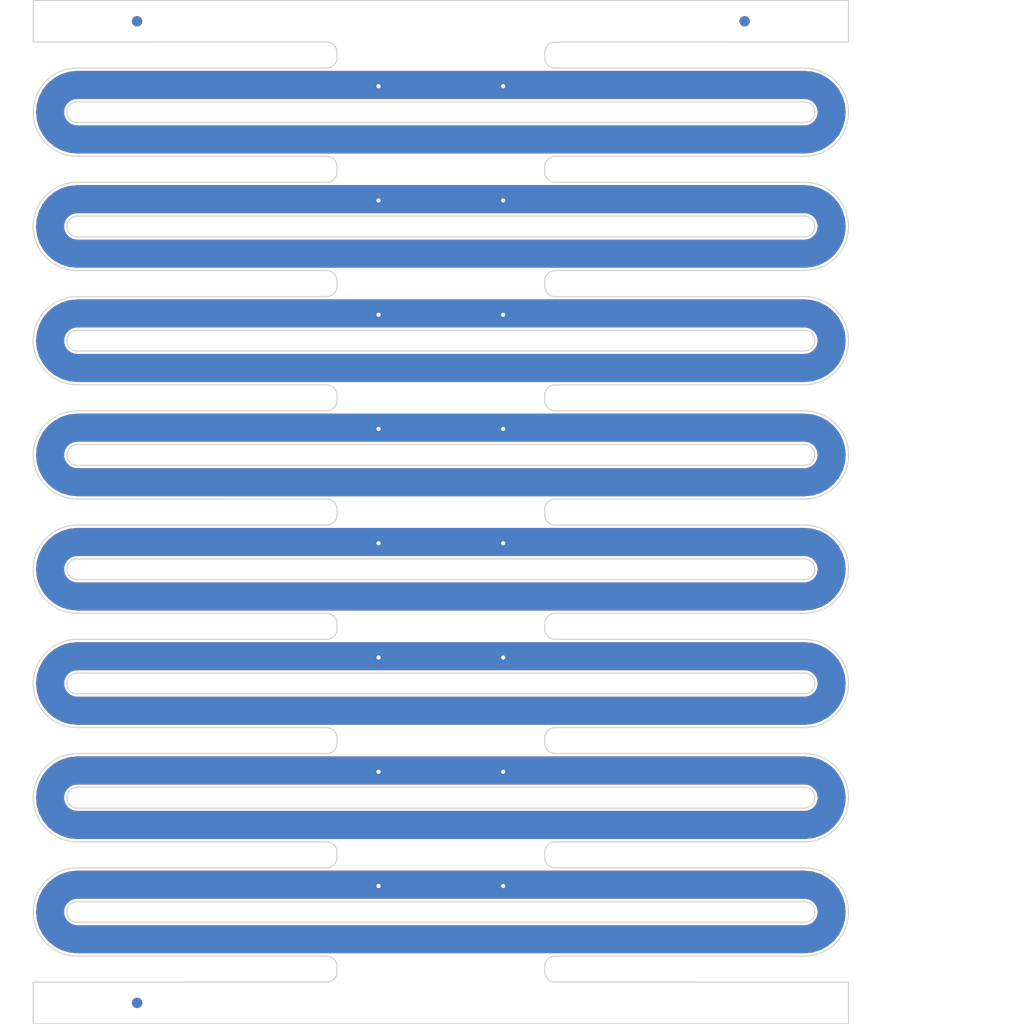
<source format=kicad_pcb>
(kicad_pcb (version 20171130) (host pcbnew 5.1.5+dfsg1-2build2)
  (layers (0 F.Cu signal) (31 B.Cu signal) (34 B.Paste user) (35 F.Paste user) (36 B.SilkS user) (37 F.SilkS user) (38 B.Mask user) (39 F.Mask user) (44 Edge.Cuts user))
  (net 0 "")
  (net 1 Board_1-GND)
  (net 2 Board_2-GND)
  (net 3 Board_3-GND)
  (net 4 Board_4-GND)
  (net 5 Board_5-GND)
  (net 6 Board_6-GND)
  (net 7 Board_7-GND)
  (net 8 Board_8-GND)
  (module NPTH (layer F.Cu) (at 54.004455 140.001064)
    (fp_text reference REF** hide)
    (fp_text value NPTH hide)
    (pad "" np_thru_hole circle (at 0 0) (size 1.5 1.5) (drill 1.5) (layers *.Cu))
  )
  (module NPTH (layer F.Cu) (at 124.495546 45.499)
    (fp_text reference REF** hide)
    (fp_text value NPTH hide)
    (pad "" np_thru_hole circle (at 0 0) (size 1.5 1.5) (drill 1.5) (layers *.Cu))
  )
  (module NPTH (layer F.Cu) (at 54.004455 45.499)
    (fp_text reference REF** hide)
    (fp_text value NPTH hide)
    (pad "" np_thru_hole circle (at 0 0) (size 1.5 1.5) (drill 1.5) (layers *.Cu))
  )
  (module Fiducial (layer B.Cu) (at 60.004455 140.001064)
    (fp_text reference REF** hide)
    (fp_text value Fiducial hide)
    (pad "" smd circle (at 0 0) (size 1 1) (layers B.Cu B.Mask) (clearance 0.5))
  )
  (module Fiducial (layer F.Cu) (at 60.004455 140.001064)
    (fp_text reference REF** hide)
    (fp_text value Fiducial hide)
    (pad "" smd circle (at 0 0) (size 1 1) (layers F.Cu F.Mask) (clearance 0.5))
  )
  (module Fiducial (layer B.Cu) (at 118.495546 45.499)
    (fp_text reference REF** hide)
    (fp_text value Fiducial hide)
    (pad "" smd circle (at 0 0) (size 1 1) (layers B.Cu B.Mask) (clearance 0.5))
  )
  (module Fiducial (layer F.Cu) (at 118.495546 45.499)
    (fp_text reference REF** hide)
    (fp_text value Fiducial hide)
    (pad "" smd circle (at 0 0) (size 1 1) (layers F.Cu F.Mask) (clearance 0.5))
  )
  (module Fiducial (layer B.Cu) (at 60.004455 45.499)
    (fp_text reference REF** hide)
    (fp_text value Fiducial hide)
    (pad "" smd circle (at 0 0) (size 1 1) (layers B.Cu B.Mask) (clearance 0.5))
  )
  (module Fiducial (layer F.Cu) (at 60.004455 45.499)
    (fp_text reference REF** hide)
    (fp_text value Fiducial hide)
    (pad "" smd circle (at 0 0) (size 1 1) (layers F.Cu F.Mask) (clearance 0.5))
  )
  (module cycfi_library:single-pad-10x2 (layer F.Cu) (at 89.250001 128.650057)
    (fp_text reference H3 hide)
    (fp_text value single_pad_smd)
    (pad 1 smd rect (at 0 0) (size 10 2) (layers F.Cu F.Paste F.Mask) (net 8 Board_8-GND))
  )
  (module cycfi_library:single-pad-10x2 (layer F.Cu) (at 89.250001 117.650049)
    (fp_text reference H3 hide)
    (fp_text value single_pad_smd)
    (pad 1 smd rect (at 0 0) (size 10 2) (layers F.Cu F.Paste F.Mask) (net 7 Board_7-GND))
  )
  (module cycfi_library:single-pad-10x2 (layer F.Cu) (at 89.250001 106.650041)
    (fp_text reference H3 hide)
    (fp_text value single_pad_smd)
    (pad 1 smd rect (at 0 0) (size 10 2) (layers F.Cu F.Paste F.Mask) (net 6 Board_6-GND))
  )
  (module cycfi_library:single-pad-10x2 (layer F.Cu) (at 89.250001 95.650033)
    (fp_text reference H3 hide)
    (fp_text value single_pad_smd)
    (pad 1 smd rect (at 0 0) (size 10 2) (layers F.Cu F.Paste F.Mask) (net 5 Board_5-GND))
  )
  (module cycfi_library:single-pad-10x2 (layer F.Cu) (at 89.250001 84.650025)
    (fp_text reference H3 hide)
    (fp_text value single_pad_smd)
    (pad 1 smd rect (at 0 0) (size 10 2) (layers F.Cu F.Paste F.Mask) (net 4 Board_4-GND))
  )
  (module cycfi_library:single-pad-10x2 (layer F.Cu) (at 89.250001 73.650017)
    (fp_text reference H3 hide)
    (fp_text value single_pad_smd)
    (pad 1 smd rect (at 0 0) (size 10 2) (layers F.Cu F.Paste F.Mask) (net 3 Board_3-GND))
  )
  (module cycfi_library:single-pad-10x2 (layer F.Cu) (at 89.250001 62.650009)
    (fp_text reference H3 hide)
    (fp_text value single_pad_smd)
    (pad 1 smd rect (at 0 0) (size 10 2) (layers F.Cu F.Paste F.Mask) (net 2 Board_2-GND))
  )
  (module cycfi_library:single-pad-10x2 (layer F.Cu) (at 89.250001 51.650001)
    (fp_text reference H3 hide)
    (fp_text value single_pad_smd)
    (pad 1 smd rect (at 0 0) (size 10 2) (layers F.Cu F.Paste F.Mask) (net 1 Board_1-GND))
  )
  (gr_line (start 124.4999 121.216) (end 124.4012 121.2362) (layer Edge.Cuts) (width 0.1))
  (gr_line (start 124.5964 121.1857) (end 124.4999 121.216) (layer Edge.Cuts) (width 0.1))
  (gr_line (start 124.6893 121.1459) (end 124.5964 121.1857) (layer Edge.Cuts) (width 0.1))
  (gr_line (start 124.7776 121.0968) (end 124.6893 121.1459) (layer Edge.Cuts) (width 0.1))
  (gr_line (start 124.8608 121.0389) (end 124.7776 121.0968) (layer Edge.Cuts) (width 0.1))
  (gr_line (start 124.9375 120.9731) (end 124.8608 121.0389) (layer Edge.Cuts) (width 0.1))
  (gr_line (start 125.0071 120.8998) (end 124.9375 120.9731) (layer Edge.Cuts) (width 0.1))
  (gr_line (start 125.069 120.8199) (end 125.0071 120.8998) (layer Edge.Cuts) (width 0.1))
  (gr_line (start 125.1224 120.7341) (end 125.069 120.8199) (layer Edge.Cuts) (width 0.1))
  (gr_line (start 125.1669 120.6434) (end 125.1224 120.7341) (layer Edge.Cuts) (width 0.1))
  (gr_line (start 125.202 120.5486) (end 125.1669 120.6434) (layer Edge.Cuts) (width 0.1))
  (gr_line (start 125.2273 120.4508) (end 125.202 120.5486) (layer Edge.Cuts) (width 0.1))
  (gr_line (start 125.2426 120.3508) (end 125.2273 120.4508) (layer Edge.Cuts) (width 0.1))
  (gr_line (start 125.2477 120.2499) (end 125.2426 120.3508) (layer Edge.Cuts) (width 0.1))
  (gr_line (start 125.2426 120.1492) (end 125.2477 120.2499) (layer Edge.Cuts) (width 0.1))
  (gr_line (start 125.2273 120.0493) (end 125.2426 120.1492) (layer Edge.Cuts) (width 0.1))
  (gr_line (start 125.202 119.9515) (end 125.2273 120.0493) (layer Edge.Cuts) (width 0.1))
  (gr_line (start 125.1669 119.8567) (end 125.202 119.9515) (layer Edge.Cuts) (width 0.1))
  (gr_line (start 125.1224 119.766) (end 125.1669 119.8567) (layer Edge.Cuts) (width 0.1))
  (gr_line (start 125.069 119.6802) (end 125.1224 119.766) (layer Edge.Cuts) (width 0.1))
  (gr_line (start 125.0071 119.6003) (end 125.069 119.6802) (layer Edge.Cuts) (width 0.1))
  (gr_line (start 124.9373 119.5268) (end 125.0071 119.6003) (layer Edge.Cuts) (width 0.1))
  (gr_line (start 124.8606 119.461) (end 124.9373 119.5268) (layer Edge.Cuts) (width 0.1))
  (gr_line (start 124.7776 119.4033) (end 124.8606 119.461) (layer Edge.Cuts) (width 0.1))
  (gr_line (start 124.6893 119.3542) (end 124.7776 119.4033) (layer Edge.Cuts) (width 0.1))
  (gr_line (start 124.5966 119.3145) (end 124.6893 119.3542) (layer Edge.Cuts) (width 0.1))
  (gr_line (start 124.5002 119.2842) (end 124.5966 119.3145) (layer Edge.Cuts) (width 0.1))
  (gr_line (start 124.4012 119.2639) (end 124.5002 119.2842) (layer Edge.Cuts) (width 0.1))
  (gr_line (start 124.3007 119.2536) (end 124.4012 119.2639) (layer Edge.Cuts) (width 0.1))
  (gr_line (start 124.2248 119.251) (end 124.3007 119.2536) (layer Edge.Cuts) (width 0.1))
  (gr_line (start 54.2755 119.251) (end 124.2248 119.251) (layer Edge.Cuts) (width 0.1))
  (gr_line (start 54.1991 119.2536) (end 54.2755 119.251) (layer Edge.Cuts) (width 0.1))
  (gr_line (start 54.0988 119.2639) (end 54.1991 119.2536) (layer Edge.Cuts) (width 0.1))
  (gr_line (start 53.9998 119.2842) (end 54.0988 119.2639) (layer Edge.Cuts) (width 0.1))
  (gr_line (start 53.9034 119.3145) (end 53.9998 119.2842) (layer Edge.Cuts) (width 0.1))
  (gr_line (start 53.8105 119.3544) (end 53.9034 119.3145) (layer Edge.Cuts) (width 0.1))
  (gr_line (start 53.7221 119.4034) (end 53.8105 119.3544) (layer Edge.Cuts) (width 0.1))
  (gr_line (start 53.6392 119.4612) (end 53.7221 119.4034) (layer Edge.Cuts) (width 0.1))
  (gr_line (start 53.5625 119.527) (end 53.6392 119.4612) (layer Edge.Cuts) (width 0.1))
  (gr_line (start 53.4929 119.6003) (end 53.5625 119.527) (layer Edge.Cuts) (width 0.1))
  (gr_line (start 53.431 119.6802) (end 53.4929 119.6003) (layer Edge.Cuts) (width 0.1))
  (gr_line (start 53.3776 119.766) (end 53.431 119.6802) (layer Edge.Cuts) (width 0.1))
  (gr_line (start 53.3331 119.8567) (end 53.3776 119.766) (layer Edge.Cuts) (width 0.1))
  (gr_line (start 53.2981 119.9512) (end 53.3331 119.8567) (layer Edge.Cuts) (width 0.1))
  (gr_line (start 53.2727 120.0491) (end 53.2981 119.9512) (layer Edge.Cuts) (width 0.1))
  (gr_line (start 53.2574 120.149) (end 53.2727 120.0491) (layer Edge.Cuts) (width 0.1))
  (gr_line (start 53.2523 120.2499) (end 53.2574 120.149) (layer Edge.Cuts) (width 0.1))
  (gr_line (start 53.2574 120.3508) (end 53.2523 120.2499) (layer Edge.Cuts) (width 0.1))
  (gr_line (start 53.2727 120.4508) (end 53.2574 120.3508) (layer Edge.Cuts) (width 0.1))
  (gr_line (start 53.298 120.5486) (end 53.2727 120.4508) (layer Edge.Cuts) (width 0.1))
  (gr_line (start 53.3331 120.6434) (end 53.298 120.5486) (layer Edge.Cuts) (width 0.1))
  (gr_line (start 53.3776 120.7341) (end 53.3331 120.6434) (layer Edge.Cuts) (width 0.1))
  (gr_line (start 53.431 120.8199) (end 53.3776 120.7341) (layer Edge.Cuts) (width 0.1))
  (gr_line (start 53.4929 120.8998) (end 53.431 120.8199) (layer Edge.Cuts) (width 0.1))
  (gr_line (start 53.5625 120.9731) (end 53.4929 120.8998) (layer Edge.Cuts) (width 0.1))
  (gr_line (start 53.6392 121.0389) (end 53.5625 120.9731) (layer Edge.Cuts) (width 0.1))
  (gr_line (start 53.7221 121.0967) (end 53.6392 121.0389) (layer Edge.Cuts) (width 0.1))
  (gr_line (start 53.8105 121.1457) (end 53.7221 121.0967) (layer Edge.Cuts) (width 0.1))
  (gr_line (start 53.9034 121.1856) (end 53.8105 121.1457) (layer Edge.Cuts) (width 0.1))
  (gr_line (start 53.9998 121.2159) (end 53.9034 121.1856) (layer Edge.Cuts) (width 0.1))
  (gr_line (start 54.0988 121.2362) (end 53.9998 121.2159) (layer Edge.Cuts) (width 0.1))
  (gr_line (start 54.1993 121.2465) (end 54.0988 121.2362) (layer Edge.Cuts) (width 0.1))
  (gr_line (start 54.2752 121.249) (end 54.1993 121.2465) (layer Edge.Cuts) (width 0.1))
  (gr_line (start 124.225 121.249) (end 54.2752 121.249) (layer Edge.Cuts) (width 0.1))
  (gr_line (start 124.3004 121.2465) (end 124.225 121.249) (layer Edge.Cuts) (width 0.1))
  (gr_line (start 124.4012 121.2362) (end 124.3004 121.2465) (layer Edge.Cuts) (width 0.1))
  (gr_line (start 124.4999 110.2159) (end 124.4011 110.2362) (layer Edge.Cuts) (width 0.1))
  (gr_line (start 124.5964 110.1857) (end 124.4999 110.2159) (layer Edge.Cuts) (width 0.1))
  (gr_line (start 124.6893 110.1459) (end 124.5964 110.1857) (layer Edge.Cuts) (width 0.1))
  (gr_line (start 124.7776 110.0968) (end 124.6893 110.1459) (layer Edge.Cuts) (width 0.1))
  (gr_line (start 124.8608 110.0389) (end 124.7776 110.0968) (layer Edge.Cuts) (width 0.1))
  (gr_line (start 124.9375 109.9731) (end 124.8608 110.0389) (layer Edge.Cuts) (width 0.1))
  (gr_line (start 125.0071 109.8998) (end 124.9375 109.9731) (layer Edge.Cuts) (width 0.1))
  (gr_line (start 125.069 109.8199) (end 125.0071 109.8998) (layer Edge.Cuts) (width 0.1))
  (gr_line (start 125.1224 109.7341) (end 125.069 109.8199) (layer Edge.Cuts) (width 0.1))
  (gr_line (start 125.1669 109.6434) (end 125.1224 109.7341) (layer Edge.Cuts) (width 0.1))
  (gr_line (start 125.202 109.5486) (end 125.1669 109.6434) (layer Edge.Cuts) (width 0.1))
  (gr_line (start 125.2273 109.4507) (end 125.202 109.5486) (layer Edge.Cuts) (width 0.1))
  (gr_line (start 125.2426 109.3508) (end 125.2273 109.4507) (layer Edge.Cuts) (width 0.1))
  (gr_line (start 125.2477 109.2499) (end 125.2426 109.3508) (layer Edge.Cuts) (width 0.1))
  (gr_line (start 125.2426 109.1492) (end 125.2477 109.2499) (layer Edge.Cuts) (width 0.1))
  (gr_line (start 125.2273 109.0493) (end 125.2426 109.1492) (layer Edge.Cuts) (width 0.1))
  (gr_line (start 125.202 108.9515) (end 125.2273 109.0493) (layer Edge.Cuts) (width 0.1))
  (gr_line (start 125.1669 108.8567) (end 125.202 108.9515) (layer Edge.Cuts) (width 0.1))
  (gr_line (start 125.1224 108.766) (end 125.1669 108.8567) (layer Edge.Cuts) (width 0.1))
  (gr_line (start 125.069 108.6802) (end 125.1224 108.766) (layer Edge.Cuts) (width 0.1))
  (gr_line (start 125.0071 108.6003) (end 125.069 108.6802) (layer Edge.Cuts) (width 0.1))
  (gr_line (start 124.9373 108.5268) (end 125.0071 108.6003) (layer Edge.Cuts) (width 0.1))
  (gr_line (start 124.8606 108.461) (end 124.9373 108.5268) (layer Edge.Cuts) (width 0.1))
  (gr_line (start 124.7776 108.4033) (end 124.8606 108.461) (layer Edge.Cuts) (width 0.1))
  (gr_line (start 124.6893 108.3542) (end 124.7776 108.4033) (layer Edge.Cuts) (width 0.1))
  (gr_line (start 124.5966 108.3145) (end 124.6893 108.3542) (layer Edge.Cuts) (width 0.1))
  (gr_line (start 124.5002 108.2842) (end 124.5966 108.3145) (layer Edge.Cuts) (width 0.1))
  (gr_line (start 124.4012 108.2639) (end 124.5002 108.2842) (layer Edge.Cuts) (width 0.1))
  (gr_line (start 124.3007 108.2536) (end 124.4012 108.2639) (layer Edge.Cuts) (width 0.1))
  (gr_line (start 124.2248 108.251) (end 124.3007 108.2536) (layer Edge.Cuts) (width 0.1))
  (gr_line (start 54.2754 108.251) (end 124.2248 108.251) (layer Edge.Cuts) (width 0.1))
  (gr_line (start 54.1991 108.2536) (end 54.2754 108.251) (layer Edge.Cuts) (width 0.1))
  (gr_line (start 54.0988 108.2639) (end 54.1991 108.2536) (layer Edge.Cuts) (width 0.1))
  (gr_line (start 53.9998 108.2842) (end 54.0988 108.2639) (layer Edge.Cuts) (width 0.1))
  (gr_line (start 53.9034 108.3145) (end 53.9998 108.2842) (layer Edge.Cuts) (width 0.1))
  (gr_line (start 53.8105 108.3543) (end 53.9034 108.3145) (layer Edge.Cuts) (width 0.1))
  (gr_line (start 53.7221 108.4034) (end 53.8105 108.3543) (layer Edge.Cuts) (width 0.1))
  (gr_line (start 53.6392 108.4612) (end 53.7221 108.4034) (layer Edge.Cuts) (width 0.1))
  (gr_line (start 53.5625 108.527) (end 53.6392 108.4612) (layer Edge.Cuts) (width 0.1))
  (gr_line (start 53.4929 108.6003) (end 53.5625 108.527) (layer Edge.Cuts) (width 0.1))
  (gr_line (start 53.431 108.6802) (end 53.4929 108.6003) (layer Edge.Cuts) (width 0.1))
  (gr_line (start 53.3776 108.766) (end 53.431 108.6802) (layer Edge.Cuts) (width 0.1))
  (gr_line (start 53.3331 108.8567) (end 53.3776 108.766) (layer Edge.Cuts) (width 0.1))
  (gr_line (start 53.2981 108.9512) (end 53.3331 108.8567) (layer Edge.Cuts) (width 0.1))
  (gr_line (start 53.2727 109.0491) (end 53.2981 108.9512) (layer Edge.Cuts) (width 0.1))
  (gr_line (start 53.2574 109.149) (end 53.2727 109.0491) (layer Edge.Cuts) (width 0.1))
  (gr_line (start 53.2523 109.2499) (end 53.2574 109.149) (layer Edge.Cuts) (width 0.1))
  (gr_line (start 53.2574 109.3508) (end 53.2523 109.2499) (layer Edge.Cuts) (width 0.1))
  (gr_line (start 53.2727 109.4507) (end 53.2574 109.3508) (layer Edge.Cuts) (width 0.1))
  (gr_line (start 53.298 109.5486) (end 53.2727 109.4507) (layer Edge.Cuts) (width 0.1))
  (gr_line (start 53.3331 109.6434) (end 53.298 109.5486) (layer Edge.Cuts) (width 0.1))
  (gr_line (start 53.3776 109.7341) (end 53.3331 109.6434) (layer Edge.Cuts) (width 0.1))
  (gr_line (start 53.431 109.8199) (end 53.3776 109.7341) (layer Edge.Cuts) (width 0.1))
  (gr_line (start 53.4929 109.8998) (end 53.431 109.8199) (layer Edge.Cuts) (width 0.1))
  (gr_line (start 53.5625 109.9731) (end 53.4929 109.8998) (layer Edge.Cuts) (width 0.1))
  (gr_line (start 53.6392 110.0389) (end 53.5625 109.9731) (layer Edge.Cuts) (width 0.1))
  (gr_line (start 53.7221 110.0967) (end 53.6392 110.0389) (layer Edge.Cuts) (width 0.1))
  (gr_line (start 53.8105 110.1457) (end 53.7221 110.0967) (layer Edge.Cuts) (width 0.1))
  (gr_line (start 53.9034 110.1856) (end 53.8105 110.1457) (layer Edge.Cuts) (width 0.1))
  (gr_line (start 53.9998 110.2159) (end 53.9034 110.1856) (layer Edge.Cuts) (width 0.1))
  (gr_line (start 54.0988 110.2362) (end 53.9998 110.2159) (layer Edge.Cuts) (width 0.1))
  (gr_line (start 54.1993 110.2465) (end 54.0988 110.2362) (layer Edge.Cuts) (width 0.1))
  (gr_line (start 54.2752 110.249) (end 54.1993 110.2465) (layer Edge.Cuts) (width 0.1))
  (gr_line (start 124.225 110.249) (end 54.2752 110.249) (layer Edge.Cuts) (width 0.1))
  (gr_line (start 124.3005 110.2465) (end 124.225 110.249) (layer Edge.Cuts) (width 0.1))
  (gr_line (start 124.4011 110.2362) (end 124.3005 110.2465) (layer Edge.Cuts) (width 0.1))
  (gr_line (start 124.4999 99.2159) (end 124.4011 99.2362) (layer Edge.Cuts) (width 0.1))
  (gr_line (start 124.5964 99.1857) (end 124.4999 99.2159) (layer Edge.Cuts) (width 0.1))
  (gr_line (start 124.6893 99.1458) (end 124.5964 99.1857) (layer Edge.Cuts) (width 0.1))
  (gr_line (start 124.7776 99.0968) (end 124.6893 99.1458) (layer Edge.Cuts) (width 0.1))
  (gr_line (start 124.8608 99.0389) (end 124.7776 99.0968) (layer Edge.Cuts) (width 0.1))
  (gr_line (start 124.9375 98.9731) (end 124.8608 99.0389) (layer Edge.Cuts) (width 0.1))
  (gr_line (start 125.0071 98.8998) (end 124.9375 98.9731) (layer Edge.Cuts) (width 0.1))
  (gr_line (start 125.069 98.8199) (end 125.0071 98.8998) (layer Edge.Cuts) (width 0.1))
  (gr_line (start 125.1224 98.7341) (end 125.069 98.8199) (layer Edge.Cuts) (width 0.1))
  (gr_line (start 125.1669 98.6434) (end 125.1224 98.7341) (layer Edge.Cuts) (width 0.1))
  (gr_line (start 125.202 98.5486) (end 125.1669 98.6434) (layer Edge.Cuts) (width 0.1))
  (gr_line (start 125.2273 98.4507) (end 125.202 98.5486) (layer Edge.Cuts) (width 0.1))
  (gr_line (start 125.2426 98.3508) (end 125.2273 98.4507) (layer Edge.Cuts) (width 0.1))
  (gr_line (start 125.2477 98.2499) (end 125.2426 98.3508) (layer Edge.Cuts) (width 0.1))
  (gr_line (start 125.2426 98.1492) (end 125.2477 98.2499) (layer Edge.Cuts) (width 0.1))
  (gr_line (start 125.2273 98.0493) (end 125.2426 98.1492) (layer Edge.Cuts) (width 0.1))
  (gr_line (start 125.202 97.9515) (end 125.2273 98.0493) (layer Edge.Cuts) (width 0.1))
  (gr_line (start 125.1669 97.8567) (end 125.202 97.9515) (layer Edge.Cuts) (width 0.1))
  (gr_line (start 125.1224 97.766) (end 125.1669 97.8567) (layer Edge.Cuts) (width 0.1))
  (gr_line (start 125.069 97.6802) (end 125.1224 97.766) (layer Edge.Cuts) (width 0.1))
  (gr_line (start 125.0071 97.6003) (end 125.069 97.6802) (layer Edge.Cuts) (width 0.1))
  (gr_line (start 124.9373 97.5268) (end 125.0071 97.6003) (layer Edge.Cuts) (width 0.1))
  (gr_line (start 124.8606 97.461) (end 124.9373 97.5268) (layer Edge.Cuts) (width 0.1))
  (gr_line (start 124.7776 97.4033) (end 124.8606 97.461) (layer Edge.Cuts) (width 0.1))
  (gr_line (start 124.6893 97.3542) (end 124.7776 97.4033) (layer Edge.Cuts) (width 0.1))
  (gr_line (start 124.5966 97.3145) (end 124.6893 97.3542) (layer Edge.Cuts) (width 0.1))
  (gr_line (start 124.5002 97.2842) (end 124.5966 97.3145) (layer Edge.Cuts) (width 0.1))
  (gr_line (start 124.4012 97.2638) (end 124.5002 97.2842) (layer Edge.Cuts) (width 0.1))
  (gr_line (start 124.3007 97.2536) (end 124.4012 97.2638) (layer Edge.Cuts) (width 0.1))
  (gr_line (start 124.2248 97.251) (end 124.3007 97.2536) (layer Edge.Cuts) (width 0.1))
  (gr_line (start 54.2754 97.251) (end 124.2248 97.251) (layer Edge.Cuts) (width 0.1))
  (gr_line (start 54.1992 97.2536) (end 54.2754 97.251) (layer Edge.Cuts) (width 0.1))
  (gr_line (start 54.0988 97.2638) (end 54.1992 97.2536) (layer Edge.Cuts) (width 0.1))
  (gr_line (start 53.9998 97.2842) (end 54.0988 97.2638) (layer Edge.Cuts) (width 0.1))
  (gr_line (start 53.9034 97.3145) (end 53.9998 97.2842) (layer Edge.Cuts) (width 0.1))
  (gr_line (start 53.8105 97.3543) (end 53.9034 97.3145) (layer Edge.Cuts) (width 0.1))
  (gr_line (start 53.7221 97.4034) (end 53.8105 97.3543) (layer Edge.Cuts) (width 0.1))
  (gr_line (start 53.6392 97.4611) (end 53.7221 97.4034) (layer Edge.Cuts) (width 0.1))
  (gr_line (start 53.5625 97.527) (end 53.6392 97.4611) (layer Edge.Cuts) (width 0.1))
  (gr_line (start 53.4929 97.6003) (end 53.5625 97.527) (layer Edge.Cuts) (width 0.1))
  (gr_line (start 53.431 97.6802) (end 53.4929 97.6003) (layer Edge.Cuts) (width 0.1))
  (gr_line (start 53.3776 97.766) (end 53.431 97.6802) (layer Edge.Cuts) (width 0.1))
  (gr_line (start 53.3331 97.8567) (end 53.3776 97.766) (layer Edge.Cuts) (width 0.1))
  (gr_line (start 53.2981 97.9512) (end 53.3331 97.8567) (layer Edge.Cuts) (width 0.1))
  (gr_line (start 53.2727 98.0491) (end 53.2981 97.9512) (layer Edge.Cuts) (width 0.1))
  (gr_line (start 53.2574 98.149) (end 53.2727 98.0491) (layer Edge.Cuts) (width 0.1))
  (gr_line (start 53.2523 98.2499) (end 53.2574 98.149) (layer Edge.Cuts) (width 0.1))
  (gr_line (start 53.2574 98.3508) (end 53.2523 98.2499) (layer Edge.Cuts) (width 0.1))
  (gr_line (start 53.2727 98.4507) (end 53.2574 98.3508) (layer Edge.Cuts) (width 0.1))
  (gr_line (start 53.298 98.5486) (end 53.2727 98.4507) (layer Edge.Cuts) (width 0.1))
  (gr_line (start 53.3331 98.6434) (end 53.298 98.5486) (layer Edge.Cuts) (width 0.1))
  (gr_line (start 53.3776 98.7341) (end 53.3331 98.6434) (layer Edge.Cuts) (width 0.1))
  (gr_line (start 53.431 98.8199) (end 53.3776 98.7341) (layer Edge.Cuts) (width 0.1))
  (gr_line (start 53.4929 98.8998) (end 53.431 98.8199) (layer Edge.Cuts) (width 0.1))
  (gr_line (start 53.5625 98.9731) (end 53.4929 98.8998) (layer Edge.Cuts) (width 0.1))
  (gr_line (start 53.6392 99.0389) (end 53.5625 98.9731) (layer Edge.Cuts) (width 0.1))
  (gr_line (start 53.7221 99.0967) (end 53.6392 99.0389) (layer Edge.Cuts) (width 0.1))
  (gr_line (start 53.8105 99.1457) (end 53.7221 99.0967) (layer Edge.Cuts) (width 0.1))
  (gr_line (start 53.9034 99.1856) (end 53.8105 99.1457) (layer Edge.Cuts) (width 0.1))
  (gr_line (start 53.9998 99.2159) (end 53.9034 99.1856) (layer Edge.Cuts) (width 0.1))
  (gr_line (start 54.0988 99.2362) (end 53.9998 99.2159) (layer Edge.Cuts) (width 0.1))
  (gr_line (start 54.1993 99.2465) (end 54.0988 99.2362) (layer Edge.Cuts) (width 0.1))
  (gr_line (start 54.2752 99.249) (end 54.1993 99.2465) (layer Edge.Cuts) (width 0.1))
  (gr_line (start 124.2249 99.249) (end 54.2752 99.249) (layer Edge.Cuts) (width 0.1))
  (gr_line (start 124.3005 99.2465) (end 124.2249 99.249) (layer Edge.Cuts) (width 0.1))
  (gr_line (start 124.4011 99.2362) (end 124.3005 99.2465) (layer Edge.Cuts) (width 0.1))
  (gr_line (start 124.4999 88.2159) (end 124.4011 88.2362) (layer Edge.Cuts) (width 0.1))
  (gr_line (start 124.5964 88.1857) (end 124.4999 88.2159) (layer Edge.Cuts) (width 0.1))
  (gr_line (start 124.6893 88.1458) (end 124.5964 88.1857) (layer Edge.Cuts) (width 0.1))
  (gr_line (start 124.7776 88.0968) (end 124.6893 88.1458) (layer Edge.Cuts) (width 0.1))
  (gr_line (start 124.8608 88.0389) (end 124.7776 88.0968) (layer Edge.Cuts) (width 0.1))
  (gr_line (start 124.9375 87.9731) (end 124.8608 88.0389) (layer Edge.Cuts) (width 0.1))
  (gr_line (start 125.0071 87.8998) (end 124.9375 87.9731) (layer Edge.Cuts) (width 0.1))
  (gr_line (start 125.069 87.8199) (end 125.0071 87.8998) (layer Edge.Cuts) (width 0.1))
  (gr_line (start 125.1224 87.7341) (end 125.069 87.8199) (layer Edge.Cuts) (width 0.1))
  (gr_line (start 125.1669 87.6434) (end 125.1224 87.7341) (layer Edge.Cuts) (width 0.1))
  (gr_line (start 125.202 87.5486) (end 125.1669 87.6434) (layer Edge.Cuts) (width 0.1))
  (gr_line (start 125.2273 87.4507) (end 125.202 87.5486) (layer Edge.Cuts) (width 0.1))
  (gr_line (start 125.2426 87.3508) (end 125.2273 87.4507) (layer Edge.Cuts) (width 0.1))
  (gr_line (start 125.2477 87.2499) (end 125.2426 87.3508) (layer Edge.Cuts) (width 0.1))
  (gr_line (start 125.2426 87.1492) (end 125.2477 87.2499) (layer Edge.Cuts) (width 0.1))
  (gr_line (start 125.2273 87.0493) (end 125.2426 87.1492) (layer Edge.Cuts) (width 0.1))
  (gr_line (start 125.202 86.9515) (end 125.2273 87.0493) (layer Edge.Cuts) (width 0.1))
  (gr_line (start 125.1669 86.8567) (end 125.202 86.9515) (layer Edge.Cuts) (width 0.1))
  (gr_line (start 125.1224 86.766) (end 125.1669 86.8567) (layer Edge.Cuts) (width 0.1))
  (gr_line (start 125.069 86.6802) (end 125.1224 86.766) (layer Edge.Cuts) (width 0.1))
  (gr_line (start 125.0071 86.6002) (end 125.069 86.6802) (layer Edge.Cuts) (width 0.1))
  (gr_line (start 124.9373 86.5268) (end 125.0071 86.6002) (layer Edge.Cuts) (width 0.1))
  (gr_line (start 124.8606 86.461) (end 124.9373 86.5268) (layer Edge.Cuts) (width 0.1))
  (gr_line (start 124.7776 86.4032) (end 124.8606 86.461) (layer Edge.Cuts) (width 0.1))
  (gr_line (start 124.6893 86.3542) (end 124.7776 86.4032) (layer Edge.Cuts) (width 0.1))
  (gr_line (start 124.5966 86.3145) (end 124.6893 86.3542) (layer Edge.Cuts) (width 0.1))
  (gr_line (start 124.5002 86.2842) (end 124.5966 86.3145) (layer Edge.Cuts) (width 0.1))
  (gr_line (start 124.4012 86.2638) (end 124.5002 86.2842) (layer Edge.Cuts) (width 0.1))
  (gr_line (start 124.3007 86.2536) (end 124.4012 86.2638) (layer Edge.Cuts) (width 0.1))
  (gr_line (start 124.2248 86.251) (end 124.3007 86.2536) (layer Edge.Cuts) (width 0.1))
  (gr_line (start 54.2754 86.251) (end 124.2248 86.251) (layer Edge.Cuts) (width 0.1))
  (gr_line (start 54.1992 86.2536) (end 54.2754 86.251) (layer Edge.Cuts) (width 0.1))
  (gr_line (start 54.0988 86.2638) (end 54.1992 86.2536) (layer Edge.Cuts) (width 0.1))
  (gr_line (start 53.9998 86.2842) (end 54.0988 86.2638) (layer Edge.Cuts) (width 0.1))
  (gr_line (start 53.9034 86.3145) (end 53.9998 86.2842) (layer Edge.Cuts) (width 0.1))
  (gr_line (start 53.8105 86.3543) (end 53.9034 86.3145) (layer Edge.Cuts) (width 0.1))
  (gr_line (start 53.7221 86.4034) (end 53.8105 86.3543) (layer Edge.Cuts) (width 0.1))
  (gr_line (start 53.6392 86.4611) (end 53.7221 86.4034) (layer Edge.Cuts) (width 0.1))
  (gr_line (start 53.5625 86.527) (end 53.6392 86.4611) (layer Edge.Cuts) (width 0.1))
  (gr_line (start 53.4929 86.6002) (end 53.5625 86.527) (layer Edge.Cuts) (width 0.1))
  (gr_line (start 53.431 86.6802) (end 53.4929 86.6002) (layer Edge.Cuts) (width 0.1))
  (gr_line (start 53.3776 86.766) (end 53.431 86.6802) (layer Edge.Cuts) (width 0.1))
  (gr_line (start 53.3331 86.8567) (end 53.3776 86.766) (layer Edge.Cuts) (width 0.1))
  (gr_line (start 53.2981 86.9512) (end 53.3331 86.8567) (layer Edge.Cuts) (width 0.1))
  (gr_line (start 53.2727 87.0491) (end 53.2981 86.9512) (layer Edge.Cuts) (width 0.1))
  (gr_line (start 53.2574 87.149) (end 53.2727 87.0491) (layer Edge.Cuts) (width 0.1))
  (gr_line (start 53.2523 87.2499) (end 53.2574 87.149) (layer Edge.Cuts) (width 0.1))
  (gr_line (start 53.2574 87.3508) (end 53.2523 87.2499) (layer Edge.Cuts) (width 0.1))
  (gr_line (start 53.2727 87.4507) (end 53.2574 87.3508) (layer Edge.Cuts) (width 0.1))
  (gr_line (start 53.298 87.5486) (end 53.2727 87.4507) (layer Edge.Cuts) (width 0.1))
  (gr_line (start 53.3331 87.6434) (end 53.298 87.5486) (layer Edge.Cuts) (width 0.1))
  (gr_line (start 53.3776 87.7341) (end 53.3331 87.6434) (layer Edge.Cuts) (width 0.1))
  (gr_line (start 53.431 87.8199) (end 53.3776 87.7341) (layer Edge.Cuts) (width 0.1))
  (gr_line (start 53.4929 87.8998) (end 53.431 87.8199) (layer Edge.Cuts) (width 0.1))
  (gr_line (start 53.5625 87.9731) (end 53.4929 87.8998) (layer Edge.Cuts) (width 0.1))
  (gr_line (start 53.6392 88.0389) (end 53.5625 87.9731) (layer Edge.Cuts) (width 0.1))
  (gr_line (start 53.7221 88.0967) (end 53.6392 88.0389) (layer Edge.Cuts) (width 0.1))
  (gr_line (start 53.8105 88.1457) (end 53.7221 88.0967) (layer Edge.Cuts) (width 0.1))
  (gr_line (start 53.9034 88.1856) (end 53.8105 88.1457) (layer Edge.Cuts) (width 0.1))
  (gr_line (start 53.9998 88.2159) (end 53.9034 88.1856) (layer Edge.Cuts) (width 0.1))
  (gr_line (start 54.0988 88.2362) (end 53.9998 88.2159) (layer Edge.Cuts) (width 0.1))
  (gr_line (start 54.1993 88.2465) (end 54.0988 88.2362) (layer Edge.Cuts) (width 0.1))
  (gr_line (start 54.2752 88.249) (end 54.1993 88.2465) (layer Edge.Cuts) (width 0.1))
  (gr_line (start 124.2249 88.249) (end 54.2752 88.249) (layer Edge.Cuts) (width 0.1))
  (gr_line (start 124.3005 88.2464) (end 124.2249 88.249) (layer Edge.Cuts) (width 0.1))
  (gr_line (start 124.4011 88.2362) (end 124.3005 88.2464) (layer Edge.Cuts) (width 0.1))
  (gr_line (start 124.4999 77.2159) (end 124.401 77.2362) (layer Edge.Cuts) (width 0.1))
  (gr_line (start 124.5964 77.1857) (end 124.4999 77.2159) (layer Edge.Cuts) (width 0.1))
  (gr_line (start 124.6893 77.1458) (end 124.5964 77.1857) (layer Edge.Cuts) (width 0.1))
  (gr_line (start 124.7776 77.0968) (end 124.6893 77.1458) (layer Edge.Cuts) (width 0.1))
  (gr_line (start 124.8608 77.0389) (end 124.7776 77.0968) (layer Edge.Cuts) (width 0.1))
  (gr_line (start 124.9375 76.9731) (end 124.8608 77.0389) (layer Edge.Cuts) (width 0.1))
  (gr_line (start 125.0071 76.8998) (end 124.9375 76.9731) (layer Edge.Cuts) (width 0.1))
  (gr_line (start 125.069 76.8199) (end 125.0071 76.8998) (layer Edge.Cuts) (width 0.1))
  (gr_line (start 125.1224 76.7341) (end 125.069 76.8199) (layer Edge.Cuts) (width 0.1))
  (gr_line (start 125.1669 76.6433) (end 125.1224 76.7341) (layer Edge.Cuts) (width 0.1))
  (gr_line (start 125.202 76.5486) (end 125.1669 76.6433) (layer Edge.Cuts) (width 0.1))
  (gr_line (start 125.2273 76.4507) (end 125.202 76.5486) (layer Edge.Cuts) (width 0.1))
  (gr_line (start 125.2426 76.3508) (end 125.2273 76.4507) (layer Edge.Cuts) (width 0.1))
  (gr_line (start 125.2477 76.2499) (end 125.2426 76.3508) (layer Edge.Cuts) (width 0.1))
  (gr_line (start 125.2426 76.1492) (end 125.2477 76.2499) (layer Edge.Cuts) (width 0.1))
  (gr_line (start 125.2273 76.0493) (end 125.2426 76.1492) (layer Edge.Cuts) (width 0.1))
  (gr_line (start 125.202 75.9515) (end 125.2273 76.0493) (layer Edge.Cuts) (width 0.1))
  (gr_line (start 125.1669 75.8567) (end 125.202 75.9515) (layer Edge.Cuts) (width 0.1))
  (gr_line (start 125.1224 75.7659) (end 125.1669 75.8567) (layer Edge.Cuts) (width 0.1))
  (gr_line (start 125.069 75.6802) (end 125.1224 75.7659) (layer Edge.Cuts) (width 0.1))
  (gr_line (start 125.0071 75.6002) (end 125.069 75.6802) (layer Edge.Cuts) (width 0.1))
  (gr_line (start 124.9373 75.5268) (end 125.0071 75.6002) (layer Edge.Cuts) (width 0.1))
  (gr_line (start 124.8606 75.461) (end 124.9373 75.5268) (layer Edge.Cuts) (width 0.1))
  (gr_line (start 124.7776 75.4032) (end 124.8606 75.461) (layer Edge.Cuts) (width 0.1))
  (gr_line (start 124.6893 75.3542) (end 124.7776 75.4032) (layer Edge.Cuts) (width 0.1))
  (gr_line (start 124.5966 75.3145) (end 124.6893 75.3542) (layer Edge.Cuts) (width 0.1))
  (gr_line (start 124.5002 75.2842) (end 124.5966 75.3145) (layer Edge.Cuts) (width 0.1))
  (gr_line (start 124.4012 75.2638) (end 124.5002 75.2842) (layer Edge.Cuts) (width 0.1))
  (gr_line (start 124.3007 75.2536) (end 124.4012 75.2638) (layer Edge.Cuts) (width 0.1))
  (gr_line (start 124.2248 75.251) (end 124.3007 75.2536) (layer Edge.Cuts) (width 0.1))
  (gr_line (start 54.2753 75.251) (end 124.2248 75.251) (layer Edge.Cuts) (width 0.1))
  (gr_line (start 54.1992 75.2536) (end 54.2753 75.251) (layer Edge.Cuts) (width 0.1))
  (gr_line (start 54.0988 75.2638) (end 54.1992 75.2536) (layer Edge.Cuts) (width 0.1))
  (gr_line (start 53.9998 75.2842) (end 54.0988 75.2638) (layer Edge.Cuts) (width 0.1))
  (gr_line (start 53.9034 75.3145) (end 53.9998 75.2842) (layer Edge.Cuts) (width 0.1))
  (gr_line (start 53.8105 75.3543) (end 53.9034 75.3145) (layer Edge.Cuts) (width 0.1))
  (gr_line (start 53.7221 75.4034) (end 53.8105 75.3543) (layer Edge.Cuts) (width 0.1))
  (gr_line (start 53.6392 75.4611) (end 53.7221 75.4034) (layer Edge.Cuts) (width 0.1))
  (gr_line (start 53.5625 75.527) (end 53.6392 75.4611) (layer Edge.Cuts) (width 0.1))
  (gr_line (start 53.4929 75.6002) (end 53.5625 75.527) (layer Edge.Cuts) (width 0.1))
  (gr_line (start 53.431 75.6802) (end 53.4929 75.6002) (layer Edge.Cuts) (width 0.1))
  (gr_line (start 53.3776 75.7659) (end 53.431 75.6802) (layer Edge.Cuts) (width 0.1))
  (gr_line (start 53.3331 75.8567) (end 53.3776 75.7659) (layer Edge.Cuts) (width 0.1))
  (gr_line (start 53.2981 75.9512) (end 53.3331 75.8567) (layer Edge.Cuts) (width 0.1))
  (gr_line (start 53.2727 76.049) (end 53.2981 75.9512) (layer Edge.Cuts) (width 0.1))
  (gr_line (start 53.2574 76.1489) (end 53.2727 76.049) (layer Edge.Cuts) (width 0.1))
  (gr_line (start 53.2523 76.2499) (end 53.2574 76.1489) (layer Edge.Cuts) (width 0.1))
  (gr_line (start 53.2574 76.3508) (end 53.2523 76.2499) (layer Edge.Cuts) (width 0.1))
  (gr_line (start 53.2727 76.4507) (end 53.2574 76.3508) (layer Edge.Cuts) (width 0.1))
  (gr_line (start 53.298 76.5486) (end 53.2727 76.4507) (layer Edge.Cuts) (width 0.1))
  (gr_line (start 53.3331 76.6433) (end 53.298 76.5486) (layer Edge.Cuts) (width 0.1))
  (gr_line (start 53.3776 76.7341) (end 53.3331 76.6433) (layer Edge.Cuts) (width 0.1))
  (gr_line (start 53.431 76.8199) (end 53.3776 76.7341) (layer Edge.Cuts) (width 0.1))
  (gr_line (start 53.4929 76.8998) (end 53.431 76.8199) (layer Edge.Cuts) (width 0.1))
  (gr_line (start 53.5625 76.9731) (end 53.4929 76.8998) (layer Edge.Cuts) (width 0.1))
  (gr_line (start 53.6392 77.0389) (end 53.5625 76.9731) (layer Edge.Cuts) (width 0.1))
  (gr_line (start 53.7221 77.0967) (end 53.6392 77.0389) (layer Edge.Cuts) (width 0.1))
  (gr_line (start 53.8105 77.1457) (end 53.7221 77.0967) (layer Edge.Cuts) (width 0.1))
  (gr_line (start 53.9034 77.1856) (end 53.8105 77.1457) (layer Edge.Cuts) (width 0.1))
  (gr_line (start 53.9998 77.2158) (end 53.9034 77.1856) (layer Edge.Cuts) (width 0.1))
  (gr_line (start 54.0988 77.2362) (end 53.9998 77.2158) (layer Edge.Cuts) (width 0.1))
  (gr_line (start 54.1993 77.2464) (end 54.0988 77.2362) (layer Edge.Cuts) (width 0.1))
  (gr_line (start 54.2752 77.249) (end 54.1993 77.2464) (layer Edge.Cuts) (width 0.1))
  (gr_line (start 124.2248 77.249) (end 54.2752 77.249) (layer Edge.Cuts) (width 0.1))
  (gr_line (start 124.3006 77.2464) (end 124.2248 77.249) (layer Edge.Cuts) (width 0.1))
  (gr_line (start 124.401 77.2362) (end 124.3006 77.2464) (layer Edge.Cuts) (width 0.1))
  (gr_line (start 124.4999 66.2159) (end 124.401 66.2362) (layer Edge.Cuts) (width 0.1))
  (gr_line (start 124.5964 66.1857) (end 124.4999 66.2159) (layer Edge.Cuts) (width 0.1))
  (gr_line (start 124.6893 66.1458) (end 124.5964 66.1857) (layer Edge.Cuts) (width 0.1))
  (gr_line (start 124.7776 66.0968) (end 124.6893 66.1458) (layer Edge.Cuts) (width 0.1))
  (gr_line (start 124.8606 66.0391) (end 124.7776 66.0968) (layer Edge.Cuts) (width 0.1))
  (gr_line (start 124.9373 65.9732) (end 124.8606 66.0391) (layer Edge.Cuts) (width 0.1))
  (gr_line (start 125.0071 65.8998) (end 124.9373 65.9732) (layer Edge.Cuts) (width 0.1))
  (gr_line (start 125.069 65.8199) (end 125.0071 65.8998) (layer Edge.Cuts) (width 0.1))
  (gr_line (start 125.1223 65.7343) (end 125.069 65.8199) (layer Edge.Cuts) (width 0.1))
  (gr_line (start 125.1668 65.6436) (end 125.1223 65.7343) (layer Edge.Cuts) (width 0.1))
  (gr_line (start 125.2019 65.5488) (end 125.1668 65.6436) (layer Edge.Cuts) (width 0.1))
  (gr_line (start 125.2273 65.451) (end 125.2019 65.5488) (layer Edge.Cuts) (width 0.1))
  (gr_line (start 125.2426 65.3511) (end 125.2273 65.451) (layer Edge.Cuts) (width 0.1))
  (gr_line (start 125.2477 65.2501) (end 125.2426 65.3511) (layer Edge.Cuts) (width 0.1))
  (gr_line (start 125.2426 65.1492) (end 125.2477 65.2501) (layer Edge.Cuts) (width 0.1))
  (gr_line (start 125.2273 65.0493) (end 125.2426 65.1492) (layer Edge.Cuts) (width 0.1))
  (gr_line (start 125.202 64.9515) (end 125.2273 65.0493) (layer Edge.Cuts) (width 0.1))
  (gr_line (start 125.1669 64.8567) (end 125.202 64.9515) (layer Edge.Cuts) (width 0.1))
  (gr_line (start 125.1224 64.7659) (end 125.1669 64.8567) (layer Edge.Cuts) (width 0.1))
  (gr_line (start 125.069 64.6802) (end 125.1224 64.7659) (layer Edge.Cuts) (width 0.1))
  (gr_line (start 125.0071 64.6002) (end 125.069 64.6802) (layer Edge.Cuts) (width 0.1))
  (gr_line (start 124.9373 64.5268) (end 125.0071 64.6002) (layer Edge.Cuts) (width 0.1))
  (gr_line (start 124.8606 64.461) (end 124.9373 64.5268) (layer Edge.Cuts) (width 0.1))
  (gr_line (start 124.7779 64.4034) (end 124.8606 64.461) (layer Edge.Cuts) (width 0.1))
  (gr_line (start 124.6895 64.3543) (end 124.7779 64.4034) (layer Edge.Cuts) (width 0.1))
  (gr_line (start 124.5966 64.3144) (end 124.6895 64.3543) (layer Edge.Cuts) (width 0.1))
  (gr_line (start 124.5002 64.2842) (end 124.5966 64.3144) (layer Edge.Cuts) (width 0.1))
  (gr_line (start 124.4012 64.2638) (end 124.5002 64.2842) (layer Edge.Cuts) (width 0.1))
  (gr_line (start 124.3007 64.2536) (end 124.4012 64.2638) (layer Edge.Cuts) (width 0.1))
  (gr_line (start 124.2248 64.251) (end 124.3007 64.2536) (layer Edge.Cuts) (width 0.1))
  (gr_line (start 54.2753 64.251) (end 124.2248 64.251) (layer Edge.Cuts) (width 0.1))
  (gr_line (start 54.1993 64.2536) (end 54.2753 64.251) (layer Edge.Cuts) (width 0.1))
  (gr_line (start 54.0988 64.2638) (end 54.1993 64.2536) (layer Edge.Cuts) (width 0.1))
  (gr_line (start 53.9998 64.2842) (end 54.0988 64.2638) (layer Edge.Cuts) (width 0.1))
  (gr_line (start 53.9034 64.3144) (end 53.9998 64.2842) (layer Edge.Cuts) (width 0.1))
  (gr_line (start 53.8105 64.3543) (end 53.9034 64.3144) (layer Edge.Cuts) (width 0.1))
  (gr_line (start 53.7221 64.4034) (end 53.8105 64.3543) (layer Edge.Cuts) (width 0.1))
  (gr_line (start 53.6392 64.4611) (end 53.7221 64.4034) (layer Edge.Cuts) (width 0.1))
  (gr_line (start 53.5625 64.527) (end 53.6392 64.4611) (layer Edge.Cuts) (width 0.1))
  (gr_line (start 53.4929 64.6002) (end 53.5625 64.527) (layer Edge.Cuts) (width 0.1))
  (gr_line (start 53.431 64.6802) (end 53.4929 64.6002) (layer Edge.Cuts) (width 0.1))
  (gr_line (start 53.3776 64.7659) (end 53.431 64.6802) (layer Edge.Cuts) (width 0.1))
  (gr_line (start 53.3331 64.8567) (end 53.3776 64.7659) (layer Edge.Cuts) (width 0.1))
  (gr_line (start 53.298 64.9515) (end 53.3331 64.8567) (layer Edge.Cuts) (width 0.1))
  (gr_line (start 53.2727 65.049) (end 53.298 64.9515) (layer Edge.Cuts) (width 0.1))
  (gr_line (start 53.2574 65.1489) (end 53.2727 65.049) (layer Edge.Cuts) (width 0.1))
  (gr_line (start 53.2523 65.2499) (end 53.2574 65.1489) (layer Edge.Cuts) (width 0.1))
  (gr_line (start 53.2574 65.3508) (end 53.2523 65.2499) (layer Edge.Cuts) (width 0.1))
  (gr_line (start 53.2727 65.4507) (end 53.2574 65.3508) (layer Edge.Cuts) (width 0.1))
  (gr_line (start 53.298 65.5486) (end 53.2727 65.4507) (layer Edge.Cuts) (width 0.1))
  (gr_line (start 53.3331 65.6433) (end 53.298 65.5486) (layer Edge.Cuts) (width 0.1))
  (gr_line (start 53.3776 65.7341) (end 53.3331 65.6433) (layer Edge.Cuts) (width 0.1))
  (gr_line (start 53.431 65.8199) (end 53.3776 65.7341) (layer Edge.Cuts) (width 0.1))
  (gr_line (start 53.4929 65.8998) (end 53.431 65.8199) (layer Edge.Cuts) (width 0.1))
  (gr_line (start 53.5625 65.9731) (end 53.4929 65.8998) (layer Edge.Cuts) (width 0.1))
  (gr_line (start 53.6392 66.0389) (end 53.5625 65.9731) (layer Edge.Cuts) (width 0.1))
  (gr_line (start 53.7221 66.0966) (end 53.6392 66.0389) (layer Edge.Cuts) (width 0.1))
  (gr_line (start 53.8105 66.1457) (end 53.7221 66.0966) (layer Edge.Cuts) (width 0.1))
  (gr_line (start 53.9034 66.1856) (end 53.8105 66.1457) (layer Edge.Cuts) (width 0.1))
  (gr_line (start 53.9998 66.2158) (end 53.9034 66.1856) (layer Edge.Cuts) (width 0.1))
  (gr_line (start 54.0988 66.2362) (end 53.9998 66.2158) (layer Edge.Cuts) (width 0.1))
  (gr_line (start 54.1993 66.2464) (end 54.0988 66.2362) (layer Edge.Cuts) (width 0.1))
  (gr_line (start 54.2752 66.249) (end 54.1993 66.2464) (layer Edge.Cuts) (width 0.1))
  (gr_line (start 124.2248 66.249) (end 54.2752 66.249) (layer Edge.Cuts) (width 0.1))
  (gr_line (start 124.3006 66.2464) (end 124.2248 66.249) (layer Edge.Cuts) (width 0.1))
  (gr_line (start 124.401 66.2362) (end 124.3006 66.2464) (layer Edge.Cuts) (width 0.1))
  (gr_line (start 124.4999 55.2159) (end 124.401 55.2362) (layer Edge.Cuts) (width 0.1))
  (gr_line (start 124.5964 55.1857) (end 124.4999 55.2159) (layer Edge.Cuts) (width 0.1))
  (gr_line (start 124.6893 55.1458) (end 124.5964 55.1857) (layer Edge.Cuts) (width 0.1))
  (gr_line (start 124.7776 55.0968) (end 124.6893 55.1458) (layer Edge.Cuts) (width 0.1))
  (gr_line (start 124.8606 55.0391) (end 124.7776 55.0968) (layer Edge.Cuts) (width 0.1))
  (gr_line (start 124.9373 54.9732) (end 124.8606 55.0391) (layer Edge.Cuts) (width 0.1))
  (gr_line (start 125.0071 54.8998) (end 124.9373 54.9732) (layer Edge.Cuts) (width 0.1))
  (gr_line (start 125.069 54.8199) (end 125.0071 54.8998) (layer Edge.Cuts) (width 0.1))
  (gr_line (start 125.1223 54.7343) (end 125.069 54.8199) (layer Edge.Cuts) (width 0.1))
  (gr_line (start 125.1668 54.6436) (end 125.1223 54.7343) (layer Edge.Cuts) (width 0.1))
  (gr_line (start 125.2019 54.5488) (end 125.1668 54.6436) (layer Edge.Cuts) (width 0.1))
  (gr_line (start 125.2273 54.451) (end 125.2019 54.5488) (layer Edge.Cuts) (width 0.1))
  (gr_line (start 125.2426 54.3511) (end 125.2273 54.451) (layer Edge.Cuts) (width 0.1))
  (gr_line (start 125.2477 54.2501) (end 125.2426 54.3511) (layer Edge.Cuts) (width 0.1))
  (gr_line (start 125.2426 54.1492) (end 125.2477 54.2501) (layer Edge.Cuts) (width 0.1))
  (gr_line (start 125.2273 54.0493) (end 125.2426 54.1492) (layer Edge.Cuts) (width 0.1))
  (gr_line (start 125.202 53.9515) (end 125.2273 54.0493) (layer Edge.Cuts) (width 0.1))
  (gr_line (start 125.1669 53.8567) (end 125.202 53.9515) (layer Edge.Cuts) (width 0.1))
  (gr_line (start 125.1224 53.7659) (end 125.1669 53.8567) (layer Edge.Cuts) (width 0.1))
  (gr_line (start 125.069 53.6802) (end 125.1224 53.7659) (layer Edge.Cuts) (width 0.1))
  (gr_line (start 125.0071 53.6002) (end 125.069 53.6802) (layer Edge.Cuts) (width 0.1))
  (gr_line (start 124.9373 53.5268) (end 125.0071 53.6002) (layer Edge.Cuts) (width 0.1))
  (gr_line (start 124.8606 53.4609) (end 124.9373 53.5268) (layer Edge.Cuts) (width 0.1))
  (gr_line (start 124.7779 53.4034) (end 124.8606 53.4609) (layer Edge.Cuts) (width 0.1))
  (gr_line (start 124.6895 53.3543) (end 124.7779 53.4034) (layer Edge.Cuts) (width 0.1))
  (gr_line (start 124.5966 53.3144) (end 124.6895 53.3543) (layer Edge.Cuts) (width 0.1))
  (gr_line (start 124.5002 53.2842) (end 124.5966 53.3144) (layer Edge.Cuts) (width 0.1))
  (gr_line (start 124.4012 53.2638) (end 124.5002 53.2842) (layer Edge.Cuts) (width 0.1))
  (gr_line (start 124.3007 53.2536) (end 124.4012 53.2638) (layer Edge.Cuts) (width 0.1))
  (gr_line (start 124.2248 53.251) (end 124.3007 53.2536) (layer Edge.Cuts) (width 0.1))
  (gr_line (start 54.2752 53.251) (end 124.2248 53.251) (layer Edge.Cuts) (width 0.1))
  (gr_line (start 54.1993 53.2536) (end 54.2752 53.251) (layer Edge.Cuts) (width 0.1))
  (gr_line (start 54.0988 53.2638) (end 54.1993 53.2536) (layer Edge.Cuts) (width 0.1))
  (gr_line (start 53.9998 53.2842) (end 54.0988 53.2638) (layer Edge.Cuts) (width 0.1))
  (gr_line (start 53.9034 53.3144) (end 53.9998 53.2842) (layer Edge.Cuts) (width 0.1))
  (gr_line (start 53.8105 53.3543) (end 53.9034 53.3144) (layer Edge.Cuts) (width 0.1))
  (gr_line (start 53.7221 53.4034) (end 53.8105 53.3543) (layer Edge.Cuts) (width 0.1))
  (gr_line (start 53.6392 53.4611) (end 53.7221 53.4034) (layer Edge.Cuts) (width 0.1))
  (gr_line (start 53.5625 53.527) (end 53.6392 53.4611) (layer Edge.Cuts) (width 0.1))
  (gr_line (start 53.4929 53.6002) (end 53.5625 53.527) (layer Edge.Cuts) (width 0.1))
  (gr_line (start 53.431 53.6802) (end 53.4929 53.6002) (layer Edge.Cuts) (width 0.1))
  (gr_line (start 53.3776 53.7659) (end 53.431 53.6802) (layer Edge.Cuts) (width 0.1))
  (gr_line (start 53.3331 53.8567) (end 53.3776 53.7659) (layer Edge.Cuts) (width 0.1))
  (gr_line (start 53.298 53.9515) (end 53.3331 53.8567) (layer Edge.Cuts) (width 0.1))
  (gr_line (start 53.2727 54.049) (end 53.298 53.9515) (layer Edge.Cuts) (width 0.1))
  (gr_line (start 53.2574 54.1489) (end 53.2727 54.049) (layer Edge.Cuts) (width 0.1))
  (gr_line (start 53.2523 54.2499) (end 53.2574 54.1489) (layer Edge.Cuts) (width 0.1))
  (gr_line (start 53.2574 54.3508) (end 53.2523 54.2499) (layer Edge.Cuts) (width 0.1))
  (gr_line (start 53.2727 54.4507) (end 53.2574 54.3508) (layer Edge.Cuts) (width 0.1))
  (gr_line (start 53.298 54.5485) (end 53.2727 54.4507) (layer Edge.Cuts) (width 0.1))
  (gr_line (start 53.3331 54.6433) (end 53.298 54.5485) (layer Edge.Cuts) (width 0.1))
  (gr_line (start 53.3776 54.7341) (end 53.3331 54.6433) (layer Edge.Cuts) (width 0.1))
  (gr_line (start 53.431 54.8199) (end 53.3776 54.7341) (layer Edge.Cuts) (width 0.1))
  (gr_line (start 53.4929 54.8998) (end 53.431 54.8199) (layer Edge.Cuts) (width 0.1))
  (gr_line (start 53.5625 54.973) (end 53.4929 54.8998) (layer Edge.Cuts) (width 0.1))
  (gr_line (start 53.6392 55.0389) (end 53.5625 54.973) (layer Edge.Cuts) (width 0.1))
  (gr_line (start 53.7221 55.0966) (end 53.6392 55.0389) (layer Edge.Cuts) (width 0.1))
  (gr_line (start 53.8105 55.1457) (end 53.7221 55.0966) (layer Edge.Cuts) (width 0.1))
  (gr_line (start 53.9034 55.1856) (end 53.8105 55.1457) (layer Edge.Cuts) (width 0.1))
  (gr_line (start 53.9998 55.2158) (end 53.9034 55.1856) (layer Edge.Cuts) (width 0.1))
  (gr_line (start 54.0988 55.2362) (end 53.9998 55.2158) (layer Edge.Cuts) (width 0.1))
  (gr_line (start 54.1993 55.2464) (end 54.0988 55.2362) (layer Edge.Cuts) (width 0.1))
  (gr_line (start 54.2752 55.249) (end 54.1993 55.2464) (layer Edge.Cuts) (width 0.1))
  (gr_line (start 124.2248 55.249) (end 54.2752 55.249) (layer Edge.Cuts) (width 0.1))
  (gr_line (start 124.3007 55.2464) (end 124.2248 55.249) (layer Edge.Cuts) (width 0.1))
  (gr_line (start 124.401 55.2362) (end 124.3007 55.2464) (layer Edge.Cuts) (width 0.1))
  (gr_line (start 124.5002 132.2159) (end 124.4007 132.2363) (layer Edge.Cuts) (width 0.1))
  (gr_line (start 124.5966 132.1856) (end 124.5002 132.2159) (layer Edge.Cuts) (width 0.1))
  (gr_line (start 124.6895 132.1458) (end 124.5966 132.1856) (layer Edge.Cuts) (width 0.1))
  (gr_line (start 124.7779 132.0967) (end 124.6895 132.1458) (layer Edge.Cuts) (width 0.1))
  (gr_line (start 124.8608 132.0389) (end 124.7779 132.0967) (layer Edge.Cuts) (width 0.1))
  (gr_line (start 124.9375 131.9731) (end 124.8608 132.0389) (layer Edge.Cuts) (width 0.1))
  (gr_line (start 125.0071 131.8998) (end 124.9375 131.9731) (layer Edge.Cuts) (width 0.1))
  (gr_line (start 125.069 131.8199) (end 125.0071 131.8998) (layer Edge.Cuts) (width 0.1))
  (gr_line (start 125.1224 131.7341) (end 125.069 131.8199) (layer Edge.Cuts) (width 0.1))
  (gr_line (start 125.1669 131.6434) (end 125.1224 131.7341) (layer Edge.Cuts) (width 0.1))
  (gr_line (start 125.202 131.5486) (end 125.1669 131.6434) (layer Edge.Cuts) (width 0.1))
  (gr_line (start 125.2273 131.4508) (end 125.202 131.5486) (layer Edge.Cuts) (width 0.1))
  (gr_line (start 125.2426 131.3509) (end 125.2273 131.4508) (layer Edge.Cuts) (width 0.1))
  (gr_line (start 125.2477 131.2499) (end 125.2426 131.3509) (layer Edge.Cuts) (width 0.1))
  (gr_line (start 125.2426 131.1493) (end 125.2477 131.2499) (layer Edge.Cuts) (width 0.1))
  (gr_line (start 125.2273 131.0494) (end 125.2426 131.1493) (layer Edge.Cuts) (width 0.1))
  (gr_line (start 125.202 130.9515) (end 125.2273 131.0494) (layer Edge.Cuts) (width 0.1))
  (gr_line (start 125.1669 130.8567) (end 125.202 130.9515) (layer Edge.Cuts) (width 0.1))
  (gr_line (start 125.1224 130.766) (end 125.1669 130.8567) (layer Edge.Cuts) (width 0.1))
  (gr_line (start 125.069 130.6802) (end 125.1224 130.766) (layer Edge.Cuts) (width 0.1))
  (gr_line (start 125.0071 130.6003) (end 125.069 130.6802) (layer Edge.Cuts) (width 0.1))
  (gr_line (start 124.9373 130.5268) (end 125.0071 130.6003) (layer Edge.Cuts) (width 0.1))
  (gr_line (start 124.8606 130.461) (end 124.9373 130.5268) (layer Edge.Cuts) (width 0.1))
  (gr_line (start 124.7776 130.4033) (end 124.8606 130.461) (layer Edge.Cuts) (width 0.1))
  (gr_line (start 124.6893 130.3542) (end 124.7776 130.4033) (layer Edge.Cuts) (width 0.1))
  (gr_line (start 124.5966 130.3145) (end 124.6893 130.3542) (layer Edge.Cuts) (width 0.1))
  (gr_line (start 124.5002 130.2842) (end 124.5966 130.3145) (layer Edge.Cuts) (width 0.1))
  (gr_line (start 124.4012 130.2639) (end 124.5002 130.2842) (layer Edge.Cuts) (width 0.1))
  (gr_line (start 124.3007 130.2536) (end 124.4012 130.2639) (layer Edge.Cuts) (width 0.1))
  (gr_line (start 124.2248 130.2511) (end 124.3007 130.2536) (layer Edge.Cuts) (width 0.1))
  (gr_line (start 54.275 130.2511) (end 124.2248 130.2511) (layer Edge.Cuts) (width 0.1))
  (gr_line (start 54.1995 130.2536) (end 54.275 130.2511) (layer Edge.Cuts) (width 0.1))
  (gr_line (start 54.0988 130.2639) (end 54.1995 130.2536) (layer Edge.Cuts) (width 0.1))
  (gr_line (start 53.9998 130.2842) (end 54.0988 130.2639) (layer Edge.Cuts) (width 0.1))
  (gr_line (start 53.9034 130.3145) (end 53.9998 130.2842) (layer Edge.Cuts) (width 0.1))
  (gr_line (start 53.8105 130.3544) (end 53.9034 130.3145) (layer Edge.Cuts) (width 0.1))
  (gr_line (start 53.7221 130.4034) (end 53.8105 130.3544) (layer Edge.Cuts) (width 0.1))
  (gr_line (start 53.6392 130.4612) (end 53.7221 130.4034) (layer Edge.Cuts) (width 0.1))
  (gr_line (start 53.5625 130.527) (end 53.6392 130.4612) (layer Edge.Cuts) (width 0.1))
  (gr_line (start 53.4929 130.6003) (end 53.5625 130.527) (layer Edge.Cuts) (width 0.1))
  (gr_line (start 53.431 130.6802) (end 53.4929 130.6003) (layer Edge.Cuts) (width 0.1))
  (gr_line (start 53.3776 130.766) (end 53.431 130.6802) (layer Edge.Cuts) (width 0.1))
  (gr_line (start 53.3331 130.8567) (end 53.3776 130.766) (layer Edge.Cuts) (width 0.1))
  (gr_line (start 53.2981 130.9512) (end 53.3331 130.8567) (layer Edge.Cuts) (width 0.1))
  (gr_line (start 53.2727 131.0491) (end 53.2981 130.9512) (layer Edge.Cuts) (width 0.1))
  (gr_line (start 53.2574 131.149) (end 53.2727 131.0491) (layer Edge.Cuts) (width 0.1))
  (gr_line (start 53.2523 131.2499) (end 53.2574 131.149) (layer Edge.Cuts) (width 0.1))
  (gr_line (start 53.2574 131.3509) (end 53.2523 131.2499) (layer Edge.Cuts) (width 0.1))
  (gr_line (start 53.2727 131.4508) (end 53.2574 131.3509) (layer Edge.Cuts) (width 0.1))
  (gr_line (start 53.298 131.5486) (end 53.2727 131.4508) (layer Edge.Cuts) (width 0.1))
  (gr_line (start 53.3331 131.6434) (end 53.298 131.5486) (layer Edge.Cuts) (width 0.1))
  (gr_line (start 53.3776 131.7341) (end 53.3331 131.6434) (layer Edge.Cuts) (width 0.1))
  (gr_line (start 53.431 131.8199) (end 53.3776 131.7341) (layer Edge.Cuts) (width 0.1))
  (gr_line (start 53.4929 131.8998) (end 53.431 131.8199) (layer Edge.Cuts) (width 0.1))
  (gr_line (start 53.5625 131.9731) (end 53.4929 131.8998) (layer Edge.Cuts) (width 0.1))
  (gr_line (start 53.6392 132.0389) (end 53.5625 131.9731) (layer Edge.Cuts) (width 0.1))
  (gr_line (start 53.7221 132.0967) (end 53.6392 132.0389) (layer Edge.Cuts) (width 0.1))
  (gr_line (start 53.8105 132.1458) (end 53.7221 132.0967) (layer Edge.Cuts) (width 0.1))
  (gr_line (start 53.9034 132.1856) (end 53.8105 132.1458) (layer Edge.Cuts) (width 0.1))
  (gr_line (start 53.9998 132.2159) (end 53.9034 132.1856) (layer Edge.Cuts) (width 0.1))
  (gr_line (start 54.0988 132.2362) (end 53.9998 132.2159) (layer Edge.Cuts) (width 0.1))
  (gr_line (start 54.1993 132.2465) (end 54.0988 132.2362) (layer Edge.Cuts) (width 0.1))
  (gr_line (start 54.2752 132.2491) (end 54.1993 132.2465) (layer Edge.Cuts) (width 0.1))
  (gr_line (start 124.2245 132.2491) (end 54.2752 132.2491) (layer Edge.Cuts) (width 0.1))
  (gr_line (start 124.3009 132.2465) (end 124.2245 132.2491) (layer Edge.Cuts) (width 0.1))
  (gr_line (start 124.4007 132.2363) (end 124.3009 132.2465) (layer Edge.Cuts) (width 0.1))
  (gr_line (start 128.471 43.499) (end 50.0146 43.4997) (layer Edge.Cuts) (width 0.1))
  (gr_line (start 128.4873 43.5) (end 128.471 43.499) (layer Edge.Cuts) (width 0.1))
  (gr_line (start 128.4929 43.5037) (end 128.4873 43.5) (layer Edge.Cuts) (width 0.1))
  (gr_line (start 128.4948 43.5082) (end 128.4929 43.5037) (layer Edge.Cuts) (width 0.1))
  (gr_line (start 128.4955 43.5235) (end 128.4948 43.5082) (layer Edge.Cuts) (width 0.1))
  (gr_line (start 128.4955 47.4755) (end 128.4955 43.5235) (layer Edge.Cuts) (width 0.1))
  (gr_line (start 128.4943 47.4927) (end 128.4955 47.4755) (layer Edge.Cuts) (width 0.1))
  (gr_line (start 128.4908 47.4974) (end 128.4943 47.4927) (layer Edge.Cuts) (width 0.1))
  (gr_line (start 128.4863 47.4992) (end 128.4908 47.4974) (layer Edge.Cuts) (width 0.1))
  (gr_line (start 100.2412 47.5) (end 128.4863 47.4992) (layer Edge.Cuts) (width 0.1))
  (gr_line (start 100.144 47.5048) (end 100.2412 47.5) (layer Edge.Cuts) (width 0.1))
  (gr_line (start 100.0479 47.519) (end 100.144 47.5048) (layer Edge.Cuts) (width 0.1))
  (gr_line (start 99.9536 47.5426) (end 100.0479 47.519) (layer Edge.Cuts) (width 0.1))
  (gr_line (start 99.8622 47.5754) (end 99.9536 47.5426) (layer Edge.Cuts) (width 0.1))
  (gr_line (start 99.7743 47.6169) (end 99.8622 47.5754) (layer Edge.Cuts) (width 0.1))
  (gr_line (start 99.691 47.6669) (end 99.7743 47.6169) (layer Edge.Cuts) (width 0.1))
  (gr_line (start 99.613 47.7247) (end 99.691 47.6669) (layer Edge.Cuts) (width 0.1))
  (gr_line (start 99.541 47.79) (end 99.613 47.7247) (layer Edge.Cuts) (width 0.1))
  (gr_line (start 99.4757 47.862) (end 99.541 47.79) (layer Edge.Cuts) (width 0.1))
  (gr_line (start 99.4179 47.94) (end 99.4757 47.862) (layer Edge.Cuts) (width 0.1))
  (gr_line (start 99.3679 48.0233) (end 99.4179 47.94) (layer Edge.Cuts) (width 0.1))
  (gr_line (start 99.3264 48.1111) (end 99.3679 48.0233) (layer Edge.Cuts) (width 0.1))
  (gr_line (start 99.2936 48.2026) (end 99.3264 48.1111) (layer Edge.Cuts) (width 0.1))
  (gr_line (start 99.27 48.2969) (end 99.2936 48.2026) (layer Edge.Cuts) (width 0.1))
  (gr_line (start 99.2558 48.393) (end 99.27 48.2969) (layer Edge.Cuts) (width 0.1))
  (gr_line (start 99.251 48.4902) (end 99.2558 48.393) (layer Edge.Cuts) (width 0.1))
  (gr_line (start 99.251 49.0088) (end 99.251 48.4902) (layer Edge.Cuts) (width 0.1))
  (gr_line (start 99.2558 49.106) (end 99.251 49.0088) (layer Edge.Cuts) (width 0.1))
  (gr_line (start 99.27 49.2021) (end 99.2558 49.106) (layer Edge.Cuts) (width 0.1))
  (gr_line (start 99.2936 49.2964) (end 99.27 49.2021) (layer Edge.Cuts) (width 0.1))
  (gr_line (start 99.3264 49.3879) (end 99.2936 49.2964) (layer Edge.Cuts) (width 0.1))
  (gr_line (start 99.3679 49.4757) (end 99.3264 49.3879) (layer Edge.Cuts) (width 0.1))
  (gr_line (start 99.4179 49.559) (end 99.3679 49.4757) (layer Edge.Cuts) (width 0.1))
  (gr_line (start 99.4757 49.637) (end 99.4179 49.559) (layer Edge.Cuts) (width 0.1))
  (gr_line (start 99.541 49.709) (end 99.4757 49.637) (layer Edge.Cuts) (width 0.1))
  (gr_line (start 99.613 49.7743) (end 99.541 49.709) (layer Edge.Cuts) (width 0.1))
  (gr_line (start 99.691 49.8321) (end 99.613 49.7743) (layer Edge.Cuts) (width 0.1))
  (gr_line (start 99.7743 49.8821) (end 99.691 49.8321) (layer Edge.Cuts) (width 0.1))
  (gr_line (start 99.8622 49.9236) (end 99.7743 49.8821) (layer Edge.Cuts) (width 0.1))
  (gr_line (start 99.9536 49.9564) (end 99.8622 49.9236) (layer Edge.Cuts) (width 0.1))
  (gr_line (start 100.0479 49.98) (end 99.9536 49.9564) (layer Edge.Cuts) (width 0.1))
  (gr_line (start 100.144 49.9942) (end 100.0479 49.98) (layer Edge.Cuts) (width 0.1))
  (gr_line (start 100.2412 49.999) (end 100.144 49.9942) (layer Edge.Cuts) (width 0.1))
  (gr_line (start 124.2437 49.999) (end 100.2412 49.999) (layer Edge.Cuts) (width 0.1))
  (gr_line (start 124.6798 50.0211) (end 124.2437 49.999) (layer Edge.Cuts) (width 0.1))
  (gr_line (start 125.1054 50.0863) (end 124.6798 50.0211) (layer Edge.Cuts) (width 0.1))
  (gr_line (start 125.5223 50.1942) (end 125.1054 50.0863) (layer Edge.Cuts) (width 0.1))
  (gr_line (start 125.9145 50.3391) (end 125.5223 50.1942) (layer Edge.Cuts) (width 0.1))
  (gr_line (start 125.9378 50.3491) (end 125.9145 50.3391) (layer Edge.Cuts) (width 0.1))
  (gr_line (start 126.3016 50.5275) (end 125.9378 50.3491) (layer Edge.Cuts) (width 0.1))
  (gr_line (start 126.3238 50.5399) (end 126.3016 50.5275) (layer Edge.Cuts) (width 0.1))
  (gr_line (start 126.6785 50.7614) (end 126.3238 50.5399) (layer Edge.Cuts) (width 0.1))
  (gr_line (start 127.0186 51.0246) (end 126.6785 50.7614) (layer Edge.Cuts) (width 0.1))
  (gr_line (start 127.3307 51.3213) (end 127.0186 51.0246) (layer Edge.Cuts) (width 0.1))
  (gr_line (start 127.6033 51.6383) (end 127.3307 51.3213) (layer Edge.Cuts) (width 0.1))
  (gr_line (start 127.6189 51.6584) (end 127.6033 51.6383) (layer Edge.Cuts) (width 0.1))
  (gr_line (start 127.8503 51.9909) (end 127.6189 51.6584) (layer Edge.Cuts) (width 0.1))
  (gr_line (start 127.8638 52.0125) (end 127.8503 51.9909) (layer Edge.Cuts) (width 0.1))
  (gr_line (start 128.0664 52.3783) (end 127.8638 52.0125) (layer Edge.Cuts) (width 0.1))
  (gr_line (start 128.236 52.7735) (end 128.0664 52.3783) (layer Edge.Cuts) (width 0.1))
  (gr_line (start 128.3649 53.1843) (end 128.236 52.7735) (layer Edge.Cuts) (width 0.1))
  (gr_line (start 128.4494 53.5938) (end 128.3649 53.1843) (layer Edge.Cuts) (width 0.1))
  (gr_line (start 128.4533 53.6189) (end 128.4494 53.5938) (layer Edge.Cuts) (width 0.1))
  (gr_line (start 128.4943 54.022) (end 128.4533 53.6189) (layer Edge.Cuts) (width 0.1))
  (gr_line (start 128.4955 54.0474) (end 128.4943 54.022) (layer Edge.Cuts) (width 0.1))
  (gr_line (start 128.4952 54.4656) (end 128.4955 54.0474) (layer Edge.Cuts) (width 0.1))
  (gr_line (start 128.4517 54.8934) (end 128.4952 54.4656) (layer Edge.Cuts) (width 0.1))
  (gr_line (start 128.365 55.3152) (end 128.4517 54.8934) (layer Edge.Cuts) (width 0.1))
  (gr_line (start 128.2402 55.7142) (end 128.365 55.3152) (layer Edge.Cuts) (width 0.1))
  (gr_line (start 128.2314 55.7381) (end 128.2402 55.7142) (layer Edge.Cuts) (width 0.1))
  (gr_line (start 128.0716 56.1104) (end 128.2314 55.7381) (layer Edge.Cuts) (width 0.1))
  (gr_line (start 128.0604 56.1332) (end 128.0716 56.1104) (layer Edge.Cuts) (width 0.1))
  (gr_line (start 127.8572 56.4987) (end 128.0604 56.1332) (layer Edge.Cuts) (width 0.1))
  (gr_line (start 127.6112 56.8521) (end 127.8572 56.4987) (layer Edge.Cuts) (width 0.1))
  (gr_line (start 127.331 57.1784) (end 127.6112 56.8521) (layer Edge.Cuts) (width 0.1))
  (gr_line (start 127.0189 57.4751) (end 127.331 57.1784) (layer Edge.Cuts) (width 0.1))
  (gr_line (start 126.6785 57.7387) (end 127.0189 57.4751) (layer Edge.Cuts) (width 0.1))
  (gr_line (start 126.3238 57.9601) (end 126.6785 57.7387) (layer Edge.Cuts) (width 0.1))
  (gr_line (start 126.3016 57.9725) (end 126.3238 57.9601) (layer Edge.Cuts) (width 0.1))
  (gr_line (start 125.9379 58.1509) (end 126.3016 57.9725) (layer Edge.Cuts) (width 0.1))
  (gr_line (start 125.9145 58.1609) (end 125.9379 58.1509) (layer Edge.Cuts) (width 0.1))
  (gr_line (start 125.5222 58.3058) (end 125.9145 58.1609) (layer Edge.Cuts) (width 0.1))
  (gr_line (start 125.1181 58.4108) (end 125.5222 58.3058) (layer Edge.Cuts) (width 0.1))
  (gr_line (start 125.0934 58.4159) (end 125.1181 58.4108) (layer Edge.Cuts) (width 0.1))
  (gr_line (start 124.6798 58.4789) (end 125.0934 58.4159) (layer Edge.Cuts) (width 0.1))
  (gr_line (start 124.2437 58.501) (end 124.6798 58.4789) (layer Edge.Cuts) (width 0.1))
  (gr_line (start 100.2412 58.501) (end 124.2437 58.501) (layer Edge.Cuts) (width 0.1))
  (gr_line (start 100.144 58.5058) (end 100.2412 58.501) (layer Edge.Cuts) (width 0.1))
  (gr_line (start 100.0479 58.52) (end 100.144 58.5058) (layer Edge.Cuts) (width 0.1))
  (gr_line (start 99.9536 58.5436) (end 100.0479 58.52) (layer Edge.Cuts) (width 0.1))
  (gr_line (start 99.8622 58.5764) (end 99.9536 58.5436) (layer Edge.Cuts) (width 0.1))
  (gr_line (start 99.7743 58.6179) (end 99.8622 58.5764) (layer Edge.Cuts) (width 0.1))
  (gr_line (start 99.691 58.6679) (end 99.7743 58.6179) (layer Edge.Cuts) (width 0.1))
  (gr_line (start 99.613 58.7257) (end 99.691 58.6679) (layer Edge.Cuts) (width 0.1))
  (gr_line (start 99.541 58.791) (end 99.613 58.7257) (layer Edge.Cuts) (width 0.1))
  (gr_line (start 99.4757 58.863) (end 99.541 58.791) (layer Edge.Cuts) (width 0.1))
  (gr_line (start 99.4179 58.941) (end 99.4757 58.863) (layer Edge.Cuts) (width 0.1))
  (gr_line (start 99.3679 59.0243) (end 99.4179 58.941) (layer Edge.Cuts) (width 0.1))
  (gr_line (start 99.3264 59.1121) (end 99.3679 59.0243) (layer Edge.Cuts) (width 0.1))
  (gr_line (start 99.2936 59.2036) (end 99.3264 59.1121) (layer Edge.Cuts) (width 0.1))
  (gr_line (start 99.27 59.2979) (end 99.2936 59.2036) (layer Edge.Cuts) (width 0.1))
  (gr_line (start 99.2558 59.394) (end 99.27 59.2979) (layer Edge.Cuts) (width 0.1))
  (gr_line (start 99.251 59.4912) (end 99.2558 59.394) (layer Edge.Cuts) (width 0.1))
  (gr_line (start 99.251 60.0088) (end 99.251 59.4912) (layer Edge.Cuts) (width 0.1))
  (gr_line (start 99.2558 60.106) (end 99.251 60.0088) (layer Edge.Cuts) (width 0.1))
  (gr_line (start 99.27 60.2021) (end 99.2558 60.106) (layer Edge.Cuts) (width 0.1))
  (gr_line (start 99.2936 60.2964) (end 99.27 60.2021) (layer Edge.Cuts) (width 0.1))
  (gr_line (start 99.3264 60.3879) (end 99.2936 60.2964) (layer Edge.Cuts) (width 0.1))
  (gr_line (start 99.3679 60.4757) (end 99.3264 60.3879) (layer Edge.Cuts) (width 0.1))
  (gr_line (start 99.4179 60.559) (end 99.3679 60.4757) (layer Edge.Cuts) (width 0.1))
  (gr_line (start 99.4757 60.637) (end 99.4179 60.559) (layer Edge.Cuts) (width 0.1))
  (gr_line (start 99.541 60.709) (end 99.4757 60.637) (layer Edge.Cuts) (width 0.1))
  (gr_line (start 99.613 60.7743) (end 99.541 60.709) (layer Edge.Cuts) (width 0.1))
  (gr_line (start 99.691 60.8322) (end 99.613 60.7743) (layer Edge.Cuts) (width 0.1))
  (gr_line (start 99.7743 60.8821) (end 99.691 60.8322) (layer Edge.Cuts) (width 0.1))
  (gr_line (start 99.8622 60.9236) (end 99.7743 60.8821) (layer Edge.Cuts) (width 0.1))
  (gr_line (start 99.9536 60.9564) (end 99.8622 60.9236) (layer Edge.Cuts) (width 0.1))
  (gr_line (start 100.0479 60.98) (end 99.9536 60.9564) (layer Edge.Cuts) (width 0.1))
  (gr_line (start 100.144 60.9942) (end 100.0479 60.98) (layer Edge.Cuts) (width 0.1))
  (gr_line (start 100.2412 60.999) (end 100.144 60.9942) (layer Edge.Cuts) (width 0.1))
  (gr_line (start 124.2437 60.999) (end 100.2412 60.999) (layer Edge.Cuts) (width 0.1))
  (gr_line (start 124.6798 61.0211) (end 124.2437 60.999) (layer Edge.Cuts) (width 0.1))
  (gr_line (start 125.1054 61.0863) (end 124.6798 61.0211) (layer Edge.Cuts) (width 0.1))
  (gr_line (start 125.5223 61.1942) (end 125.1054 61.0863) (layer Edge.Cuts) (width 0.1))
  (gr_line (start 125.9145 61.3391) (end 125.5223 61.1942) (layer Edge.Cuts) (width 0.1))
  (gr_line (start 125.9378 61.3491) (end 125.9145 61.3391) (layer Edge.Cuts) (width 0.1))
  (gr_line (start 126.3016 61.5275) (end 125.9378 61.3491) (layer Edge.Cuts) (width 0.1))
  (gr_line (start 126.3238 61.5399) (end 126.3016 61.5275) (layer Edge.Cuts) (width 0.1))
  (gr_line (start 126.6785 61.7614) (end 126.3238 61.5399) (layer Edge.Cuts) (width 0.1))
  (gr_line (start 127.0186 62.0246) (end 126.6785 61.7614) (layer Edge.Cuts) (width 0.1))
  (gr_line (start 127.3307 62.3213) (end 127.0186 62.0246) (layer Edge.Cuts) (width 0.1))
  (gr_line (start 127.6033 62.6383) (end 127.3307 62.3213) (layer Edge.Cuts) (width 0.1))
  (gr_line (start 127.6189 62.6584) (end 127.6033 62.6383) (layer Edge.Cuts) (width 0.1))
  (gr_line (start 127.8503 62.9909) (end 127.6189 62.6584) (layer Edge.Cuts) (width 0.1))
  (gr_line (start 127.8638 63.0125) (end 127.8503 62.9909) (layer Edge.Cuts) (width 0.1))
  (gr_line (start 128.0664 63.3783) (end 127.8638 63.0125) (layer Edge.Cuts) (width 0.1))
  (gr_line (start 128.236 63.7735) (end 128.0664 63.3783) (layer Edge.Cuts) (width 0.1))
  (gr_line (start 128.3649 64.1843) (end 128.236 63.7735) (layer Edge.Cuts) (width 0.1))
  (gr_line (start 128.4494 64.5938) (end 128.3649 64.1843) (layer Edge.Cuts) (width 0.1))
  (gr_line (start 128.4533 64.6189) (end 128.4494 64.5938) (layer Edge.Cuts) (width 0.1))
  (gr_line (start 128.4943 65.022) (end 128.4533 64.6189) (layer Edge.Cuts) (width 0.1))
  (gr_line (start 128.4955 65.0474) (end 128.4943 65.022) (layer Edge.Cuts) (width 0.1))
  (gr_line (start 128.4952 65.4656) (end 128.4955 65.0474) (layer Edge.Cuts) (width 0.1))
  (gr_line (start 128.4517 65.8935) (end 128.4952 65.4656) (layer Edge.Cuts) (width 0.1))
  (gr_line (start 128.365 66.3152) (end 128.4517 65.8935) (layer Edge.Cuts) (width 0.1))
  (gr_line (start 128.2402 66.7142) (end 128.365 66.3152) (layer Edge.Cuts) (width 0.1))
  (gr_line (start 128.2314 66.7381) (end 128.2402 66.7142) (layer Edge.Cuts) (width 0.1))
  (gr_line (start 128.0716 67.1104) (end 128.2314 66.7381) (layer Edge.Cuts) (width 0.1))
  (gr_line (start 128.0604 67.1332) (end 128.0716 67.1104) (layer Edge.Cuts) (width 0.1))
  (gr_line (start 127.8572 67.4987) (end 128.0604 67.1332) (layer Edge.Cuts) (width 0.1))
  (gr_line (start 127.6112 67.8521) (end 127.8572 67.4987) (layer Edge.Cuts) (width 0.1))
  (gr_line (start 127.331 68.1784) (end 127.6112 67.8521) (layer Edge.Cuts) (width 0.1))
  (gr_line (start 127.0189 68.4751) (end 127.331 68.1784) (layer Edge.Cuts) (width 0.1))
  (gr_line (start 126.6785 68.7387) (end 127.0189 68.4751) (layer Edge.Cuts) (width 0.1))
  (gr_line (start 126.3238 68.9601) (end 126.6785 68.7387) (layer Edge.Cuts) (width 0.1))
  (gr_line (start 126.3016 68.9725) (end 126.3238 68.9601) (layer Edge.Cuts) (width 0.1))
  (gr_line (start 125.9379 69.1509) (end 126.3016 68.9725) (layer Edge.Cuts) (width 0.1))
  (gr_line (start 125.9145 69.1609) (end 125.9379 69.1509) (layer Edge.Cuts) (width 0.1))
  (gr_line (start 125.5222 69.3058) (end 125.9145 69.1609) (layer Edge.Cuts) (width 0.1))
  (gr_line (start 125.1181 69.4108) (end 125.5222 69.3058) (layer Edge.Cuts) (width 0.1))
  (gr_line (start 125.0934 69.4159) (end 125.1181 69.4108) (layer Edge.Cuts) (width 0.1))
  (gr_line (start 124.6798 69.4789) (end 125.0934 69.4159) (layer Edge.Cuts) (width 0.1))
  (gr_line (start 124.2437 69.501) (end 124.6798 69.4789) (layer Edge.Cuts) (width 0.1))
  (gr_line (start 100.2412 69.501) (end 124.2437 69.501) (layer Edge.Cuts) (width 0.1))
  (gr_line (start 100.144 69.5058) (end 100.2412 69.501) (layer Edge.Cuts) (width 0.1))
  (gr_line (start 100.0479 69.52) (end 100.144 69.5058) (layer Edge.Cuts) (width 0.1))
  (gr_line (start 99.9536 69.5436) (end 100.0479 69.52) (layer Edge.Cuts) (width 0.1))
  (gr_line (start 99.8622 69.5764) (end 99.9536 69.5436) (layer Edge.Cuts) (width 0.1))
  (gr_line (start 99.7743 69.6179) (end 99.8622 69.5764) (layer Edge.Cuts) (width 0.1))
  (gr_line (start 99.691 69.6679) (end 99.7743 69.6179) (layer Edge.Cuts) (width 0.1))
  (gr_line (start 99.613 69.7257) (end 99.691 69.6679) (layer Edge.Cuts) (width 0.1))
  (gr_line (start 99.541 69.791) (end 99.613 69.7257) (layer Edge.Cuts) (width 0.1))
  (gr_line (start 99.4757 69.863) (end 99.541 69.791) (layer Edge.Cuts) (width 0.1))
  (gr_line (start 99.4179 69.941) (end 99.4757 69.863) (layer Edge.Cuts) (width 0.1))
  (gr_line (start 99.3679 70.0243) (end 99.4179 69.941) (layer Edge.Cuts) (width 0.1))
  (gr_line (start 99.3264 70.1122) (end 99.3679 70.0243) (layer Edge.Cuts) (width 0.1))
  (gr_line (start 99.2936 70.2036) (end 99.3264 70.1122) (layer Edge.Cuts) (width 0.1))
  (gr_line (start 99.27 70.2979) (end 99.2936 70.2036) (layer Edge.Cuts) (width 0.1))
  (gr_line (start 99.2558 70.394) (end 99.27 70.2979) (layer Edge.Cuts) (width 0.1))
  (gr_line (start 99.251 70.4912) (end 99.2558 70.394) (layer Edge.Cuts) (width 0.1))
  (gr_line (start 99.251 71.0088) (end 99.251 70.4912) (layer Edge.Cuts) (width 0.1))
  (gr_line (start 99.2558 71.106) (end 99.251 71.0088) (layer Edge.Cuts) (width 0.1))
  (gr_line (start 99.27 71.2021) (end 99.2558 71.106) (layer Edge.Cuts) (width 0.1))
  (gr_line (start 99.2936 71.2964) (end 99.27 71.2021) (layer Edge.Cuts) (width 0.1))
  (gr_line (start 99.3264 71.3879) (end 99.2936 71.2964) (layer Edge.Cuts) (width 0.1))
  (gr_line (start 99.3679 71.4757) (end 99.3264 71.3879) (layer Edge.Cuts) (width 0.1))
  (gr_line (start 99.4179 71.559) (end 99.3679 71.4757) (layer Edge.Cuts) (width 0.1))
  (gr_line (start 99.4757 71.6371) (end 99.4179 71.559) (layer Edge.Cuts) (width 0.1))
  (gr_line (start 99.541 71.709) (end 99.4757 71.6371) (layer Edge.Cuts) (width 0.1))
  (gr_line (start 99.613 71.7743) (end 99.541 71.709) (layer Edge.Cuts) (width 0.1))
  (gr_line (start 99.691 71.8322) (end 99.613 71.7743) (layer Edge.Cuts) (width 0.1))
  (gr_line (start 99.7743 71.8821) (end 99.691 71.8322) (layer Edge.Cuts) (width 0.1))
  (gr_line (start 99.8622 71.9236) (end 99.7743 71.8821) (layer Edge.Cuts) (width 0.1))
  (gr_line (start 99.9536 71.9564) (end 99.8622 71.9236) (layer Edge.Cuts) (width 0.1))
  (gr_line (start 100.0479 71.98) (end 99.9536 71.9564) (layer Edge.Cuts) (width 0.1))
  (gr_line (start 100.144 71.9942) (end 100.0479 71.98) (layer Edge.Cuts) (width 0.1))
  (gr_line (start 100.2412 71.999) (end 100.144 71.9942) (layer Edge.Cuts) (width 0.1))
  (gr_line (start 124.2437 71.999) (end 100.2412 71.999) (layer Edge.Cuts) (width 0.1))
  (gr_line (start 124.6798 72.0211) (end 124.2437 71.999) (layer Edge.Cuts) (width 0.1))
  (gr_line (start 125.1054 72.0863) (end 124.6798 72.0211) (layer Edge.Cuts) (width 0.1))
  (gr_line (start 125.5223 72.1942) (end 125.1054 72.0863) (layer Edge.Cuts) (width 0.1))
  (gr_line (start 125.9145 72.3391) (end 125.5223 72.1942) (layer Edge.Cuts) (width 0.1))
  (gr_line (start 125.9378 72.3491) (end 125.9145 72.3391) (layer Edge.Cuts) (width 0.1))
  (gr_line (start 126.3016 72.5276) (end 125.9378 72.3491) (layer Edge.Cuts) (width 0.1))
  (gr_line (start 126.3238 72.5399) (end 126.3016 72.5276) (layer Edge.Cuts) (width 0.1))
  (gr_line (start 126.6785 72.7614) (end 126.3238 72.5399) (layer Edge.Cuts) (width 0.1))
  (gr_line (start 127.0186 73.0246) (end 126.6785 72.7614) (layer Edge.Cuts) (width 0.1))
  (gr_line (start 127.3307 73.3213) (end 127.0186 73.0246) (layer Edge.Cuts) (width 0.1))
  (gr_line (start 127.6033 73.6383) (end 127.3307 73.3213) (layer Edge.Cuts) (width 0.1))
  (gr_line (start 127.6189 73.6584) (end 127.6033 73.6383) (layer Edge.Cuts) (width 0.1))
  (gr_line (start 127.8503 73.9909) (end 127.6189 73.6584) (layer Edge.Cuts) (width 0.1))
  (gr_line (start 127.8638 74.0125) (end 127.8503 73.9909) (layer Edge.Cuts) (width 0.1))
  (gr_line (start 128.0664 74.3783) (end 127.8638 74.0125) (layer Edge.Cuts) (width 0.1))
  (gr_line (start 128.236 74.7735) (end 128.0664 74.3783) (layer Edge.Cuts) (width 0.1))
  (gr_line (start 128.3649 75.1844) (end 128.236 74.7735) (layer Edge.Cuts) (width 0.1))
  (gr_line (start 128.4494 75.5938) (end 128.3649 75.1844) (layer Edge.Cuts) (width 0.1))
  (gr_line (start 128.4533 75.619) (end 128.4494 75.5938) (layer Edge.Cuts) (width 0.1))
  (gr_line (start 128.4943 76.022) (end 128.4533 75.619) (layer Edge.Cuts) (width 0.1))
  (gr_line (start 128.4955 76.0474) (end 128.4943 76.022) (layer Edge.Cuts) (width 0.1))
  (gr_line (start 128.4952 76.4656) (end 128.4955 76.0474) (layer Edge.Cuts) (width 0.1))
  (gr_line (start 128.4517 76.8935) (end 128.4952 76.4656) (layer Edge.Cuts) (width 0.1))
  (gr_line (start 128.365 77.3152) (end 128.4517 76.8935) (layer Edge.Cuts) (width 0.1))
  (gr_line (start 128.2402 77.7143) (end 128.365 77.3152) (layer Edge.Cuts) (width 0.1))
  (gr_line (start 128.2314 77.7381) (end 128.2402 77.7143) (layer Edge.Cuts) (width 0.1))
  (gr_line (start 128.0716 78.1104) (end 128.2314 77.7381) (layer Edge.Cuts) (width 0.1))
  (gr_line (start 128.0604 78.1333) (end 128.0716 78.1104) (layer Edge.Cuts) (width 0.1))
  (gr_line (start 127.8572 78.4987) (end 128.0604 78.1333) (layer Edge.Cuts) (width 0.1))
  (gr_line (start 127.6112 78.8521) (end 127.8572 78.4987) (layer Edge.Cuts) (width 0.1))
  (gr_line (start 127.331 79.1784) (end 127.6112 78.8521) (layer Edge.Cuts) (width 0.1))
  (gr_line (start 127.0189 79.4751) (end 127.331 79.1784) (layer Edge.Cuts) (width 0.1))
  (gr_line (start 126.6785 79.7387) (end 127.0189 79.4751) (layer Edge.Cuts) (width 0.1))
  (gr_line (start 126.3238 79.9601) (end 126.6785 79.7387) (layer Edge.Cuts) (width 0.1))
  (gr_line (start 126.3016 79.9725) (end 126.3238 79.9601) (layer Edge.Cuts) (width 0.1))
  (gr_line (start 125.9379 80.1509) (end 126.3016 79.9725) (layer Edge.Cuts) (width 0.1))
  (gr_line (start 125.9145 80.1609) (end 125.9379 80.1509) (layer Edge.Cuts) (width 0.1))
  (gr_line (start 125.5222 80.3058) (end 125.9145 80.1609) (layer Edge.Cuts) (width 0.1))
  (gr_line (start 125.1181 80.4108) (end 125.5222 80.3058) (layer Edge.Cuts) (width 0.1))
  (gr_line (start 125.0934 80.4159) (end 125.1181 80.4108) (layer Edge.Cuts) (width 0.1))
  (gr_line (start 124.6798 80.4789) (end 125.0934 80.4159) (layer Edge.Cuts) (width 0.1))
  (gr_line (start 124.2437 80.501) (end 124.6798 80.4789) (layer Edge.Cuts) (width 0.1))
  (gr_line (start 100.2412 80.501) (end 124.2437 80.501) (layer Edge.Cuts) (width 0.1))
  (gr_line (start 100.144 80.5058) (end 100.2412 80.501) (layer Edge.Cuts) (width 0.1))
  (gr_line (start 100.0479 80.52) (end 100.144 80.5058) (layer Edge.Cuts) (width 0.1))
  (gr_line (start 99.9536 80.5436) (end 100.0479 80.52) (layer Edge.Cuts) (width 0.1))
  (gr_line (start 99.8622 80.5764) (end 99.9536 80.5436) (layer Edge.Cuts) (width 0.1))
  (gr_line (start 99.7743 80.6179) (end 99.8622 80.5764) (layer Edge.Cuts) (width 0.1))
  (gr_line (start 99.691 80.6679) (end 99.7743 80.6179) (layer Edge.Cuts) (width 0.1))
  (gr_line (start 99.613 80.7257) (end 99.691 80.6679) (layer Edge.Cuts) (width 0.1))
  (gr_line (start 99.541 80.791) (end 99.613 80.7257) (layer Edge.Cuts) (width 0.1))
  (gr_line (start 99.4757 80.863) (end 99.541 80.791) (layer Edge.Cuts) (width 0.1))
  (gr_line (start 99.4179 80.941) (end 99.4757 80.863) (layer Edge.Cuts) (width 0.1))
  (gr_line (start 99.3679 81.0243) (end 99.4179 80.941) (layer Edge.Cuts) (width 0.1))
  (gr_line (start 99.3264 81.1122) (end 99.3679 81.0243) (layer Edge.Cuts) (width 0.1))
  (gr_line (start 99.2936 81.2036) (end 99.3264 81.1122) (layer Edge.Cuts) (width 0.1))
  (gr_line (start 99.27 81.2979) (end 99.2936 81.2036) (layer Edge.Cuts) (width 0.1))
  (gr_line (start 99.2558 81.394) (end 99.27 81.2979) (layer Edge.Cuts) (width 0.1))
  (gr_line (start 99.251 81.4913) (end 99.2558 81.394) (layer Edge.Cuts) (width 0.1))
  (gr_line (start 99.251 82.0088) (end 99.251 81.4913) (layer Edge.Cuts) (width 0.1))
  (gr_line (start 99.2558 82.1061) (end 99.251 82.0088) (layer Edge.Cuts) (width 0.1))
  (gr_line (start 99.27 82.2022) (end 99.2558 82.1061) (layer Edge.Cuts) (width 0.1))
  (gr_line (start 99.2936 82.2964) (end 99.27 82.2022) (layer Edge.Cuts) (width 0.1))
  (gr_line (start 99.3264 82.3879) (end 99.2936 82.2964) (layer Edge.Cuts) (width 0.1))
  (gr_line (start 99.3679 82.4757) (end 99.3264 82.3879) (layer Edge.Cuts) (width 0.1))
  (gr_line (start 99.4179 82.559) (end 99.3679 82.4757) (layer Edge.Cuts) (width 0.1))
  (gr_line (start 99.4757 82.6371) (end 99.4179 82.559) (layer Edge.Cuts) (width 0.1))
  (gr_line (start 99.541 82.709) (end 99.4757 82.6371) (layer Edge.Cuts) (width 0.1))
  (gr_line (start 99.613 82.7743) (end 99.541 82.709) (layer Edge.Cuts) (width 0.1))
  (gr_line (start 99.691 82.8322) (end 99.613 82.7743) (layer Edge.Cuts) (width 0.1))
  (gr_line (start 99.7743 82.8821) (end 99.691 82.8322) (layer Edge.Cuts) (width 0.1))
  (gr_line (start 99.8622 82.9236) (end 99.7743 82.8821) (layer Edge.Cuts) (width 0.1))
  (gr_line (start 99.9536 82.9564) (end 99.8622 82.9236) (layer Edge.Cuts) (width 0.1))
  (gr_line (start 100.0479 82.98) (end 99.9536 82.9564) (layer Edge.Cuts) (width 0.1))
  (gr_line (start 100.144 82.9942) (end 100.0479 82.98) (layer Edge.Cuts) (width 0.1))
  (gr_line (start 100.2412 82.999) (end 100.144 82.9942) (layer Edge.Cuts) (width 0.1))
  (gr_line (start 124.2437 82.999) (end 100.2412 82.999) (layer Edge.Cuts) (width 0.1))
  (gr_line (start 124.6798 83.0211) (end 124.2437 82.999) (layer Edge.Cuts) (width 0.1))
  (gr_line (start 125.1059 83.0864) (end 124.6798 83.0211) (layer Edge.Cuts) (width 0.1))
  (gr_line (start 125.5223 83.1942) (end 125.1059 83.0864) (layer Edge.Cuts) (width 0.1))
  (gr_line (start 125.9145 83.3391) (end 125.5223 83.1942) (layer Edge.Cuts) (width 0.1))
  (gr_line (start 125.9378 83.3491) (end 125.9145 83.3391) (layer Edge.Cuts) (width 0.1))
  (gr_line (start 126.3016 83.5276) (end 125.9378 83.3491) (layer Edge.Cuts) (width 0.1))
  (gr_line (start 126.3238 83.5399) (end 126.3016 83.5276) (layer Edge.Cuts) (width 0.1))
  (gr_line (start 126.6785 83.7614) (end 126.3238 83.5399) (layer Edge.Cuts) (width 0.1))
  (gr_line (start 127.0186 84.0246) (end 126.6785 83.7614) (layer Edge.Cuts) (width 0.1))
  (gr_line (start 127.3307 84.3213) (end 127.0186 84.0246) (layer Edge.Cuts) (width 0.1))
  (gr_line (start 127.6033 84.6383) (end 127.3307 84.3213) (layer Edge.Cuts) (width 0.1))
  (gr_line (start 127.6189 84.6584) (end 127.6033 84.6383) (layer Edge.Cuts) (width 0.1))
  (gr_line (start 127.8503 84.9909) (end 127.6189 84.6584) (layer Edge.Cuts) (width 0.1))
  (gr_line (start 127.8638 85.0125) (end 127.8503 84.9909) (layer Edge.Cuts) (width 0.1))
  (gr_line (start 128.0664 85.3783) (end 127.8638 85.0125) (layer Edge.Cuts) (width 0.1))
  (gr_line (start 128.236 85.7735) (end 128.0664 85.3783) (layer Edge.Cuts) (width 0.1))
  (gr_line (start 128.3649 86.1844) (end 128.236 85.7735) (layer Edge.Cuts) (width 0.1))
  (gr_line (start 128.4494 86.5938) (end 128.3649 86.1844) (layer Edge.Cuts) (width 0.1))
  (gr_line (start 128.4533 86.619) (end 128.4494 86.5938) (layer Edge.Cuts) (width 0.1))
  (gr_line (start 128.4943 87.022) (end 128.4533 86.619) (layer Edge.Cuts) (width 0.1))
  (gr_line (start 128.4955 87.0474) (end 128.4943 87.022) (layer Edge.Cuts) (width 0.1))
  (gr_line (start 128.4952 87.4656) (end 128.4955 87.0474) (layer Edge.Cuts) (width 0.1))
  (gr_line (start 128.4517 87.8935) (end 128.4952 87.4656) (layer Edge.Cuts) (width 0.1))
  (gr_line (start 128.365 88.3152) (end 128.4517 87.8935) (layer Edge.Cuts) (width 0.1))
  (gr_line (start 128.2402 88.7143) (end 128.365 88.3152) (layer Edge.Cuts) (width 0.1))
  (gr_line (start 128.2314 88.7381) (end 128.2402 88.7143) (layer Edge.Cuts) (width 0.1))
  (gr_line (start 128.0716 89.1104) (end 128.2314 88.7381) (layer Edge.Cuts) (width 0.1))
  (gr_line (start 128.0604 89.1333) (end 128.0716 89.1104) (layer Edge.Cuts) (width 0.1))
  (gr_line (start 127.8572 89.4987) (end 128.0604 89.1333) (layer Edge.Cuts) (width 0.1))
  (gr_line (start 127.6112 89.8521) (end 127.8572 89.4987) (layer Edge.Cuts) (width 0.1))
  (gr_line (start 127.331 90.1784) (end 127.6112 89.8521) (layer Edge.Cuts) (width 0.1))
  (gr_line (start 127.0189 90.4751) (end 127.331 90.1784) (layer Edge.Cuts) (width 0.1))
  (gr_line (start 126.6785 90.7387) (end 127.0189 90.4751) (layer Edge.Cuts) (width 0.1))
  (gr_line (start 126.3238 90.9601) (end 126.6785 90.7387) (layer Edge.Cuts) (width 0.1))
  (gr_line (start 126.3016 90.9725) (end 126.3238 90.9601) (layer Edge.Cuts) (width 0.1))
  (gr_line (start 125.9379 91.1509) (end 126.3016 90.9725) (layer Edge.Cuts) (width 0.1))
  (gr_line (start 125.9145 91.1609) (end 125.9379 91.1509) (layer Edge.Cuts) (width 0.1))
  (gr_line (start 125.5222 91.3058) (end 125.9145 91.1609) (layer Edge.Cuts) (width 0.1))
  (gr_line (start 125.1054 91.4137) (end 125.5222 91.3058) (layer Edge.Cuts) (width 0.1))
  (gr_line (start 124.6798 91.4789) (end 125.1054 91.4137) (layer Edge.Cuts) (width 0.1))
  (gr_line (start 124.2437 91.501) (end 124.6798 91.4789) (layer Edge.Cuts) (width 0.1))
  (gr_line (start 100.2412 91.501) (end 124.2437 91.501) (layer Edge.Cuts) (width 0.1))
  (gr_line (start 100.144 91.5058) (end 100.2412 91.501) (layer Edge.Cuts) (width 0.1))
  (gr_line (start 100.0479 91.52) (end 100.144 91.5058) (layer Edge.Cuts) (width 0.1))
  (gr_line (start 99.9536 91.5436) (end 100.0479 91.52) (layer Edge.Cuts) (width 0.1))
  (gr_line (start 99.8622 91.5764) (end 99.9536 91.5436) (layer Edge.Cuts) (width 0.1))
  (gr_line (start 99.7743 91.6179) (end 99.8622 91.5764) (layer Edge.Cuts) (width 0.1))
  (gr_line (start 99.691 91.6679) (end 99.7743 91.6179) (layer Edge.Cuts) (width 0.1))
  (gr_line (start 99.613 91.7257) (end 99.691 91.6679) (layer Edge.Cuts) (width 0.1))
  (gr_line (start 99.541 91.791) (end 99.613 91.7257) (layer Edge.Cuts) (width 0.1))
  (gr_line (start 99.4757 91.863) (end 99.541 91.791) (layer Edge.Cuts) (width 0.1))
  (gr_line (start 99.4179 91.941) (end 99.4757 91.863) (layer Edge.Cuts) (width 0.1))
  (gr_line (start 99.3679 92.0243) (end 99.4179 91.941) (layer Edge.Cuts) (width 0.1))
  (gr_line (start 99.3264 92.1122) (end 99.3679 92.0243) (layer Edge.Cuts) (width 0.1))
  (gr_line (start 99.2936 92.2036) (end 99.3264 92.1122) (layer Edge.Cuts) (width 0.1))
  (gr_line (start 99.27 92.2979) (end 99.2936 92.2036) (layer Edge.Cuts) (width 0.1))
  (gr_line (start 99.2558 92.394) (end 99.27 92.2979) (layer Edge.Cuts) (width 0.1))
  (gr_line (start 99.251 92.4913) (end 99.2558 92.394) (layer Edge.Cuts) (width 0.1))
  (gr_line (start 99.251 93.0088) (end 99.251 92.4913) (layer Edge.Cuts) (width 0.1))
  (gr_line (start 99.2558 93.1061) (end 99.251 93.0088) (layer Edge.Cuts) (width 0.1))
  (gr_line (start 99.27 93.2022) (end 99.2558 93.1061) (layer Edge.Cuts) (width 0.1))
  (gr_line (start 99.2936 93.2964) (end 99.27 93.2022) (layer Edge.Cuts) (width 0.1))
  (gr_line (start 99.3264 93.3879) (end 99.2936 93.2964) (layer Edge.Cuts) (width 0.1))
  (gr_line (start 99.3679 93.4757) (end 99.3264 93.3879) (layer Edge.Cuts) (width 0.1))
  (gr_line (start 99.4179 93.559) (end 99.3679 93.4757) (layer Edge.Cuts) (width 0.1))
  (gr_line (start 99.4757 93.6371) (end 99.4179 93.559) (layer Edge.Cuts) (width 0.1))
  (gr_line (start 99.541 93.709) (end 99.4757 93.6371) (layer Edge.Cuts) (width 0.1))
  (gr_line (start 99.613 93.7743) (end 99.541 93.709) (layer Edge.Cuts) (width 0.1))
  (gr_line (start 99.691 93.8322) (end 99.613 93.7743) (layer Edge.Cuts) (width 0.1))
  (gr_line (start 99.7743 93.8821) (end 99.691 93.8322) (layer Edge.Cuts) (width 0.1))
  (gr_line (start 99.8622 93.9237) (end 99.7743 93.8821) (layer Edge.Cuts) (width 0.1))
  (gr_line (start 99.9536 93.9564) (end 99.8622 93.9237) (layer Edge.Cuts) (width 0.1))
  (gr_line (start 100.0479 93.98) (end 99.9536 93.9564) (layer Edge.Cuts) (width 0.1))
  (gr_line (start 100.144 93.9942) (end 100.0479 93.98) (layer Edge.Cuts) (width 0.1))
  (gr_line (start 100.2412 93.999) (end 100.144 93.9942) (layer Edge.Cuts) (width 0.1))
  (gr_line (start 124.2564 93.9994) (end 100.2412 93.999) (layer Edge.Cuts) (width 0.1))
  (gr_line (start 124.6803 94.0212) (end 124.2564 93.9994) (layer Edge.Cuts) (width 0.1))
  (gr_line (start 125.1059 94.0864) (end 124.6803 94.0212) (layer Edge.Cuts) (width 0.1))
  (gr_line (start 125.5228 94.1944) (end 125.1059 94.0864) (layer Edge.Cuts) (width 0.1))
  (gr_line (start 125.9265 94.344) (end 125.5228 94.1944) (layer Edge.Cuts) (width 0.1))
  (gr_line (start 126.3131 94.5336) (end 125.9265 94.344) (layer Edge.Cuts) (width 0.1))
  (gr_line (start 126.6785 94.7614) (end 126.3131 94.5336) (layer Edge.Cuts) (width 0.1))
  (gr_line (start 127.019 95.025) (end 126.6785 94.7614) (layer Edge.Cuts) (width 0.1))
  (gr_line (start 127.3311 95.3217) (end 127.019 95.025) (layer Edge.Cuts) (width 0.1))
  (gr_line (start 127.6033 95.6383) (end 127.3311 95.3217) (layer Edge.Cuts) (width 0.1))
  (gr_line (start 127.6189 95.6584) (end 127.6033 95.6383) (layer Edge.Cuts) (width 0.1))
  (gr_line (start 127.8572 96.0014) (end 127.6189 95.6584) (layer Edge.Cuts) (width 0.1))
  (gr_line (start 128.0604 96.3668) (end 127.8572 96.0014) (layer Edge.Cuts) (width 0.1))
  (gr_line (start 128.0716 96.3896) (end 128.0604 96.3668) (layer Edge.Cuts) (width 0.1))
  (gr_line (start 128.236 96.7735) (end 128.0716 96.3896) (layer Edge.Cuts) (width 0.1))
  (gr_line (start 128.3651 97.1849) (end 128.236 96.7735) (layer Edge.Cuts) (width 0.1))
  (gr_line (start 128.4494 97.5938) (end 128.3651 97.1849) (layer Edge.Cuts) (width 0.1))
  (gr_line (start 128.4533 97.619) (end 128.4494 97.5938) (layer Edge.Cuts) (width 0.1))
  (gr_line (start 128.4952 98.0345) (end 128.4533 97.619) (layer Edge.Cuts) (width 0.1))
  (gr_line (start 128.4955 98.4526) (end 128.4952 98.0345) (layer Edge.Cuts) (width 0.1))
  (gr_line (start 128.4943 98.478) (end 128.4955 98.4526) (layer Edge.Cuts) (width 0.1))
  (gr_line (start 128.4517 98.8935) (end 128.4943 98.478) (layer Edge.Cuts) (width 0.1))
  (gr_line (start 128.3649 99.3157) (end 128.4517 98.8935) (layer Edge.Cuts) (width 0.1))
  (gr_line (start 128.2402 99.7143) (end 128.3649 99.3157) (layer Edge.Cuts) (width 0.1))
  (gr_line (start 128.2314 99.7381) (end 128.2402 99.7143) (layer Edge.Cuts) (width 0.1))
  (gr_line (start 128.0664 100.1218) (end 128.2314 99.7381) (layer Edge.Cuts) (width 0.1))
  (gr_line (start 127.8638 100.4875) (end 128.0664 100.1218) (layer Edge.Cuts) (width 0.1))
  (gr_line (start 127.8503 100.5091) (end 127.8638 100.4875) (layer Edge.Cuts) (width 0.1))
  (gr_line (start 127.6115 100.8517) (end 127.8503 100.5091) (layer Edge.Cuts) (width 0.1))
  (gr_line (start 127.3307 101.1788) (end 127.6115 100.8517) (layer Edge.Cuts) (width 0.1))
  (gr_line (start 127.0282 101.4667) (end 127.3307 101.1788) (layer Edge.Cuts) (width 0.1))
  (gr_line (start 127.0089 101.4833) (end 127.0282 101.4667) (layer Edge.Cuts) (width 0.1))
  (gr_line (start 126.6785 101.7387) (end 127.0089 101.4833) (layer Edge.Cuts) (width 0.1))
  (gr_line (start 126.3238 101.9601) (end 126.6785 101.7387) (layer Edge.Cuts) (width 0.1))
  (gr_line (start 126.3016 101.9725) (end 126.3238 101.9601) (layer Edge.Cuts) (width 0.1))
  (gr_line (start 125.9265 102.1561) (end 126.3016 101.9725) (layer Edge.Cuts) (width 0.1))
  (gr_line (start 125.5222 102.3059) (end 125.9265 102.1561) (layer Edge.Cuts) (width 0.1))
  (gr_line (start 125.1059 102.4137) (end 125.5222 102.3059) (layer Edge.Cuts) (width 0.1))
  (gr_line (start 124.6927 102.4773) (end 125.1059 102.4137) (layer Edge.Cuts) (width 0.1))
  (gr_line (start 124.6674 102.4799) (end 124.6927 102.4773) (layer Edge.Cuts) (width 0.1))
  (gr_line (start 124.2438 102.501) (end 124.6674 102.4799) (layer Edge.Cuts) (width 0.1))
  (gr_line (start 100.2412 102.501) (end 124.2438 102.501) (layer Edge.Cuts) (width 0.1))
  (gr_line (start 100.144 102.5058) (end 100.2412 102.501) (layer Edge.Cuts) (width 0.1))
  (gr_line (start 100.0479 102.52) (end 100.144 102.5058) (layer Edge.Cuts) (width 0.1))
  (gr_line (start 99.9536 102.5437) (end 100.0479 102.52) (layer Edge.Cuts) (width 0.1))
  (gr_line (start 99.8622 102.5764) (end 99.9536 102.5437) (layer Edge.Cuts) (width 0.1))
  (gr_line (start 99.7743 102.6179) (end 99.8622 102.5764) (layer Edge.Cuts) (width 0.1))
  (gr_line (start 99.691 102.6679) (end 99.7743 102.6179) (layer Edge.Cuts) (width 0.1))
  (gr_line (start 99.613 102.7257) (end 99.691 102.6679) (layer Edge.Cuts) (width 0.1))
  (gr_line (start 99.541 102.791) (end 99.613 102.7257) (layer Edge.Cuts) (width 0.1))
  (gr_line (start 99.4757 102.863) (end 99.541 102.791) (layer Edge.Cuts) (width 0.1))
  (gr_line (start 99.4179 102.941) (end 99.4757 102.863) (layer Edge.Cuts) (width 0.1))
  (gr_line (start 99.3679 103.0243) (end 99.4179 102.941) (layer Edge.Cuts) (width 0.1))
  (gr_line (start 99.3264 103.1122) (end 99.3679 103.0243) (layer Edge.Cuts) (width 0.1))
  (gr_line (start 99.2936 103.2036) (end 99.3264 103.1122) (layer Edge.Cuts) (width 0.1))
  (gr_line (start 99.27 103.2979) (end 99.2936 103.2036) (layer Edge.Cuts) (width 0.1))
  (gr_line (start 99.2558 103.394) (end 99.27 103.2979) (layer Edge.Cuts) (width 0.1))
  (gr_line (start 99.251 103.4913) (end 99.2558 103.394) (layer Edge.Cuts) (width 0.1))
  (gr_line (start 99.251 104.0088) (end 99.251 103.4913) (layer Edge.Cuts) (width 0.1))
  (gr_line (start 99.2558 104.1061) (end 99.251 104.0088) (layer Edge.Cuts) (width 0.1))
  (gr_line (start 99.27 104.2022) (end 99.2558 104.1061) (layer Edge.Cuts) (width 0.1))
  (gr_line (start 99.2936 104.2964) (end 99.27 104.2022) (layer Edge.Cuts) (width 0.1))
  (gr_line (start 99.3264 104.3879) (end 99.2936 104.2964) (layer Edge.Cuts) (width 0.1))
  (gr_line (start 99.3679 104.4757) (end 99.3264 104.3879) (layer Edge.Cuts) (width 0.1))
  (gr_line (start 99.4179 104.559) (end 99.3679 104.4757) (layer Edge.Cuts) (width 0.1))
  (gr_line (start 99.4757 104.6371) (end 99.4179 104.559) (layer Edge.Cuts) (width 0.1))
  (gr_line (start 99.541 104.7091) (end 99.4757 104.6371) (layer Edge.Cuts) (width 0.1))
  (gr_line (start 99.613 104.7743) (end 99.541 104.7091) (layer Edge.Cuts) (width 0.1))
  (gr_line (start 99.691 104.8322) (end 99.613 104.7743) (layer Edge.Cuts) (width 0.1))
  (gr_line (start 99.7743 104.8821) (end 99.691 104.8322) (layer Edge.Cuts) (width 0.1))
  (gr_line (start 99.8622 104.9237) (end 99.7743 104.8821) (layer Edge.Cuts) (width 0.1))
  (gr_line (start 99.9536 104.9564) (end 99.8622 104.9237) (layer Edge.Cuts) (width 0.1))
  (gr_line (start 100.0479 104.98) (end 99.9536 104.9564) (layer Edge.Cuts) (width 0.1))
  (gr_line (start 100.144 104.9942) (end 100.0479 104.98) (layer Edge.Cuts) (width 0.1))
  (gr_line (start 100.2412 104.999) (end 100.144 104.9942) (layer Edge.Cuts) (width 0.1))
  (gr_line (start 124.2438 104.999) (end 100.2412 104.999) (layer Edge.Cuts) (width 0.1))
  (gr_line (start 124.6673 105.0202) (end 124.2438 104.999) (layer Edge.Cuts) (width 0.1))
  (gr_line (start 124.6926 105.0228) (end 124.6673 105.0202) (layer Edge.Cuts) (width 0.1))
  (gr_line (start 125.1059 105.0864) (end 124.6926 105.0228) (layer Edge.Cuts) (width 0.1))
  (gr_line (start 125.5228 105.1944) (end 125.1059 105.0864) (layer Edge.Cuts) (width 0.1))
  (gr_line (start 125.9261 105.3438) (end 125.5228 105.1944) (layer Edge.Cuts) (width 0.1))
  (gr_line (start 126.3016 105.5276) (end 125.9261 105.3438) (layer Edge.Cuts) (width 0.1))
  (gr_line (start 126.3238 105.5399) (end 126.3016 105.5276) (layer Edge.Cuts) (width 0.1))
  (gr_line (start 126.6781 105.7611) (end 126.3238 105.5399) (layer Edge.Cuts) (width 0.1))
  (gr_line (start 127.0089 106.0168) (end 126.6781 105.7611) (layer Edge.Cuts) (width 0.1))
  (gr_line (start 127.0282 106.0333) (end 127.0089 106.0168) (layer Edge.Cuts) (width 0.1))
  (gr_line (start 127.3307 106.3213) (end 127.0282 106.0333) (layer Edge.Cuts) (width 0.1))
  (gr_line (start 127.6033 106.6383) (end 127.3307 106.3213) (layer Edge.Cuts) (width 0.1))
  (gr_line (start 127.6189 106.6584) (end 127.6033 106.6383) (layer Edge.Cuts) (width 0.1))
  (gr_line (start 127.8572 107.0014) (end 127.6189 106.6584) (layer Edge.Cuts) (width 0.1))
  (gr_line (start 128.0604 107.3668) (end 127.8572 107.0014) (layer Edge.Cuts) (width 0.1))
  (gr_line (start 128.0716 107.3896) (end 128.0604 107.3668) (layer Edge.Cuts) (width 0.1))
  (gr_line (start 128.236 107.7735) (end 128.0716 107.3896) (layer Edge.Cuts) (width 0.1))
  (gr_line (start 128.3615 108.1724) (end 128.236 107.7735) (layer Edge.Cuts) (width 0.1))
  (gr_line (start 128.3679 108.197) (end 128.3615 108.1724) (layer Edge.Cuts) (width 0.1))
  (gr_line (start 128.4516 108.6061) (end 128.3679 108.197) (layer Edge.Cuts) (width 0.1))
  (gr_line (start 128.4943 109.0221) (end 128.4516 108.6061) (layer Edge.Cuts) (width 0.1))
  (gr_line (start 128.4955 109.0475) (end 128.4943 109.0221) (layer Edge.Cuts) (width 0.1))
  (gr_line (start 128.4952 109.4651) (end 128.4955 109.0475) (layer Edge.Cuts) (width 0.1))
  (gr_line (start 128.4533 109.8811) (end 128.4952 109.4651) (layer Edge.Cuts) (width 0.1))
  (gr_line (start 128.4494 109.9062) (end 128.4533 109.8811) (layer Edge.Cuts) (width 0.1))
  (gr_line (start 128.365 110.3153) (end 128.4494 109.9062) (layer Edge.Cuts) (width 0.1))
  (gr_line (start 128.2402 110.7143) (end 128.365 110.3153) (layer Edge.Cuts) (width 0.1))
  (gr_line (start 128.2314 110.7381) (end 128.2402 110.7143) (layer Edge.Cuts) (width 0.1))
  (gr_line (start 128.0664 111.1218) (end 128.2314 110.7381) (layer Edge.Cuts) (width 0.1))
  (gr_line (start 127.8638 111.4875) (end 128.0664 111.1218) (layer Edge.Cuts) (width 0.1))
  (gr_line (start 127.8503 111.5091) (end 127.8638 111.4875) (layer Edge.Cuts) (width 0.1))
  (gr_line (start 127.6112 111.8521) (end 127.8503 111.5091) (layer Edge.Cuts) (width 0.1))
  (gr_line (start 127.331 112.1785) (end 127.6112 111.8521) (layer Edge.Cuts) (width 0.1))
  (gr_line (start 127.0282 112.4667) (end 127.331 112.1785) (layer Edge.Cuts) (width 0.1))
  (gr_line (start 127.0089 112.4833) (end 127.0282 112.4667) (layer Edge.Cuts) (width 0.1))
  (gr_line (start 126.6785 112.7387) (end 127.0089 112.4833) (layer Edge.Cuts) (width 0.1))
  (gr_line (start 126.3238 112.9601) (end 126.6785 112.7387) (layer Edge.Cuts) (width 0.1))
  (gr_line (start 126.3016 112.9725) (end 126.3238 112.9601) (layer Edge.Cuts) (width 0.1))
  (gr_line (start 125.926 113.1563) (end 126.3016 112.9725) (layer Edge.Cuts) (width 0.1))
  (gr_line (start 125.5227 113.3057) (end 125.926 113.1563) (layer Edge.Cuts) (width 0.1))
  (gr_line (start 125.1181 113.4108) (end 125.5227 113.3057) (layer Edge.Cuts) (width 0.1))
  (gr_line (start 125.0931 113.416) (end 125.1181 113.4108) (layer Edge.Cuts) (width 0.1))
  (gr_line (start 124.6798 113.4789) (end 125.0931 113.416) (layer Edge.Cuts) (width 0.1))
  (gr_line (start 124.2501 113.5009) (end 124.6798 113.4789) (layer Edge.Cuts) (width 0.1))
  (gr_line (start 100.2412 113.501) (end 124.2501 113.5009) (layer Edge.Cuts) (width 0.1))
  (gr_line (start 100.144 113.5058) (end 100.2412 113.501) (layer Edge.Cuts) (width 0.1))
  (gr_line (start 100.0479 113.52) (end 100.144 113.5058) (layer Edge.Cuts) (width 0.1))
  (gr_line (start 99.9536 113.5437) (end 100.0479 113.52) (layer Edge.Cuts) (width 0.1))
  (gr_line (start 99.8622 113.5764) (end 99.9536 113.5437) (layer Edge.Cuts) (width 0.1))
  (gr_line (start 99.7743 113.6179) (end 99.8622 113.5764) (layer Edge.Cuts) (width 0.1))
  (gr_line (start 99.691 113.6679) (end 99.7743 113.6179) (layer Edge.Cuts) (width 0.1))
  (gr_line (start 99.613 113.7257) (end 99.691 113.6679) (layer Edge.Cuts) (width 0.1))
  (gr_line (start 99.541 113.791) (end 99.613 113.7257) (layer Edge.Cuts) (width 0.1))
  (gr_line (start 99.4757 113.863) (end 99.541 113.791) (layer Edge.Cuts) (width 0.1))
  (gr_line (start 99.4179 113.941) (end 99.4757 113.863) (layer Edge.Cuts) (width 0.1))
  (gr_line (start 99.3679 114.0243) (end 99.4179 113.941) (layer Edge.Cuts) (width 0.1))
  (gr_line (start 99.3264 114.1122) (end 99.3679 114.0243) (layer Edge.Cuts) (width 0.1))
  (gr_line (start 99.2936 114.2036) (end 99.3264 114.1122) (layer Edge.Cuts) (width 0.1))
  (gr_line (start 99.27 114.2979) (end 99.2936 114.2036) (layer Edge.Cuts) (width 0.1))
  (gr_line (start 99.2558 114.394) (end 99.27 114.2979) (layer Edge.Cuts) (width 0.1))
  (gr_line (start 99.251 114.4913) (end 99.2558 114.394) (layer Edge.Cuts) (width 0.1))
  (gr_line (start 99.251 115.0088) (end 99.251 114.4913) (layer Edge.Cuts) (width 0.1))
  (gr_line (start 99.2558 115.1061) (end 99.251 115.0088) (layer Edge.Cuts) (width 0.1))
  (gr_line (start 99.27 115.2022) (end 99.2558 115.1061) (layer Edge.Cuts) (width 0.1))
  (gr_line (start 99.2936 115.2964) (end 99.27 115.2022) (layer Edge.Cuts) (width 0.1))
  (gr_line (start 99.3264 115.3879) (end 99.2936 115.2964) (layer Edge.Cuts) (width 0.1))
  (gr_line (start 99.3679 115.4757) (end 99.3264 115.3879) (layer Edge.Cuts) (width 0.1))
  (gr_line (start 99.4179 115.559) (end 99.3679 115.4757) (layer Edge.Cuts) (width 0.1))
  (gr_line (start 99.4757 115.6371) (end 99.4179 115.559) (layer Edge.Cuts) (width 0.1))
  (gr_line (start 99.541 115.7091) (end 99.4757 115.6371) (layer Edge.Cuts) (width 0.1))
  (gr_line (start 99.613 115.7743) (end 99.541 115.7091) (layer Edge.Cuts) (width 0.1))
  (gr_line (start 99.691 115.8322) (end 99.613 115.7743) (layer Edge.Cuts) (width 0.1))
  (gr_line (start 99.7743 115.8821) (end 99.691 115.8322) (layer Edge.Cuts) (width 0.1))
  (gr_line (start 99.8622 115.9237) (end 99.7743 115.8821) (layer Edge.Cuts) (width 0.1))
  (gr_line (start 99.9536 115.9564) (end 99.8622 115.9237) (layer Edge.Cuts) (width 0.1))
  (gr_line (start 100.0479 115.98) (end 99.9536 115.9564) (layer Edge.Cuts) (width 0.1))
  (gr_line (start 100.144 115.9943) (end 100.0479 115.98) (layer Edge.Cuts) (width 0.1))
  (gr_line (start 100.2412 115.999) (end 100.144 115.9943) (layer Edge.Cuts) (width 0.1))
  (gr_line (start 124.2438 115.999) (end 100.2412 115.999) (layer Edge.Cuts) (width 0.1))
  (gr_line (start 124.6673 116.0202) (end 124.2438 115.999) (layer Edge.Cuts) (width 0.1))
  (gr_line (start 124.6926 116.0228) (end 124.6673 116.0202) (layer Edge.Cuts) (width 0.1))
  (gr_line (start 125.1054 116.0863) (end 124.6926 116.0228) (layer Edge.Cuts) (width 0.1))
  (gr_line (start 125.5105 116.1909) (end 125.1054 116.0863) (layer Edge.Cuts) (width 0.1))
  (gr_line (start 125.5345 116.1984) (end 125.5105 116.1909) (layer Edge.Cuts) (width 0.1))
  (gr_line (start 125.9265 116.344) (end 125.5345 116.1984) (layer Edge.Cuts) (width 0.1))
  (gr_line (start 126.3016 116.5276) (end 125.9265 116.344) (layer Edge.Cuts) (width 0.1))
  (gr_line (start 126.3238 116.5399) (end 126.3016 116.5276) (layer Edge.Cuts) (width 0.1))
  (gr_line (start 126.6676 116.7542) (end 126.3238 116.5399) (layer Edge.Cuts) (width 0.1))
  (gr_line (start 126.6885 116.7688) (end 126.6676 116.7542) (layer Edge.Cuts) (width 0.1))
  (gr_line (start 127.0186 117.0247) (end 126.6885 116.7688) (layer Edge.Cuts) (width 0.1))
  (gr_line (start 127.3219 117.3125) (end 127.0186 117.0247) (layer Edge.Cuts) (width 0.1))
  (gr_line (start 127.3394 117.3309) (end 127.3219 117.3125) (layer Edge.Cuts) (width 0.1))
  (gr_line (start 127.6112 117.648) (end 127.3394 117.3309) (layer Edge.Cuts) (width 0.1))
  (gr_line (start 127.8572 118.0014) (end 127.6112 117.648) (layer Edge.Cuts) (width 0.1))
  (gr_line (start 128.0664 118.3783) (end 127.8572 118.0014) (layer Edge.Cuts) (width 0.1))
  (gr_line (start 128.2314 118.7619) (end 128.0664 118.3783) (layer Edge.Cuts) (width 0.1))
  (gr_line (start 128.2402 118.7858) (end 128.2314 118.7619) (layer Edge.Cuts) (width 0.1))
  (gr_line (start 128.3615 119.1724) (end 128.2402 118.7858) (layer Edge.Cuts) (width 0.1))
  (gr_line (start 128.3679 119.197) (end 128.3615 119.1724) (layer Edge.Cuts) (width 0.1))
  (gr_line (start 128.4516 119.6062) (end 128.3679 119.197) (layer Edge.Cuts) (width 0.1))
  (gr_line (start 128.4943 120.0221) (end 128.4516 119.6062) (layer Edge.Cuts) (width 0.1))
  (gr_line (start 128.4955 120.0475) (end 128.4943 120.0221) (layer Edge.Cuts) (width 0.1))
  (gr_line (start 128.4952 120.4651) (end 128.4955 120.0475) (layer Edge.Cuts) (width 0.1))
  (gr_line (start 128.4516 120.894) (end 128.4952 120.4651) (layer Edge.Cuts) (width 0.1))
  (gr_line (start 128.3679 121.3031) (end 128.4516 120.894) (layer Edge.Cuts) (width 0.1))
  (gr_line (start 128.3615 121.3277) (end 128.3679 121.3031) (layer Edge.Cuts) (width 0.1))
  (gr_line (start 128.2362 121.7261) (end 128.3615 121.3277) (layer Edge.Cuts) (width 0.1))
  (gr_line (start 128.0716 122.1105) (end 128.2362 121.7261) (layer Edge.Cuts) (width 0.1))
  (gr_line (start 128.0604 122.1333) (end 128.0716 122.1105) (layer Edge.Cuts) (width 0.1))
  (gr_line (start 127.8574 122.4983) (end 128.0604 122.1333) (layer Edge.Cuts) (width 0.1))
  (gr_line (start 127.6115 122.8517) (end 127.8574 122.4983) (layer Edge.Cuts) (width 0.1))
  (gr_line (start 127.331 123.1785) (end 127.6115 122.8517) (layer Edge.Cuts) (width 0.1))
  (gr_line (start 127.0189 123.4751) (end 127.331 123.1785) (layer Edge.Cuts) (width 0.1))
  (gr_line (start 126.6785 123.7387) (end 127.0189 123.4751) (layer Edge.Cuts) (width 0.1))
  (gr_line (start 126.3126 123.9667) (end 126.6785 123.7387) (layer Edge.Cuts) (width 0.1))
  (gr_line (start 125.926 124.1563) (end 126.3126 123.9667) (layer Edge.Cuts) (width 0.1))
  (gr_line (start 125.5222 124.3059) (end 125.926 124.1563) (layer Edge.Cuts) (width 0.1))
  (gr_line (start 125.1054 124.4138) (end 125.5222 124.3059) (layer Edge.Cuts) (width 0.1))
  (gr_line (start 124.6927 124.4773) (end 125.1054 124.4138) (layer Edge.Cuts) (width 0.1))
  (gr_line (start 124.6674 124.4799) (end 124.6927 124.4773) (layer Edge.Cuts) (width 0.1))
  (gr_line (start 124.2437 124.501) (end 124.6674 124.4799) (layer Edge.Cuts) (width 0.1))
  (gr_line (start 100.2412 124.501) (end 124.2437 124.501) (layer Edge.Cuts) (width 0.1))
  (gr_line (start 100.144 124.5058) (end 100.2412 124.501) (layer Edge.Cuts) (width 0.1))
  (gr_line (start 100.0479 124.5201) (end 100.144 124.5058) (layer Edge.Cuts) (width 0.1))
  (gr_line (start 99.9536 124.5437) (end 100.0479 124.5201) (layer Edge.Cuts) (width 0.1))
  (gr_line (start 99.8622 124.5764) (end 99.9536 124.5437) (layer Edge.Cuts) (width 0.1))
  (gr_line (start 99.7743 124.6179) (end 99.8622 124.5764) (layer Edge.Cuts) (width 0.1))
  (gr_line (start 99.691 124.6679) (end 99.7743 124.6179) (layer Edge.Cuts) (width 0.1))
  (gr_line (start 99.613 124.7257) (end 99.691 124.6679) (layer Edge.Cuts) (width 0.1))
  (gr_line (start 99.541 124.791) (end 99.613 124.7257) (layer Edge.Cuts) (width 0.1))
  (gr_line (start 99.4757 124.863) (end 99.541 124.791) (layer Edge.Cuts) (width 0.1))
  (gr_line (start 99.4179 124.941) (end 99.4757 124.863) (layer Edge.Cuts) (width 0.1))
  (gr_line (start 99.3679 125.0243) (end 99.4179 124.941) (layer Edge.Cuts) (width 0.1))
  (gr_line (start 99.3264 125.1122) (end 99.3679 125.0243) (layer Edge.Cuts) (width 0.1))
  (gr_line (start 99.2936 125.2036) (end 99.3264 125.1122) (layer Edge.Cuts) (width 0.1))
  (gr_line (start 99.27 125.2979) (end 99.2936 125.2036) (layer Edge.Cuts) (width 0.1))
  (gr_line (start 99.2558 125.394) (end 99.27 125.2979) (layer Edge.Cuts) (width 0.1))
  (gr_line (start 99.251 125.4913) (end 99.2558 125.394) (layer Edge.Cuts) (width 0.1))
  (gr_line (start 99.251 126.0088) (end 99.251 125.4913) (layer Edge.Cuts) (width 0.1))
  (gr_line (start 99.2558 126.1061) (end 99.251 126.0088) (layer Edge.Cuts) (width 0.1))
  (gr_line (start 99.27 126.2022) (end 99.2558 126.1061) (layer Edge.Cuts) (width 0.1))
  (gr_line (start 99.2936 126.2965) (end 99.27 126.2022) (layer Edge.Cuts) (width 0.1))
  (gr_line (start 99.3264 126.3879) (end 99.2936 126.2965) (layer Edge.Cuts) (width 0.1))
  (gr_line (start 99.3679 126.4757) (end 99.3264 126.3879) (layer Edge.Cuts) (width 0.1))
  (gr_line (start 99.4179 126.5591) (end 99.3679 126.4757) (layer Edge.Cuts) (width 0.1))
  (gr_line (start 99.4757 126.6371) (end 99.4179 126.5591) (layer Edge.Cuts) (width 0.1))
  (gr_line (start 99.541 126.7091) (end 99.4757 126.6371) (layer Edge.Cuts) (width 0.1))
  (gr_line (start 99.613 126.7743) (end 99.541 126.7091) (layer Edge.Cuts) (width 0.1))
  (gr_line (start 99.691 126.8322) (end 99.613 126.7743) (layer Edge.Cuts) (width 0.1))
  (gr_line (start 99.7743 126.8822) (end 99.691 126.8322) (layer Edge.Cuts) (width 0.1))
  (gr_line (start 99.8622 126.9237) (end 99.7743 126.8822) (layer Edge.Cuts) (width 0.1))
  (gr_line (start 99.9536 126.9564) (end 99.8622 126.9237) (layer Edge.Cuts) (width 0.1))
  (gr_line (start 100.0479 126.98) (end 99.9536 126.9564) (layer Edge.Cuts) (width 0.1))
  (gr_line (start 100.144 126.9943) (end 100.0479 126.98) (layer Edge.Cuts) (width 0.1))
  (gr_line (start 100.2413 126.9991) (end 100.144 126.9943) (layer Edge.Cuts) (width 0.1))
  (gr_line (start 124.2437 126.9991) (end 100.2413 126.9991) (layer Edge.Cuts) (width 0.1))
  (gr_line (start 124.6798 127.0212) (end 124.2437 126.9991) (layer Edge.Cuts) (width 0.1))
  (gr_line (start 125.0934 127.0842) (end 124.6798 127.0212) (layer Edge.Cuts) (width 0.1))
  (gr_line (start 125.118 127.0893) (end 125.0934 127.0842) (layer Edge.Cuts) (width 0.1))
  (gr_line (start 125.5223 127.1943) (end 125.118 127.0893) (layer Edge.Cuts) (width 0.1))
  (gr_line (start 125.9145 127.3391) (end 125.5223 127.1943) (layer Edge.Cuts) (width 0.1))
  (gr_line (start 125.9378 127.3492) (end 125.9145 127.3391) (layer Edge.Cuts) (width 0.1))
  (gr_line (start 126.3016 127.5276) (end 125.9378 127.3492) (layer Edge.Cuts) (width 0.1))
  (gr_line (start 126.3238 127.5399) (end 126.3016 127.5276) (layer Edge.Cuts) (width 0.1))
  (gr_line (start 126.6785 127.7614) (end 126.3238 127.5399) (layer Edge.Cuts) (width 0.1))
  (gr_line (start 127.019 128.025) (end 126.6785 127.7614) (layer Edge.Cuts) (width 0.1))
  (gr_line (start 127.3307 128.3213) (end 127.019 128.025) (layer Edge.Cuts) (width 0.1))
  (gr_line (start 127.6112 128.648) (end 127.3307 128.3213) (layer Edge.Cuts) (width 0.1))
  (gr_line (start 127.8572 129.0014) (end 127.6112 128.648) (layer Edge.Cuts) (width 0.1))
  (gr_line (start 128.0604 129.3668) (end 127.8572 129.0014) (layer Edge.Cuts) (width 0.1))
  (gr_line (start 128.0716 129.3896) (end 128.0604 129.3668) (layer Edge.Cuts) (width 0.1))
  (gr_line (start 128.2314 129.762) (end 128.0716 129.3896) (layer Edge.Cuts) (width 0.1))
  (gr_line (start 128.2402 129.7858) (end 128.2314 129.762) (layer Edge.Cuts) (width 0.1))
  (gr_line (start 128.3651 130.1849) (end 128.2402 129.7858) (layer Edge.Cuts) (width 0.1))
  (gr_line (start 128.4516 130.6062) (end 128.3651 130.1849) (layer Edge.Cuts) (width 0.1))
  (gr_line (start 128.4952 131.0345) (end 128.4516 130.6062) (layer Edge.Cuts) (width 0.1))
  (gr_line (start 128.4955 131.4526) (end 128.4952 131.0345) (layer Edge.Cuts) (width 0.1))
  (gr_line (start 128.4943 131.478) (end 128.4955 131.4526) (layer Edge.Cuts) (width 0.1))
  (gr_line (start 128.4533 131.8811) (end 128.4943 131.478) (layer Edge.Cuts) (width 0.1))
  (gr_line (start 128.4494 131.9062) (end 128.4533 131.8811) (layer Edge.Cuts) (width 0.1))
  (gr_line (start 128.3649 132.3158) (end 128.4494 131.9062) (layer Edge.Cuts) (width 0.1))
  (gr_line (start 128.2362 132.7261) (end 128.3649 132.3158) (layer Edge.Cuts) (width 0.1))
  (gr_line (start 128.0664 133.1218) (end 128.2362 132.7261) (layer Edge.Cuts) (width 0.1))
  (gr_line (start 127.8638 133.4875) (end 128.0664 133.1218) (layer Edge.Cuts) (width 0.1))
  (gr_line (start 127.8503 133.5091) (end 127.8638 133.4875) (layer Edge.Cuts) (width 0.1))
  (gr_line (start 127.6189 133.8417) (end 127.8503 133.5091) (layer Edge.Cuts) (width 0.1))
  (gr_line (start 127.6033 133.8618) (end 127.6189 133.8417) (layer Edge.Cuts) (width 0.1))
  (gr_line (start 127.3307 134.1788) (end 127.6033 133.8618) (layer Edge.Cuts) (width 0.1))
  (gr_line (start 127.0189 134.4751) (end 127.3307 134.1788) (layer Edge.Cuts) (width 0.1))
  (gr_line (start 126.6785 134.7387) (end 127.0189 134.4751) (layer Edge.Cuts) (width 0.1))
  (gr_line (start 126.3238 134.9602) (end 126.6785 134.7387) (layer Edge.Cuts) (width 0.1))
  (gr_line (start 126.3016 134.9725) (end 126.3238 134.9602) (layer Edge.Cuts) (width 0.1))
  (gr_line (start 125.9379 135.1509) (end 126.3016 134.9725) (layer Edge.Cuts) (width 0.1))
  (gr_line (start 125.9145 135.161) (end 125.9379 135.1509) (layer Edge.Cuts) (width 0.1))
  (gr_line (start 125.5222 135.3059) (end 125.9145 135.161) (layer Edge.Cuts) (width 0.1))
  (gr_line (start 125.1054 135.4138) (end 125.5222 135.3059) (layer Edge.Cuts) (width 0.1))
  (gr_line (start 124.6798 135.479) (end 125.1054 135.4138) (layer Edge.Cuts) (width 0.1))
  (gr_line (start 124.2437 135.5011) (end 124.6798 135.479) (layer Edge.Cuts) (width 0.1))
  (gr_line (start 100.2413 135.5011) (end 124.2437 135.5011) (layer Edge.Cuts) (width 0.1))
  (gr_line (start 100.144 135.5059) (end 100.2413 135.5011) (layer Edge.Cuts) (width 0.1))
  (gr_line (start 100.0479 135.5201) (end 100.144 135.5059) (layer Edge.Cuts) (width 0.1))
  (gr_line (start 99.9536 135.5437) (end 100.0479 135.5201) (layer Edge.Cuts) (width 0.1))
  (gr_line (start 99.8622 135.5765) (end 99.9536 135.5437) (layer Edge.Cuts) (width 0.1))
  (gr_line (start 99.7743 135.618) (end 99.8622 135.5765) (layer Edge.Cuts) (width 0.1))
  (gr_line (start 99.691 135.6679) (end 99.7743 135.618) (layer Edge.Cuts) (width 0.1))
  (gr_line (start 99.613 135.7258) (end 99.691 135.6679) (layer Edge.Cuts) (width 0.1))
  (gr_line (start 99.541 135.7911) (end 99.613 135.7258) (layer Edge.Cuts) (width 0.1))
  (gr_line (start 99.4757 135.863) (end 99.541 135.7911) (layer Edge.Cuts) (width 0.1))
  (gr_line (start 99.4179 135.9411) (end 99.4757 135.863) (layer Edge.Cuts) (width 0.1))
  (gr_line (start 99.3679 136.0244) (end 99.4179 135.9411) (layer Edge.Cuts) (width 0.1))
  (gr_line (start 99.3264 136.1122) (end 99.3679 136.0244) (layer Edge.Cuts) (width 0.1))
  (gr_line (start 99.2936 136.2037) (end 99.3264 136.1122) (layer Edge.Cuts) (width 0.1))
  (gr_line (start 99.27 136.2979) (end 99.2936 136.2037) (layer Edge.Cuts) (width 0.1))
  (gr_line (start 99.2558 136.394) (end 99.27 136.2979) (layer Edge.Cuts) (width 0.1))
  (gr_line (start 99.251 136.4913) (end 99.2558 136.394) (layer Edge.Cuts) (width 0.1))
  (gr_line (start 99.251 137.0098) (end 99.251 136.4913) (layer Edge.Cuts) (width 0.1))
  (gr_line (start 99.2558 137.1071) (end 99.251 137.0098) (layer Edge.Cuts) (width 0.1))
  (gr_line (start 99.27 137.2032) (end 99.2558 137.1071) (layer Edge.Cuts) (width 0.1))
  (gr_line (start 99.2936 137.2974) (end 99.27 137.2032) (layer Edge.Cuts) (width 0.1))
  (gr_line (start 99.3264 137.3889) (end 99.2936 137.2974) (layer Edge.Cuts) (width 0.1))
  (gr_line (start 99.3679 137.4767) (end 99.3264 137.3889) (layer Edge.Cuts) (width 0.1))
  (gr_line (start 99.4179 137.5601) (end 99.3679 137.4767) (layer Edge.Cuts) (width 0.1))
  (gr_line (start 99.4757 137.6381) (end 99.4179 137.5601) (layer Edge.Cuts) (width 0.1))
  (gr_line (start 99.541 137.7101) (end 99.4757 137.6381) (layer Edge.Cuts) (width 0.1))
  (gr_line (start 99.613 137.7753) (end 99.541 137.7101) (layer Edge.Cuts) (width 0.1))
  (gr_line (start 99.691 137.8332) (end 99.613 137.7753) (layer Edge.Cuts) (width 0.1))
  (gr_line (start 99.7743 137.8832) (end 99.691 137.8332) (layer Edge.Cuts) (width 0.1))
  (gr_line (start 99.8622 137.9247) (end 99.7743 137.8832) (layer Edge.Cuts) (width 0.1))
  (gr_line (start 99.9536 137.9574) (end 99.8622 137.9247) (layer Edge.Cuts) (width 0.1))
  (gr_line (start 100.0479 137.981) (end 99.9536 137.9574) (layer Edge.Cuts) (width 0.1))
  (gr_line (start 100.144 137.9953) (end 100.0479 137.981) (layer Edge.Cuts) (width 0.1))
  (gr_line (start 100.2412 138.0001) (end 100.144 137.9953) (layer Edge.Cuts) (width 0.1))
  (gr_line (start 128.4863 138.0009) (end 100.2412 138.0001) (layer Edge.Cuts) (width 0.1))
  (gr_line (start 128.4908 138.0027) (end 128.4863 138.0009) (layer Edge.Cuts) (width 0.1))
  (gr_line (start 128.4943 138.0074) (end 128.4908 138.0027) (layer Edge.Cuts) (width 0.1))
  (gr_line (start 128.4955 138.0246) (end 128.4943 138.0074) (layer Edge.Cuts) (width 0.1))
  (gr_line (start 128.4955 141.9765) (end 128.4955 138.0246) (layer Edge.Cuts) (width 0.1))
  (gr_line (start 128.4946 141.9928) (end 128.4955 141.9765) (layer Edge.Cuts) (width 0.1))
  (gr_line (start 128.4908 141.9984) (end 128.4946 141.9928) (layer Edge.Cuts) (width 0.1))
  (gr_line (start 128.4863 142.0003) (end 128.4908 141.9984) (layer Edge.Cuts) (width 0.1))
  (gr_line (start 128.471 142.0011) (end 128.4863 142.0003) (layer Edge.Cuts) (width 0.1))
  (gr_line (start 50.029 142.0011) (end 128.471 142.0011) (layer Edge.Cuts) (width 0.1))
  (gr_line (start 50.0127 142.0001) (end 50.029 142.0011) (layer Edge.Cuts) (width 0.1))
  (gr_line (start 50.0071 141.9963) (end 50.0127 142.0001) (layer Edge.Cuts) (width 0.1))
  (gr_line (start 50.0052 141.9919) (end 50.0071 141.9963) (layer Edge.Cuts) (width 0.1))
  (gr_line (start 50.0045 141.9765) (end 50.0052 141.9919) (layer Edge.Cuts) (width 0.1))
  (gr_line (start 50.0045 138.0246) (end 50.0045 141.9765) (layer Edge.Cuts) (width 0.1))
  (gr_line (start 50.0057 138.0074) (end 50.0045 138.0246) (layer Edge.Cuts) (width 0.1))
  (gr_line (start 50.0084 138.0033) (end 50.0057 138.0074) (layer Edge.Cuts) (width 0.1))
  (gr_line (start 50.0137 138.0009) (end 50.0084 138.0033) (layer Edge.Cuts) (width 0.1))
  (gr_line (start 78.2588 138.0001) (end 50.0137 138.0009) (layer Edge.Cuts) (width 0.1))
  (gr_line (start 78.356 137.9953) (end 78.2588 138.0001) (layer Edge.Cuts) (width 0.1))
  (gr_line (start 78.4521 137.981) (end 78.356 137.9953) (layer Edge.Cuts) (width 0.1))
  (gr_line (start 78.5464 137.9574) (end 78.4521 137.981) (layer Edge.Cuts) (width 0.1))
  (gr_line (start 78.6379 137.9247) (end 78.5464 137.9574) (layer Edge.Cuts) (width 0.1))
  (gr_line (start 78.7257 137.8832) (end 78.6379 137.9247) (layer Edge.Cuts) (width 0.1))
  (gr_line (start 78.809 137.8332) (end 78.7257 137.8832) (layer Edge.Cuts) (width 0.1))
  (gr_line (start 78.887 137.7753) (end 78.809 137.8332) (layer Edge.Cuts) (width 0.1))
  (gr_line (start 78.959 137.7101) (end 78.887 137.7753) (layer Edge.Cuts) (width 0.1))
  (gr_line (start 79.0243 137.6381) (end 78.959 137.7101) (layer Edge.Cuts) (width 0.1))
  (gr_line (start 79.0821 137.5601) (end 79.0243 137.6381) (layer Edge.Cuts) (width 0.1))
  (gr_line (start 79.1321 137.4767) (end 79.0821 137.5601) (layer Edge.Cuts) (width 0.1))
  (gr_line (start 79.1736 137.3889) (end 79.1321 137.4767) (layer Edge.Cuts) (width 0.1))
  (gr_line (start 79.2064 137.2974) (end 79.1736 137.3889) (layer Edge.Cuts) (width 0.1))
  (gr_line (start 79.23 137.2032) (end 79.2064 137.2974) (layer Edge.Cuts) (width 0.1))
  (gr_line (start 79.2442 137.1071) (end 79.23 137.2032) (layer Edge.Cuts) (width 0.1))
  (gr_line (start 79.249 137.0098) (end 79.2442 137.1071) (layer Edge.Cuts) (width 0.1))
  (gr_line (start 79.249 136.4913) (end 79.249 137.0098) (layer Edge.Cuts) (width 0.1))
  (gr_line (start 79.2442 136.394) (end 79.249 136.4913) (layer Edge.Cuts) (width 0.1))
  (gr_line (start 79.23 136.2979) (end 79.2442 136.394) (layer Edge.Cuts) (width 0.1))
  (gr_line (start 79.2064 136.2037) (end 79.23 136.2979) (layer Edge.Cuts) (width 0.1))
  (gr_line (start 79.1736 136.1122) (end 79.2064 136.2037) (layer Edge.Cuts) (width 0.1))
  (gr_line (start 79.1321 136.0244) (end 79.1736 136.1122) (layer Edge.Cuts) (width 0.1))
  (gr_line (start 79.0821 135.9411) (end 79.1321 136.0244) (layer Edge.Cuts) (width 0.1))
  (gr_line (start 79.0243 135.863) (end 79.0821 135.9411) (layer Edge.Cuts) (width 0.1))
  (gr_line (start 78.959 135.791) (end 79.0243 135.863) (layer Edge.Cuts) (width 0.1))
  (gr_line (start 78.887 135.7258) (end 78.959 135.791) (layer Edge.Cuts) (width 0.1))
  (gr_line (start 78.809 135.6679) (end 78.887 135.7258) (layer Edge.Cuts) (width 0.1))
  (gr_line (start 78.7257 135.618) (end 78.809 135.6679) (layer Edge.Cuts) (width 0.1))
  (gr_line (start 78.6379 135.5764) (end 78.7257 135.618) (layer Edge.Cuts) (width 0.1))
  (gr_line (start 78.5464 135.5437) (end 78.6379 135.5764) (layer Edge.Cuts) (width 0.1))
  (gr_line (start 78.4521 135.5201) (end 78.5464 135.5437) (layer Edge.Cuts) (width 0.1))
  (gr_line (start 78.356 135.5059) (end 78.4521 135.5201) (layer Edge.Cuts) (width 0.1))
  (gr_line (start 78.2588 135.5011) (end 78.356 135.5059) (layer Edge.Cuts) (width 0.1))
  (gr_line (start 54.2563 135.5011) (end 78.2588 135.5011) (layer Edge.Cuts) (width 0.1))
  (gr_line (start 53.8202 135.4789) (end 54.2563 135.5011) (layer Edge.Cuts) (width 0.1))
  (gr_line (start 53.3946 135.4138) (end 53.8202 135.4789) (layer Edge.Cuts) (width 0.1))
  (gr_line (start 52.9777 135.3059) (end 53.3946 135.4138) (layer Edge.Cuts) (width 0.1))
  (gr_line (start 52.5855 135.161) (end 52.9777 135.3059) (layer Edge.Cuts) (width 0.1))
  (gr_line (start 52.5622 135.1509) (end 52.5855 135.161) (layer Edge.Cuts) (width 0.1))
  (gr_line (start 52.1984 134.9725) (end 52.5622 135.1509) (layer Edge.Cuts) (width 0.1))
  (gr_line (start 52.1762 134.9602) (end 52.1984 134.9725) (layer Edge.Cuts) (width 0.1))
  (gr_line (start 51.8215 134.7387) (end 52.1762 134.9602) (layer Edge.Cuts) (width 0.1))
  (gr_line (start 51.4814 134.4754) (end 51.8215 134.7387) (layer Edge.Cuts) (width 0.1))
  (gr_line (start 51.1693 134.1788) (end 51.4814 134.4754) (layer Edge.Cuts) (width 0.1))
  (gr_line (start 50.8967 133.8618) (end 51.1693 134.1788) (layer Edge.Cuts) (width 0.1))
  (gr_line (start 50.8811 133.8417) (end 50.8967 133.8618) (layer Edge.Cuts) (width 0.1))
  (gr_line (start 50.6497 133.5091) (end 50.8811 133.8417) (layer Edge.Cuts) (width 0.1))
  (gr_line (start 50.6362 133.4876) (end 50.6497 133.5091) (layer Edge.Cuts) (width 0.1))
  (gr_line (start 50.4336 133.1218) (end 50.6362 133.4876) (layer Edge.Cuts) (width 0.1))
  (gr_line (start 50.264 132.7266) (end 50.4336 133.1218) (layer Edge.Cuts) (width 0.1))
  (gr_line (start 50.1351 132.3157) (end 50.264 132.7266) (layer Edge.Cuts) (width 0.1))
  (gr_line (start 50.0506 131.9063) (end 50.1351 132.3157) (layer Edge.Cuts) (width 0.1))
  (gr_line (start 50.0467 131.8811) (end 50.0506 131.9063) (layer Edge.Cuts) (width 0.1))
  (gr_line (start 50.0057 131.478) (end 50.0467 131.8811) (layer Edge.Cuts) (width 0.1))
  (gr_line (start 50.0045 131.4526) (end 50.0057 131.478) (layer Edge.Cuts) (width 0.1))
  (gr_line (start 50.0048 131.0345) (end 50.0045 131.4526) (layer Edge.Cuts) (width 0.1))
  (gr_line (start 50.0483 130.6066) (end 50.0048 131.0345) (layer Edge.Cuts) (width 0.1))
  (gr_line (start 50.135 130.1848) (end 50.0483 130.6066) (layer Edge.Cuts) (width 0.1))
  (gr_line (start 50.2598 129.7858) (end 50.135 130.1848) (layer Edge.Cuts) (width 0.1))
  (gr_line (start 50.2686 129.762) (end 50.2598 129.7858) (layer Edge.Cuts) (width 0.1))
  (gr_line (start 50.4284 129.3897) (end 50.2686 129.762) (layer Edge.Cuts) (width 0.1))
  (gr_line (start 50.4396 129.3668) (end 50.4284 129.3897) (layer Edge.Cuts) (width 0.1))
  (gr_line (start 50.6428 129.0014) (end 50.4396 129.3668) (layer Edge.Cuts) (width 0.1))
  (gr_line (start 50.8888 128.648) (end 50.6428 129.0014) (layer Edge.Cuts) (width 0.1))
  (gr_line (start 51.169 128.3216) (end 50.8888 128.648) (layer Edge.Cuts) (width 0.1))
  (gr_line (start 51.4811 128.025) (end 51.169 128.3216) (layer Edge.Cuts) (width 0.1))
  (gr_line (start 51.8215 127.7614) (end 51.4811 128.025) (layer Edge.Cuts) (width 0.1))
  (gr_line (start 52.1762 127.5399) (end 51.8215 127.7614) (layer Edge.Cuts) (width 0.1))
  (gr_line (start 52.1984 127.5276) (end 52.1762 127.5399) (layer Edge.Cuts) (width 0.1))
  (gr_line (start 52.5622 127.3492) (end 52.1984 127.5276) (layer Edge.Cuts) (width 0.1))
  (gr_line (start 52.5855 127.3391) (end 52.5622 127.3492) (layer Edge.Cuts) (width 0.1))
  (gr_line (start 52.9778 127.1942) (end 52.5855 127.3391) (layer Edge.Cuts) (width 0.1))
  (gr_line (start 53.3819 127.0893) (end 52.9778 127.1942) (layer Edge.Cuts) (width 0.1))
  (gr_line (start 53.4066 127.0842) (end 53.3819 127.0893) (layer Edge.Cuts) (width 0.1))
  (gr_line (start 53.8202 127.0212) (end 53.4066 127.0842) (layer Edge.Cuts) (width 0.1))
  (gr_line (start 54.2563 126.9991) (end 53.8202 127.0212) (layer Edge.Cuts) (width 0.1))
  (gr_line (start 78.2588 126.9991) (end 54.2563 126.9991) (layer Edge.Cuts) (width 0.1))
  (gr_line (start 78.356 126.9943) (end 78.2588 126.9991) (layer Edge.Cuts) (width 0.1))
  (gr_line (start 78.4521 126.9801) (end 78.356 126.9943) (layer Edge.Cuts) (width 0.1))
  (gr_line (start 78.5464 126.9564) (end 78.4521 126.9801) (layer Edge.Cuts) (width 0.1))
  (gr_line (start 78.6379 126.9237) (end 78.5464 126.9564) (layer Edge.Cuts) (width 0.1))
  (gr_line (start 78.7257 126.8822) (end 78.6379 126.9237) (layer Edge.Cuts) (width 0.1))
  (gr_line (start 78.809 126.8322) (end 78.7257 126.8822) (layer Edge.Cuts) (width 0.1))
  (gr_line (start 78.887 126.7744) (end 78.809 126.8322) (layer Edge.Cuts) (width 0.1))
  (gr_line (start 78.959 126.7091) (end 78.887 126.7744) (layer Edge.Cuts) (width 0.1))
  (gr_line (start 79.0243 126.6371) (end 78.959 126.7091) (layer Edge.Cuts) (width 0.1))
  (gr_line (start 79.0821 126.5591) (end 79.0243 126.6371) (layer Edge.Cuts) (width 0.1))
  (gr_line (start 79.1321 126.4758) (end 79.0821 126.5591) (layer Edge.Cuts) (width 0.1))
  (gr_line (start 79.1736 126.3879) (end 79.1321 126.4758) (layer Edge.Cuts) (width 0.1))
  (gr_line (start 79.2064 126.2965) (end 79.1736 126.3879) (layer Edge.Cuts) (width 0.1))
  (gr_line (start 79.23 126.2022) (end 79.2064 126.2965) (layer Edge.Cuts) (width 0.1))
  (gr_line (start 79.2442 126.1061) (end 79.23 126.2022) (layer Edge.Cuts) (width 0.1))
  (gr_line (start 79.249 126.0088) (end 79.2442 126.1061) (layer Edge.Cuts) (width 0.1))
  (gr_line (start 79.249 125.4913) (end 79.249 126.0088) (layer Edge.Cuts) (width 0.1))
  (gr_line (start 79.2442 125.394) (end 79.249 125.4913) (layer Edge.Cuts) (width 0.1))
  (gr_line (start 79.23 125.2979) (end 79.2442 125.394) (layer Edge.Cuts) (width 0.1))
  (gr_line (start 79.2064 125.2037) (end 79.23 125.2979) (layer Edge.Cuts) (width 0.1))
  (gr_line (start 79.1736 125.1122) (end 79.2064 125.2037) (layer Edge.Cuts) (width 0.1))
  (gr_line (start 79.1321 125.0244) (end 79.1736 125.1122) (layer Edge.Cuts) (width 0.1))
  (gr_line (start 79.0821 124.941) (end 79.1321 125.0244) (layer Edge.Cuts) (width 0.1))
  (gr_line (start 79.0243 124.863) (end 79.0821 124.941) (layer Edge.Cuts) (width 0.1))
  (gr_line (start 78.959 124.791) (end 79.0243 124.863) (layer Edge.Cuts) (width 0.1))
  (gr_line (start 78.887 124.7258) (end 78.959 124.791) (layer Edge.Cuts) (width 0.1))
  (gr_line (start 78.809 124.6679) (end 78.887 124.7258) (layer Edge.Cuts) (width 0.1))
  (gr_line (start 78.7257 124.6179) (end 78.809 124.6679) (layer Edge.Cuts) (width 0.1))
  (gr_line (start 78.6379 124.5764) (end 78.7257 124.6179) (layer Edge.Cuts) (width 0.1))
  (gr_line (start 78.5464 124.5437) (end 78.6379 124.5764) (layer Edge.Cuts) (width 0.1))
  (gr_line (start 78.4521 124.5201) (end 78.5464 124.5437) (layer Edge.Cuts) (width 0.1))
  (gr_line (start 78.356 124.5058) (end 78.4521 124.5201) (layer Edge.Cuts) (width 0.1))
  (gr_line (start 78.2588 124.501) (end 78.356 124.5058) (layer Edge.Cuts) (width 0.1))
  (gr_line (start 54.2563 124.501) (end 78.2588 124.501) (layer Edge.Cuts) (width 0.1))
  (gr_line (start 53.8202 124.4789) (end 54.2563 124.501) (layer Edge.Cuts) (width 0.1))
  (gr_line (start 53.3946 124.4138) (end 53.8202 124.4789) (layer Edge.Cuts) (width 0.1))
  (gr_line (start 52.9777 124.3059) (end 53.3946 124.4138) (layer Edge.Cuts) (width 0.1))
  (gr_line (start 52.5855 124.161) (end 52.9777 124.3059) (layer Edge.Cuts) (width 0.1))
  (gr_line (start 52.5622 124.1509) (end 52.5855 124.161) (layer Edge.Cuts) (width 0.1))
  (gr_line (start 52.1984 123.9725) (end 52.5622 124.1509) (layer Edge.Cuts) (width 0.1))
  (gr_line (start 52.1762 123.9602) (end 52.1984 123.9725) (layer Edge.Cuts) (width 0.1))
  (gr_line (start 51.8215 123.7387) (end 52.1762 123.9602) (layer Edge.Cuts) (width 0.1))
  (gr_line (start 51.4814 123.4754) (end 51.8215 123.7387) (layer Edge.Cuts) (width 0.1))
  (gr_line (start 51.1693 123.1788) (end 51.4814 123.4754) (layer Edge.Cuts) (width 0.1))
  (gr_line (start 50.8967 122.8618) (end 51.1693 123.1788) (layer Edge.Cuts) (width 0.1))
  (gr_line (start 50.8811 122.8417) (end 50.8967 122.8618) (layer Edge.Cuts) (width 0.1))
  (gr_line (start 50.6497 122.5091) (end 50.8811 122.8417) (layer Edge.Cuts) (width 0.1))
  (gr_line (start 50.6362 122.4876) (end 50.6497 122.5091) (layer Edge.Cuts) (width 0.1))
  (gr_line (start 50.4336 122.1218) (end 50.6362 122.4876) (layer Edge.Cuts) (width 0.1))
  (gr_line (start 50.264 121.7265) (end 50.4336 122.1218) (layer Edge.Cuts) (width 0.1))
  (gr_line (start 50.1351 121.3157) (end 50.264 121.7265) (layer Edge.Cuts) (width 0.1))
  (gr_line (start 50.0506 120.9063) (end 50.1351 121.3157) (layer Edge.Cuts) (width 0.1))
  (gr_line (start 50.0467 120.8811) (end 50.0506 120.9063) (layer Edge.Cuts) (width 0.1))
  (gr_line (start 50.0057 120.478) (end 50.0467 120.8811) (layer Edge.Cuts) (width 0.1))
  (gr_line (start 50.0045 120.4526) (end 50.0057 120.478) (layer Edge.Cuts) (width 0.1))
  (gr_line (start 50.0048 120.0345) (end 50.0045 120.4526) (layer Edge.Cuts) (width 0.1))
  (gr_line (start 50.0483 119.6066) (end 50.0048 120.0345) (layer Edge.Cuts) (width 0.1))
  (gr_line (start 50.135 119.1848) (end 50.0483 119.6066) (layer Edge.Cuts) (width 0.1))
  (gr_line (start 50.2598 118.7858) (end 50.135 119.1848) (layer Edge.Cuts) (width 0.1))
  (gr_line (start 50.2686 118.762) (end 50.2598 118.7858) (layer Edge.Cuts) (width 0.1))
  (gr_line (start 50.4284 118.3896) (end 50.2686 118.762) (layer Edge.Cuts) (width 0.1))
  (gr_line (start 50.4396 118.3668) (end 50.4284 118.3896) (layer Edge.Cuts) (width 0.1))
  (gr_line (start 50.6428 118.0014) (end 50.4396 118.3668) (layer Edge.Cuts) (width 0.1))
  (gr_line (start 50.8888 117.648) (end 50.6428 118.0014) (layer Edge.Cuts) (width 0.1))
  (gr_line (start 51.169 117.3216) (end 50.8888 117.648) (layer Edge.Cuts) (width 0.1))
  (gr_line (start 51.4811 117.025) (end 51.169 117.3216) (layer Edge.Cuts) (width 0.1))
  (gr_line (start 51.8215 116.7614) (end 51.4811 117.025) (layer Edge.Cuts) (width 0.1))
  (gr_line (start 52.1762 116.5399) (end 51.8215 116.7614) (layer Edge.Cuts) (width 0.1))
  (gr_line (start 52.1984 116.5276) (end 52.1762 116.5399) (layer Edge.Cuts) (width 0.1))
  (gr_line (start 52.5622 116.3492) (end 52.1984 116.5276) (layer Edge.Cuts) (width 0.1))
  (gr_line (start 52.5855 116.3391) (end 52.5622 116.3492) (layer Edge.Cuts) (width 0.1))
  (gr_line (start 52.9778 116.1942) (end 52.5855 116.3391) (layer Edge.Cuts) (width 0.1))
  (gr_line (start 53.3819 116.0893) (end 52.9778 116.1942) (layer Edge.Cuts) (width 0.1))
  (gr_line (start 53.4066 116.0842) (end 53.3819 116.0893) (layer Edge.Cuts) (width 0.1))
  (gr_line (start 53.8202 116.0212) (end 53.4066 116.0842) (layer Edge.Cuts) (width 0.1))
  (gr_line (start 54.2563 115.999) (end 53.8202 116.0212) (layer Edge.Cuts) (width 0.1))
  (gr_line (start 78.2588 115.999) (end 54.2563 115.999) (layer Edge.Cuts) (width 0.1))
  (gr_line (start 78.356 115.9942) (end 78.2588 115.999) (layer Edge.Cuts) (width 0.1))
  (gr_line (start 78.4521 115.98) (end 78.356 115.9942) (layer Edge.Cuts) (width 0.1))
  (gr_line (start 78.5464 115.9564) (end 78.4521 115.98) (layer Edge.Cuts) (width 0.1))
  (gr_line (start 78.6379 115.9236) (end 78.5464 115.9564) (layer Edge.Cuts) (width 0.1))
  (gr_line (start 78.7257 115.8821) (end 78.6379 115.9236) (layer Edge.Cuts) (width 0.1))
  (gr_line (start 78.809 115.8322) (end 78.7257 115.8821) (layer Edge.Cuts) (width 0.1))
  (gr_line (start 78.887 115.7743) (end 78.809 115.8322) (layer Edge.Cuts) (width 0.1))
  (gr_line (start 78.959 115.709) (end 78.887 115.7743) (layer Edge.Cuts) (width 0.1))
  (gr_line (start 79.0243 115.6371) (end 78.959 115.709) (layer Edge.Cuts) (width 0.1))
  (gr_line (start 79.0821 115.559) (end 79.0243 115.6371) (layer Edge.Cuts) (width 0.1))
  (gr_line (start 79.1321 115.4757) (end 79.0821 115.559) (layer Edge.Cuts) (width 0.1))
  (gr_line (start 79.1736 115.3879) (end 79.1321 115.4757) (layer Edge.Cuts) (width 0.1))
  (gr_line (start 79.2064 115.2964) (end 79.1736 115.3879) (layer Edge.Cuts) (width 0.1))
  (gr_line (start 79.23 115.2022) (end 79.2064 115.2964) (layer Edge.Cuts) (width 0.1))
  (gr_line (start 79.2442 115.1061) (end 79.23 115.2022) (layer Edge.Cuts) (width 0.1))
  (gr_line (start 79.249 115.0088) (end 79.2442 115.1061) (layer Edge.Cuts) (width 0.1))
  (gr_line (start 79.249 114.4913) (end 79.249 115.0088) (layer Edge.Cuts) (width 0.1))
  (gr_line (start 79.2442 114.394) (end 79.249 114.4913) (layer Edge.Cuts) (width 0.1))
  (gr_line (start 79.23 114.2979) (end 79.2442 114.394) (layer Edge.Cuts) (width 0.1))
  (gr_line (start 79.2064 114.2036) (end 79.23 114.2979) (layer Edge.Cuts) (width 0.1))
  (gr_line (start 79.1736 114.1122) (end 79.2064 114.2036) (layer Edge.Cuts) (width 0.1))
  (gr_line (start 79.1321 114.0243) (end 79.1736 114.1122) (layer Edge.Cuts) (width 0.1))
  (gr_line (start 79.0821 113.941) (end 79.1321 114.0243) (layer Edge.Cuts) (width 0.1))
  (gr_line (start 79.0243 113.863) (end 79.0821 113.941) (layer Edge.Cuts) (width 0.1))
  (gr_line (start 78.959 113.791) (end 79.0243 113.863) (layer Edge.Cuts) (width 0.1))
  (gr_line (start 78.887 113.7258) (end 78.959 113.791) (layer Edge.Cuts) (width 0.1))
  (gr_line (start 78.809 113.6679) (end 78.887 113.7258) (layer Edge.Cuts) (width 0.1))
  (gr_line (start 78.7257 113.6179) (end 78.809 113.6679) (layer Edge.Cuts) (width 0.1))
  (gr_line (start 78.6379 113.5764) (end 78.7257 113.6179) (layer Edge.Cuts) (width 0.1))
  (gr_line (start 78.5464 113.5437) (end 78.6379 113.5764) (layer Edge.Cuts) (width 0.1))
  (gr_line (start 78.4521 113.5201) (end 78.5464 113.5437) (layer Edge.Cuts) (width 0.1))
  (gr_line (start 78.356 113.5058) (end 78.4521 113.5201) (layer Edge.Cuts) (width 0.1))
  (gr_line (start 78.2588 113.501) (end 78.356 113.5058) (layer Edge.Cuts) (width 0.1))
  (gr_line (start 54.2563 113.501) (end 78.2588 113.501) (layer Edge.Cuts) (width 0.1))
  (gr_line (start 53.8202 113.4789) (end 54.2563 113.501) (layer Edge.Cuts) (width 0.1))
  (gr_line (start 53.3946 113.4138) (end 53.8202 113.4789) (layer Edge.Cuts) (width 0.1))
  (gr_line (start 52.9777 113.3058) (end 53.3946 113.4138) (layer Edge.Cuts) (width 0.1))
  (gr_line (start 52.5855 113.161) (end 52.9777 113.3058) (layer Edge.Cuts) (width 0.1))
  (gr_line (start 52.5622 113.1509) (end 52.5855 113.161) (layer Edge.Cuts) (width 0.1))
  (gr_line (start 52.1984 112.9725) (end 52.5622 113.1509) (layer Edge.Cuts) (width 0.1))
  (gr_line (start 52.1762 112.9602) (end 52.1984 112.9725) (layer Edge.Cuts) (width 0.1))
  (gr_line (start 51.8215 112.7387) (end 52.1762 112.9602) (layer Edge.Cuts) (width 0.1))
  (gr_line (start 51.4814 112.4754) (end 51.8215 112.7387) (layer Edge.Cuts) (width 0.1))
  (gr_line (start 51.1693 112.1788) (end 51.4814 112.4754) (layer Edge.Cuts) (width 0.1))
  (gr_line (start 50.8967 111.8618) (end 51.1693 112.1788) (layer Edge.Cuts) (width 0.1))
  (gr_line (start 50.8811 111.8417) (end 50.8967 111.8618) (layer Edge.Cuts) (width 0.1))
  (gr_line (start 50.6497 111.5091) (end 50.8811 111.8417) (layer Edge.Cuts) (width 0.1))
  (gr_line (start 50.6362 111.4875) (end 50.6497 111.5091) (layer Edge.Cuts) (width 0.1))
  (gr_line (start 50.4336 111.1218) (end 50.6362 111.4875) (layer Edge.Cuts) (width 0.1))
  (gr_line (start 50.264 110.7265) (end 50.4336 111.1218) (layer Edge.Cuts) (width 0.1))
  (gr_line (start 50.1351 110.3157) (end 50.264 110.7265) (layer Edge.Cuts) (width 0.1))
  (gr_line (start 50.0506 109.9062) (end 50.1351 110.3157) (layer Edge.Cuts) (width 0.1))
  (gr_line (start 50.0467 109.8811) (end 50.0506 109.9062) (layer Edge.Cuts) (width 0.1))
  (gr_line (start 50.0057 109.478) (end 50.0467 109.8811) (layer Edge.Cuts) (width 0.1))
  (gr_line (start 50.0045 109.4526) (end 50.0057 109.478) (layer Edge.Cuts) (width 0.1))
  (gr_line (start 50.0048 109.0345) (end 50.0045 109.4526) (layer Edge.Cuts) (width 0.1))
  (gr_line (start 50.0483 108.6066) (end 50.0048 109.0345) (layer Edge.Cuts) (width 0.1))
  (gr_line (start 50.135 108.1848) (end 50.0483 108.6066) (layer Edge.Cuts) (width 0.1))
  (gr_line (start 50.2598 107.7858) (end 50.135 108.1848) (layer Edge.Cuts) (width 0.1))
  (gr_line (start 50.2686 107.762) (end 50.2598 107.7858) (layer Edge.Cuts) (width 0.1))
  (gr_line (start 50.4284 107.3896) (end 50.2686 107.762) (layer Edge.Cuts) (width 0.1))
  (gr_line (start 50.4396 107.3668) (end 50.4284 107.3896) (layer Edge.Cuts) (width 0.1))
  (gr_line (start 50.6428 107.0014) (end 50.4396 107.3668) (layer Edge.Cuts) (width 0.1))
  (gr_line (start 50.8888 106.648) (end 50.6428 107.0014) (layer Edge.Cuts) (width 0.1))
  (gr_line (start 51.169 106.3216) (end 50.8888 106.648) (layer Edge.Cuts) (width 0.1))
  (gr_line (start 51.4811 106.025) (end 51.169 106.3216) (layer Edge.Cuts) (width 0.1))
  (gr_line (start 51.8215 105.7614) (end 51.4811 106.025) (layer Edge.Cuts) (width 0.1))
  (gr_line (start 52.1762 105.5399) (end 51.8215 105.7614) (layer Edge.Cuts) (width 0.1))
  (gr_line (start 52.1984 105.5276) (end 52.1762 105.5399) (layer Edge.Cuts) (width 0.1))
  (gr_line (start 52.5622 105.3492) (end 52.1984 105.5276) (layer Edge.Cuts) (width 0.1))
  (gr_line (start 52.5855 105.3391) (end 52.5622 105.3492) (layer Edge.Cuts) (width 0.1))
  (gr_line (start 52.9778 105.1942) (end 52.5855 105.3391) (layer Edge.Cuts) (width 0.1))
  (gr_line (start 53.3819 105.0893) (end 52.9778 105.1942) (layer Edge.Cuts) (width 0.1))
  (gr_line (start 53.4066 105.0842) (end 53.3819 105.0893) (layer Edge.Cuts) (width 0.1))
  (gr_line (start 53.8202 105.0211) (end 53.4066 105.0842) (layer Edge.Cuts) (width 0.1))
  (gr_line (start 54.2563 104.999) (end 53.8202 105.0211) (layer Edge.Cuts) (width 0.1))
  (gr_line (start 78.2588 104.999) (end 54.2563 104.999) (layer Edge.Cuts) (width 0.1))
  (gr_line (start 78.356 104.9942) (end 78.2588 104.999) (layer Edge.Cuts) (width 0.1))
  (gr_line (start 78.4521 104.98) (end 78.356 104.9942) (layer Edge.Cuts) (width 0.1))
  (gr_line (start 78.5464 104.9564) (end 78.4521 104.98) (layer Edge.Cuts) (width 0.1))
  (gr_line (start 78.6379 104.9236) (end 78.5464 104.9564) (layer Edge.Cuts) (width 0.1))
  (gr_line (start 78.7257 104.8821) (end 78.6379 104.9236) (layer Edge.Cuts) (width 0.1))
  (gr_line (start 78.809 104.8322) (end 78.7257 104.8821) (layer Edge.Cuts) (width 0.1))
  (gr_line (start 78.887 104.7743) (end 78.809 104.8322) (layer Edge.Cuts) (width 0.1))
  (gr_line (start 78.959 104.709) (end 78.887 104.7743) (layer Edge.Cuts) (width 0.1))
  (gr_line (start 79.0243 104.6371) (end 78.959 104.709) (layer Edge.Cuts) (width 0.1))
  (gr_line (start 79.0821 104.559) (end 79.0243 104.6371) (layer Edge.Cuts) (width 0.1))
  (gr_line (start 79.1321 104.4757) (end 79.0821 104.559) (layer Edge.Cuts) (width 0.1))
  (gr_line (start 79.1736 104.3879) (end 79.1321 104.4757) (layer Edge.Cuts) (width 0.1))
  (gr_line (start 79.2064 104.2964) (end 79.1736 104.3879) (layer Edge.Cuts) (width 0.1))
  (gr_line (start 79.23 104.2022) (end 79.2064 104.2964) (layer Edge.Cuts) (width 0.1))
  (gr_line (start 79.2442 104.106) (end 79.23 104.2022) (layer Edge.Cuts) (width 0.1))
  (gr_line (start 79.249 104.0088) (end 79.2442 104.106) (layer Edge.Cuts) (width 0.1))
  (gr_line (start 79.249 103.4913) (end 79.249 104.0088) (layer Edge.Cuts) (width 0.1))
  (gr_line (start 79.2442 103.394) (end 79.249 103.4913) (layer Edge.Cuts) (width 0.1))
  (gr_line (start 79.23 103.2979) (end 79.2442 103.394) (layer Edge.Cuts) (width 0.1))
  (gr_line (start 79.2064 103.2036) (end 79.23 103.2979) (layer Edge.Cuts) (width 0.1))
  (gr_line (start 79.1736 103.1122) (end 79.2064 103.2036) (layer Edge.Cuts) (width 0.1))
  (gr_line (start 79.1321 103.0243) (end 79.1736 103.1122) (layer Edge.Cuts) (width 0.1))
  (gr_line (start 79.0821 102.941) (end 79.1321 103.0243) (layer Edge.Cuts) (width 0.1))
  (gr_line (start 79.0243 102.863) (end 79.0821 102.941) (layer Edge.Cuts) (width 0.1))
  (gr_line (start 78.959 102.791) (end 79.0243 102.863) (layer Edge.Cuts) (width 0.1))
  (gr_line (start 78.887 102.7258) (end 78.959 102.791) (layer Edge.Cuts) (width 0.1))
  (gr_line (start 78.809 102.6679) (end 78.887 102.7258) (layer Edge.Cuts) (width 0.1))
  (gr_line (start 78.7257 102.6179) (end 78.809 102.6679) (layer Edge.Cuts) (width 0.1))
  (gr_line (start 78.6379 102.5764) (end 78.7257 102.6179) (layer Edge.Cuts) (width 0.1))
  (gr_line (start 78.5464 102.5437) (end 78.6379 102.5764) (layer Edge.Cuts) (width 0.1))
  (gr_line (start 78.4521 102.5201) (end 78.5464 102.5437) (layer Edge.Cuts) (width 0.1))
  (gr_line (start 78.356 102.5058) (end 78.4521 102.5201) (layer Edge.Cuts) (width 0.1))
  (gr_line (start 78.2588 102.501) (end 78.356 102.5058) (layer Edge.Cuts) (width 0.1))
  (gr_line (start 54.2563 102.501) (end 78.2588 102.501) (layer Edge.Cuts) (width 0.1))
  (gr_line (start 53.8327 102.4799) (end 54.2563 102.501) (layer Edge.Cuts) (width 0.1))
  (gr_line (start 53.8074 102.4773) (end 53.8327 102.4799) (layer Edge.Cuts) (width 0.1))
  (gr_line (start 53.3946 102.4137) (end 53.8074 102.4773) (layer Edge.Cuts) (width 0.1))
  (gr_line (start 52.9777 102.3058) (end 53.3946 102.4137) (layer Edge.Cuts) (width 0.1))
  (gr_line (start 52.5739 102.1563) (end 52.9777 102.3058) (layer Edge.Cuts) (width 0.1))
  (gr_line (start 52.1873 101.9667) (end 52.5739 102.1563) (layer Edge.Cuts) (width 0.1))
  (gr_line (start 51.8219 101.739) (end 52.1873 101.9667) (layer Edge.Cuts) (width 0.1))
  (gr_line (start 51.4814 101.4754) (end 51.8219 101.739) (layer Edge.Cuts) (width 0.1))
  (gr_line (start 51.1693 101.1788) (end 51.4814 101.4754) (layer Edge.Cuts) (width 0.1))
  (gr_line (start 50.8885 100.8517) (end 51.1693 101.1788) (layer Edge.Cuts) (width 0.1))
  (gr_line (start 50.6497 100.5091) (end 50.8885 100.8517) (layer Edge.Cuts) (width 0.1))
  (gr_line (start 50.6362 100.4875) (end 50.6497 100.5091) (layer Edge.Cuts) (width 0.1))
  (gr_line (start 50.4338 100.1222) (end 50.6362 100.4875) (layer Edge.Cuts) (width 0.1))
  (gr_line (start 50.2686 99.7381) (end 50.4338 100.1222) (layer Edge.Cuts) (width 0.1))
  (gr_line (start 50.2598 99.7143) (end 50.2686 99.7381) (layer Edge.Cuts) (width 0.1))
  (gr_line (start 50.1351 99.3157) (end 50.2598 99.7143) (layer Edge.Cuts) (width 0.1))
  (gr_line (start 50.0484 98.8939) (end 50.1351 99.3157) (layer Edge.Cuts) (width 0.1))
  (gr_line (start 50.0048 98.465) (end 50.0484 98.8939) (layer Edge.Cuts) (width 0.1))
  (gr_line (start 50.0045 98.0475) (end 50.0048 98.465) (layer Edge.Cuts) (width 0.1))
  (gr_line (start 50.0057 98.0221) (end 50.0045 98.0475) (layer Edge.Cuts) (width 0.1))
  (gr_line (start 50.0467 97.619) (end 50.0057 98.0221) (layer Edge.Cuts) (width 0.1))
  (gr_line (start 50.0506 97.5939) (end 50.0467 97.619) (layer Edge.Cuts) (width 0.1))
  (gr_line (start 50.135 97.1848) (end 50.0506 97.5939) (layer Edge.Cuts) (width 0.1))
  (gr_line (start 50.2598 96.7858) (end 50.135 97.1848) (layer Edge.Cuts) (width 0.1))
  (gr_line (start 50.2686 96.7619) (end 50.2598 96.7858) (layer Edge.Cuts) (width 0.1))
  (gr_line (start 50.4336 96.3783) (end 50.2686 96.7619) (layer Edge.Cuts) (width 0.1))
  (gr_line (start 50.6426 96.0018) (end 50.4336 96.3783) (layer Edge.Cuts) (width 0.1))
  (gr_line (start 50.8888 95.6479) (end 50.6426 96.0018) (layer Edge.Cuts) (width 0.1))
  (gr_line (start 51.1606 95.3309) (end 50.8888 95.6479) (layer Edge.Cuts) (width 0.1))
  (gr_line (start 51.1781 95.3125) (end 51.1606 95.3309) (layer Edge.Cuts) (width 0.1))
  (gr_line (start 51.4718 95.0333) (end 51.1781 95.3125) (layer Edge.Cuts) (width 0.1))
  (gr_line (start 51.4911 95.0168) (end 51.4718 95.0333) (layer Edge.Cuts) (width 0.1))
  (gr_line (start 51.8215 94.7614) (end 51.4911 95.0168) (layer Edge.Cuts) (width 0.1))
  (gr_line (start 52.1762 94.5399) (end 51.8215 94.7614) (layer Edge.Cuts) (width 0.1))
  (gr_line (start 52.1984 94.5276) (end 52.1762 94.5399) (layer Edge.Cuts) (width 0.1))
  (gr_line (start 52.5735 94.3439) (end 52.1984 94.5276) (layer Edge.Cuts) (width 0.1))
  (gr_line (start 52.9655 94.1984) (end 52.5735 94.3439) (layer Edge.Cuts) (width 0.1))
  (gr_line (start 52.9895 94.1909) (end 52.9655 94.1984) (layer Edge.Cuts) (width 0.1))
  (gr_line (start 53.3941 94.0864) (end 52.9895 94.1909) (layer Edge.Cuts) (width 0.1))
  (gr_line (start 53.8073 94.0228) (end 53.3941 94.0864) (layer Edge.Cuts) (width 0.1))
  (gr_line (start 53.8326 94.0202) (end 53.8073 94.0228) (layer Edge.Cuts) (width 0.1))
  (gr_line (start 54.2562 93.999) (end 53.8326 94.0202) (layer Edge.Cuts) (width 0.1))
  (gr_line (start 78.2588 93.999) (end 54.2562 93.999) (layer Edge.Cuts) (width 0.1))
  (gr_line (start 78.356 93.9942) (end 78.2588 93.999) (layer Edge.Cuts) (width 0.1))
  (gr_line (start 78.4521 93.98) (end 78.356 93.9942) (layer Edge.Cuts) (width 0.1))
  (gr_line (start 78.5464 93.9564) (end 78.4521 93.98) (layer Edge.Cuts) (width 0.1))
  (gr_line (start 78.6379 93.9236) (end 78.5464 93.9564) (layer Edge.Cuts) (width 0.1))
  (gr_line (start 78.7257 93.8821) (end 78.6379 93.9236) (layer Edge.Cuts) (width 0.1))
  (gr_line (start 78.809 93.8322) (end 78.7257 93.8821) (layer Edge.Cuts) (width 0.1))
  (gr_line (start 78.887 93.7743) (end 78.809 93.8322) (layer Edge.Cuts) (width 0.1))
  (gr_line (start 78.959 93.709) (end 78.887 93.7743) (layer Edge.Cuts) (width 0.1))
  (gr_line (start 79.0243 93.6371) (end 78.959 93.709) (layer Edge.Cuts) (width 0.1))
  (gr_line (start 79.0821 93.559) (end 79.0243 93.6371) (layer Edge.Cuts) (width 0.1))
  (gr_line (start 79.1321 93.4757) (end 79.0821 93.559) (layer Edge.Cuts) (width 0.1))
  (gr_line (start 79.1736 93.3879) (end 79.1321 93.4757) (layer Edge.Cuts) (width 0.1))
  (gr_line (start 79.2064 93.2964) (end 79.1736 93.3879) (layer Edge.Cuts) (width 0.1))
  (gr_line (start 79.23 93.2021) (end 79.2064 93.2964) (layer Edge.Cuts) (width 0.1))
  (gr_line (start 79.2442 93.106) (end 79.23 93.2021) (layer Edge.Cuts) (width 0.1))
  (gr_line (start 79.249 93.0088) (end 79.2442 93.106) (layer Edge.Cuts) (width 0.1))
  (gr_line (start 79.249 92.4913) (end 79.249 93.0088) (layer Edge.Cuts) (width 0.1))
  (gr_line (start 79.2442 92.394) (end 79.249 92.4913) (layer Edge.Cuts) (width 0.1))
  (gr_line (start 79.23 92.2979) (end 79.2442 92.394) (layer Edge.Cuts) (width 0.1))
  (gr_line (start 79.2064 92.2036) (end 79.23 92.2979) (layer Edge.Cuts) (width 0.1))
  (gr_line (start 79.1736 92.1122) (end 79.2064 92.2036) (layer Edge.Cuts) (width 0.1))
  (gr_line (start 79.1321 92.0243) (end 79.1736 92.1122) (layer Edge.Cuts) (width 0.1))
  (gr_line (start 79.0821 91.941) (end 79.1321 92.0243) (layer Edge.Cuts) (width 0.1))
  (gr_line (start 79.0243 91.863) (end 79.0821 91.941) (layer Edge.Cuts) (width 0.1))
  (gr_line (start 78.959 91.791) (end 79.0243 91.863) (layer Edge.Cuts) (width 0.1))
  (gr_line (start 78.887 91.7257) (end 78.959 91.791) (layer Edge.Cuts) (width 0.1))
  (gr_line (start 78.809 91.6679) (end 78.887 91.7257) (layer Edge.Cuts) (width 0.1))
  (gr_line (start 78.7257 91.6179) (end 78.809 91.6679) (layer Edge.Cuts) (width 0.1))
  (gr_line (start 78.6379 91.5764) (end 78.7257 91.6179) (layer Edge.Cuts) (width 0.1))
  (gr_line (start 78.5464 91.5437) (end 78.6379 91.5764) (layer Edge.Cuts) (width 0.1))
  (gr_line (start 78.4521 91.5201) (end 78.5464 91.5437) (layer Edge.Cuts) (width 0.1))
  (gr_line (start 78.356 91.5058) (end 78.4521 91.5201) (layer Edge.Cuts) (width 0.1))
  (gr_line (start 78.2588 91.501) (end 78.356 91.5058) (layer Edge.Cuts) (width 0.1))
  (gr_line (start 54.2498 91.5009) (end 78.2588 91.501) (layer Edge.Cuts) (width 0.1))
  (gr_line (start 53.8202 91.4789) (end 54.2498 91.5009) (layer Edge.Cuts) (width 0.1))
  (gr_line (start 53.4069 91.4159) (end 53.8202 91.4789) (layer Edge.Cuts) (width 0.1))
  (gr_line (start 53.382 91.4108) (end 53.4069 91.4159) (layer Edge.Cuts) (width 0.1))
  (gr_line (start 52.9772 91.3057) (end 53.382 91.4108) (layer Edge.Cuts) (width 0.1))
  (gr_line (start 52.5739 91.1563) (end 52.9772 91.3057) (layer Edge.Cuts) (width 0.1))
  (gr_line (start 52.1984 90.9725) (end 52.5739 91.1563) (layer Edge.Cuts) (width 0.1))
  (gr_line (start 52.1762 90.9601) (end 52.1984 90.9725) (layer Edge.Cuts) (width 0.1))
  (gr_line (start 51.8215 90.7387) (end 52.1762 90.9601) (layer Edge.Cuts) (width 0.1))
  (gr_line (start 51.4814 90.4754) (end 51.8215 90.7387) (layer Edge.Cuts) (width 0.1))
  (gr_line (start 51.1781 90.1876) (end 51.4814 90.4754) (layer Edge.Cuts) (width 0.1))
  (gr_line (start 51.1606 90.1692) (end 51.1781 90.1876) (layer Edge.Cuts) (width 0.1))
  (gr_line (start 50.8888 89.8521) (end 51.1606 90.1692) (layer Edge.Cuts) (width 0.1))
  (gr_line (start 50.6497 89.5091) (end 50.8888 89.8521) (layer Edge.Cuts) (width 0.1))
  (gr_line (start 50.6362 89.4875) (end 50.6497 89.5091) (layer Edge.Cuts) (width 0.1))
  (gr_line (start 50.4338 89.1222) (end 50.6362 89.4875) (layer Edge.Cuts) (width 0.1))
  (gr_line (start 50.2686 88.7381) (end 50.4338 89.1222) (layer Edge.Cuts) (width 0.1))
  (gr_line (start 50.2598 88.7143) (end 50.2686 88.7381) (layer Edge.Cuts) (width 0.1))
  (gr_line (start 50.1351 88.3157) (end 50.2598 88.7143) (layer Edge.Cuts) (width 0.1))
  (gr_line (start 50.0506 87.9062) (end 50.1351 88.3157) (layer Edge.Cuts) (width 0.1))
  (gr_line (start 50.0467 87.8811) (end 50.0506 87.9062) (layer Edge.Cuts) (width 0.1))
  (gr_line (start 50.0048 87.4655) (end 50.0467 87.8811) (layer Edge.Cuts) (width 0.1))
  (gr_line (start 50.0045 87.0475) (end 50.0048 87.4655) (layer Edge.Cuts) (width 0.1))
  (gr_line (start 50.0057 87.0221) (end 50.0045 87.0475) (layer Edge.Cuts) (width 0.1))
  (gr_line (start 50.0483 86.6066) (end 50.0057 87.0221) (layer Edge.Cuts) (width 0.1))
  (gr_line (start 50.1321 86.197) (end 50.0483 86.6066) (layer Edge.Cuts) (width 0.1))
  (gr_line (start 50.1385 86.1724) (end 50.1321 86.197) (layer Edge.Cuts) (width 0.1))
  (gr_line (start 50.2638 85.774) (end 50.1385 86.1724) (layer Edge.Cuts) (width 0.1))
  (gr_line (start 50.4284 85.3896) (end 50.2638 85.774) (layer Edge.Cuts) (width 0.1))
  (gr_line (start 50.4396 85.3668) (end 50.4284 85.3896) (layer Edge.Cuts) (width 0.1))
  (gr_line (start 50.6426 85.0018) (end 50.4396 85.3668) (layer Edge.Cuts) (width 0.1))
  (gr_line (start 50.8811 84.6584) (end 50.6426 85.0018) (layer Edge.Cuts) (width 0.1))
  (gr_line (start 50.8967 84.6383) (end 50.8811 84.6584) (layer Edge.Cuts) (width 0.1))
  (gr_line (start 51.169 84.3216) (end 50.8967 84.6383) (layer Edge.Cuts) (width 0.1))
  (gr_line (start 51.4718 84.0333) (end 51.169 84.3216) (layer Edge.Cuts) (width 0.1))
  (gr_line (start 51.4911 84.0168) (end 51.4718 84.0333) (layer Edge.Cuts) (width 0.1))
  (gr_line (start 51.822 83.7611) (end 51.4911 84.0168) (layer Edge.Cuts) (width 0.1))
  (gr_line (start 52.1869 83.5336) (end 51.822 83.7611) (layer Edge.Cuts) (width 0.1))
  (gr_line (start 52.5622 83.3491) (end 52.1869 83.5336) (layer Edge.Cuts) (width 0.1))
  (gr_line (start 52.5855 83.3391) (end 52.5622 83.3491) (layer Edge.Cuts) (width 0.1))
  (gr_line (start 52.9773 83.1944) (end 52.5855 83.3391) (layer Edge.Cuts) (width 0.1))
  (gr_line (start 53.3941 83.0864) (end 52.9773 83.1944) (layer Edge.Cuts) (width 0.1))
  (gr_line (start 53.8073 83.0228) (end 53.3941 83.0864) (layer Edge.Cuts) (width 0.1))
  (gr_line (start 53.8326 83.0202) (end 53.8073 83.0228) (layer Edge.Cuts) (width 0.1))
  (gr_line (start 54.2562 82.999) (end 53.8326 83.0202) (layer Edge.Cuts) (width 0.1))
  (gr_line (start 78.2588 82.999) (end 54.2562 82.999) (layer Edge.Cuts) (width 0.1))
  (gr_line (start 78.356 82.9942) (end 78.2588 82.999) (layer Edge.Cuts) (width 0.1))
  (gr_line (start 78.4521 82.98) (end 78.356 82.9942) (layer Edge.Cuts) (width 0.1))
  (gr_line (start 78.5464 82.9564) (end 78.4521 82.98) (layer Edge.Cuts) (width 0.1))
  (gr_line (start 78.6379 82.9236) (end 78.5464 82.9564) (layer Edge.Cuts) (width 0.1))
  (gr_line (start 78.7257 82.8821) (end 78.6379 82.9236) (layer Edge.Cuts) (width 0.1))
  (gr_line (start 78.809 82.8322) (end 78.7257 82.8821) (layer Edge.Cuts) (width 0.1))
  (gr_line (start 78.887 82.7743) (end 78.809 82.8322) (layer Edge.Cuts) (width 0.1))
  (gr_line (start 78.959 82.709) (end 78.887 82.7743) (layer Edge.Cuts) (width 0.1))
  (gr_line (start 79.0243 82.6371) (end 78.959 82.709) (layer Edge.Cuts) (width 0.1))
  (gr_line (start 79.0821 82.559) (end 79.0243 82.6371) (layer Edge.Cuts) (width 0.1))
  (gr_line (start 79.1321 82.4757) (end 79.0821 82.559) (layer Edge.Cuts) (width 0.1))
  (gr_line (start 79.1736 82.3879) (end 79.1321 82.4757) (layer Edge.Cuts) (width 0.1))
  (gr_line (start 79.2064 82.2964) (end 79.1736 82.3879) (layer Edge.Cuts) (width 0.1))
  (gr_line (start 79.23 82.2021) (end 79.2064 82.2964) (layer Edge.Cuts) (width 0.1))
  (gr_line (start 79.2442 82.106) (end 79.23 82.2021) (layer Edge.Cuts) (width 0.1))
  (gr_line (start 79.249 82.0088) (end 79.2442 82.106) (layer Edge.Cuts) (width 0.1))
  (gr_line (start 79.249 81.4913) (end 79.249 82.0088) (layer Edge.Cuts) (width 0.1))
  (gr_line (start 79.2442 81.394) (end 79.249 81.4913) (layer Edge.Cuts) (width 0.1))
  (gr_line (start 79.23 81.2979) (end 79.2442 81.394) (layer Edge.Cuts) (width 0.1))
  (gr_line (start 79.2064 81.2036) (end 79.23 81.2979) (layer Edge.Cuts) (width 0.1))
  (gr_line (start 79.1736 81.1122) (end 79.2064 81.2036) (layer Edge.Cuts) (width 0.1))
  (gr_line (start 79.1321 81.0243) (end 79.1736 81.1122) (layer Edge.Cuts) (width 0.1))
  (gr_line (start 79.0821 80.941) (end 79.1321 81.0243) (layer Edge.Cuts) (width 0.1))
  (gr_line (start 79.0243 80.863) (end 79.0821 80.941) (layer Edge.Cuts) (width 0.1))
  (gr_line (start 78.959 80.791) (end 79.0243 80.863) (layer Edge.Cuts) (width 0.1))
  (gr_line (start 78.887 80.7257) (end 78.959 80.791) (layer Edge.Cuts) (width 0.1))
  (gr_line (start 78.809 80.6679) (end 78.887 80.7257) (layer Edge.Cuts) (width 0.1))
  (gr_line (start 78.7257 80.6179) (end 78.809 80.6679) (layer Edge.Cuts) (width 0.1))
  (gr_line (start 78.6379 80.5764) (end 78.7257 80.6179) (layer Edge.Cuts) (width 0.1))
  (gr_line (start 78.5464 80.5437) (end 78.6379 80.5764) (layer Edge.Cuts) (width 0.1))
  (gr_line (start 78.4521 80.52) (end 78.5464 80.5437) (layer Edge.Cuts) (width 0.1))
  (gr_line (start 78.356 80.5058) (end 78.4521 80.52) (layer Edge.Cuts) (width 0.1))
  (gr_line (start 78.2588 80.501) (end 78.356 80.5058) (layer Edge.Cuts) (width 0.1))
  (gr_line (start 54.2562 80.501) (end 78.2588 80.501) (layer Edge.Cuts) (width 0.1))
  (gr_line (start 53.8327 80.4799) (end 54.2562 80.501) (layer Edge.Cuts) (width 0.1))
  (gr_line (start 53.8074 80.4773) (end 53.8327 80.4799) (layer Edge.Cuts) (width 0.1))
  (gr_line (start 53.3941 80.4136) (end 53.8074 80.4773) (layer Edge.Cuts) (width 0.1))
  (gr_line (start 52.9777 80.3058) (end 53.3941 80.4136) (layer Edge.Cuts) (width 0.1))
  (gr_line (start 52.5735 80.1561) (end 52.9777 80.3058) (layer Edge.Cuts) (width 0.1))
  (gr_line (start 52.1984 79.9725) (end 52.5735 80.1561) (layer Edge.Cuts) (width 0.1))
  (gr_line (start 52.1762 79.9601) (end 52.1984 79.9725) (layer Edge.Cuts) (width 0.1))
  (gr_line (start 51.8219 79.7389) (end 52.1762 79.9601) (layer Edge.Cuts) (width 0.1))
  (gr_line (start 51.4911 79.4833) (end 51.8219 79.7389) (layer Edge.Cuts) (width 0.1))
  (gr_line (start 51.4718 79.4667) (end 51.4911 79.4833) (layer Edge.Cuts) (width 0.1))
  (gr_line (start 51.1693 79.1788) (end 51.4718 79.4667) (layer Edge.Cuts) (width 0.1))
  (gr_line (start 50.8885 78.8517) (end 51.1693 79.1788) (layer Edge.Cuts) (width 0.1))
  (gr_line (start 50.6497 78.5091) (end 50.8885 78.8517) (layer Edge.Cuts) (width 0.1))
  (gr_line (start 50.6362 78.4875) (end 50.6497 78.5091) (layer Edge.Cuts) (width 0.1))
  (gr_line (start 50.4338 78.1222) (end 50.6362 78.4875) (layer Edge.Cuts) (width 0.1))
  (gr_line (start 50.2686 77.7381) (end 50.4338 78.1222) (layer Edge.Cuts) (width 0.1))
  (gr_line (start 50.2598 77.7143) (end 50.2686 77.7381) (layer Edge.Cuts) (width 0.1))
  (gr_line (start 50.1351 77.3157) (end 50.2598 77.7143) (layer Edge.Cuts) (width 0.1))
  (gr_line (start 50.0483 76.8934) (end 50.1351 77.3157) (layer Edge.Cuts) (width 0.1))
  (gr_line (start 50.0057 76.478) (end 50.0483 76.8934) (layer Edge.Cuts) (width 0.1))
  (gr_line (start 50.0045 76.4526) (end 50.0057 76.478) (layer Edge.Cuts) (width 0.1))
  (gr_line (start 50.0048 76.035) (end 50.0045 76.4526) (layer Edge.Cuts) (width 0.1))
  (gr_line (start 50.0467 75.619) (end 50.0048 76.035) (layer Edge.Cuts) (width 0.1))
  (gr_line (start 50.0506 75.5938) (end 50.0467 75.619) (layer Edge.Cuts) (width 0.1))
  (gr_line (start 50.135 75.1848) (end 50.0506 75.5938) (layer Edge.Cuts) (width 0.1))
  (gr_line (start 50.264 74.7735) (end 50.135 75.1848) (layer Edge.Cuts) (width 0.1))
  (gr_line (start 50.4284 74.3896) (end 50.264 74.7735) (layer Edge.Cuts) (width 0.1))
  (gr_line (start 50.4396 74.3668) (end 50.4284 74.3896) (layer Edge.Cuts) (width 0.1))
  (gr_line (start 50.6426 74.0018) (end 50.4396 74.3668) (layer Edge.Cuts) (width 0.1))
  (gr_line (start 50.8811 73.6584) (end 50.6426 74.0018) (layer Edge.Cuts) (width 0.1))
  (gr_line (start 50.8967 73.6383) (end 50.8811 73.6584) (layer Edge.Cuts) (width 0.1))
  (gr_line (start 51.169 73.3216) (end 50.8967 73.6383) (layer Edge.Cuts) (width 0.1))
  (gr_line (start 51.4811 73.0249) (end 51.169 73.3216) (layer Edge.Cuts) (width 0.1))
  (gr_line (start 51.8215 72.7613) (end 51.4811 73.0249) (layer Edge.Cuts) (width 0.1))
  (gr_line (start 52.1869 72.5336) (end 51.8215 72.7613) (layer Edge.Cuts) (width 0.1))
  (gr_line (start 52.5735 72.3439) (end 52.1869 72.5336) (layer Edge.Cuts) (width 0.1))
  (gr_line (start 52.9773 72.1943) (end 52.5735 72.3439) (layer Edge.Cuts) (width 0.1))
  (gr_line (start 53.3941 72.0864) (end 52.9773 72.1943) (layer Edge.Cuts) (width 0.1))
  (gr_line (start 53.8197 72.0212) (end 53.3941 72.0864) (layer Edge.Cuts) (width 0.1))
  (gr_line (start 54.2436 71.9993) (end 53.8197 72.0212) (layer Edge.Cuts) (width 0.1))
  (gr_line (start 78.2588 71.999) (end 54.2436 71.9993) (layer Edge.Cuts) (width 0.1))
  (gr_line (start 78.356 71.9942) (end 78.2588 71.999) (layer Edge.Cuts) (width 0.1))
  (gr_line (start 78.4521 71.98) (end 78.356 71.9942) (layer Edge.Cuts) (width 0.1))
  (gr_line (start 78.5464 71.9564) (end 78.4521 71.98) (layer Edge.Cuts) (width 0.1))
  (gr_line (start 78.6379 71.9236) (end 78.5464 71.9564) (layer Edge.Cuts) (width 0.1))
  (gr_line (start 78.7257 71.8821) (end 78.6379 71.9236) (layer Edge.Cuts) (width 0.1))
  (gr_line (start 78.809 71.8322) (end 78.7257 71.8821) (layer Edge.Cuts) (width 0.1))
  (gr_line (start 78.887 71.7743) (end 78.809 71.8322) (layer Edge.Cuts) (width 0.1))
  (gr_line (start 78.959 71.709) (end 78.887 71.7743) (layer Edge.Cuts) (width 0.1))
  (gr_line (start 79.0243 71.637) (end 78.959 71.709) (layer Edge.Cuts) (width 0.1))
  (gr_line (start 79.0821 71.559) (end 79.0243 71.637) (layer Edge.Cuts) (width 0.1))
  (gr_line (start 79.1321 71.4757) (end 79.0821 71.559) (layer Edge.Cuts) (width 0.1))
  (gr_line (start 79.1736 71.3879) (end 79.1321 71.4757) (layer Edge.Cuts) (width 0.1))
  (gr_line (start 79.2064 71.2964) (end 79.1736 71.3879) (layer Edge.Cuts) (width 0.1))
  (gr_line (start 79.23 71.2021) (end 79.2064 71.2964) (layer Edge.Cuts) (width 0.1))
  (gr_line (start 79.2442 71.106) (end 79.23 71.2021) (layer Edge.Cuts) (width 0.1))
  (gr_line (start 79.249 71.0088) (end 79.2442 71.106) (layer Edge.Cuts) (width 0.1))
  (gr_line (start 79.249 70.4913) (end 79.249 71.0088) (layer Edge.Cuts) (width 0.1))
  (gr_line (start 79.2442 70.394) (end 79.249 70.4913) (layer Edge.Cuts) (width 0.1))
  (gr_line (start 79.23 70.2979) (end 79.2442 70.394) (layer Edge.Cuts) (width 0.1))
  (gr_line (start 79.2064 70.2036) (end 79.23 70.2979) (layer Edge.Cuts) (width 0.1))
  (gr_line (start 79.1736 70.1122) (end 79.2064 70.2036) (layer Edge.Cuts) (width 0.1))
  (gr_line (start 79.1321 70.0243) (end 79.1736 70.1122) (layer Edge.Cuts) (width 0.1))
  (gr_line (start 79.0821 69.941) (end 79.1321 70.0243) (layer Edge.Cuts) (width 0.1))
  (gr_line (start 79.0243 69.863) (end 79.0821 69.941) (layer Edge.Cuts) (width 0.1))
  (gr_line (start 78.959 69.791) (end 79.0243 69.863) (layer Edge.Cuts) (width 0.1))
  (gr_line (start 78.887 69.7257) (end 78.959 69.791) (layer Edge.Cuts) (width 0.1))
  (gr_line (start 78.809 69.6679) (end 78.887 69.7257) (layer Edge.Cuts) (width 0.1))
  (gr_line (start 78.7257 69.6179) (end 78.809 69.6679) (layer Edge.Cuts) (width 0.1))
  (gr_line (start 78.6379 69.5764) (end 78.7257 69.6179) (layer Edge.Cuts) (width 0.1))
  (gr_line (start 78.5464 69.5436) (end 78.6379 69.5764) (layer Edge.Cuts) (width 0.1))
  (gr_line (start 78.4521 69.52) (end 78.5464 69.5436) (layer Edge.Cuts) (width 0.1))
  (gr_line (start 78.356 69.5058) (end 78.4521 69.52) (layer Edge.Cuts) (width 0.1))
  (gr_line (start 78.2588 69.501) (end 78.356 69.5058) (layer Edge.Cuts) (width 0.1))
  (gr_line (start 54.2563 69.501) (end 78.2588 69.501) (layer Edge.Cuts) (width 0.1))
  (gr_line (start 53.8202 69.4789) (end 54.2563 69.501) (layer Edge.Cuts) (width 0.1))
  (gr_line (start 53.3946 69.4137) (end 53.8202 69.4789) (layer Edge.Cuts) (width 0.1))
  (gr_line (start 52.9777 69.3058) (end 53.3946 69.4137) (layer Edge.Cuts) (width 0.1))
  (gr_line (start 52.5855 69.1609) (end 52.9777 69.3058) (layer Edge.Cuts) (width 0.1))
  (gr_line (start 52.5622 69.1509) (end 52.5855 69.1609) (layer Edge.Cuts) (width 0.1))
  (gr_line (start 52.1984 68.9725) (end 52.5622 69.1509) (layer Edge.Cuts) (width 0.1))
  (gr_line (start 52.1762 68.9601) (end 52.1984 68.9725) (layer Edge.Cuts) (width 0.1))
  (gr_line (start 51.8215 68.7386) (end 52.1762 68.9601) (layer Edge.Cuts) (width 0.1))
  (gr_line (start 51.481 68.4751) (end 51.8215 68.7386) (layer Edge.Cuts) (width 0.1))
  (gr_line (start 51.1693 68.1787) (end 51.481 68.4751) (layer Edge.Cuts) (width 0.1))
  (gr_line (start 50.8888 67.8521) (end 51.1693 68.1787) (layer Edge.Cuts) (width 0.1))
  (gr_line (start 50.6428 67.4987) (end 50.8888 67.8521) (layer Edge.Cuts) (width 0.1))
  (gr_line (start 50.4396 67.1333) (end 50.6428 67.4987) (layer Edge.Cuts) (width 0.1))
  (gr_line (start 50.4284 67.1104) (end 50.4396 67.1333) (layer Edge.Cuts) (width 0.1))
  (gr_line (start 50.2686 66.7381) (end 50.4284 67.1104) (layer Edge.Cuts) (width 0.1))
  (gr_line (start 50.2598 66.7143) (end 50.2686 66.7381) (layer Edge.Cuts) (width 0.1))
  (gr_line (start 50.1349 66.3152) (end 50.2598 66.7143) (layer Edge.Cuts) (width 0.1))
  (gr_line (start 50.0484 65.8939) (end 50.1349 66.3152) (layer Edge.Cuts) (width 0.1))
  (gr_line (start 50.0048 65.4655) (end 50.0484 65.8939) (layer Edge.Cuts) (width 0.1))
  (gr_line (start 50.0045 65.0474) (end 50.0048 65.4655) (layer Edge.Cuts) (width 0.1))
  (gr_line (start 50.0057 65.022) (end 50.0045 65.0474) (layer Edge.Cuts) (width 0.1))
  (gr_line (start 50.0467 64.619) (end 50.0057 65.022) (layer Edge.Cuts) (width 0.1))
  (gr_line (start 50.0506 64.5938) (end 50.0467 64.619) (layer Edge.Cuts) (width 0.1))
  (gr_line (start 50.1351 64.1843) (end 50.0506 64.5938) (layer Edge.Cuts) (width 0.1))
  (gr_line (start 50.2638 63.7739) (end 50.1351 64.1843) (layer Edge.Cuts) (width 0.1))
  (gr_line (start 50.4336 63.3782) (end 50.2638 63.7739) (layer Edge.Cuts) (width 0.1))
  (gr_line (start 50.6362 63.0125) (end 50.4336 63.3782) (layer Edge.Cuts) (width 0.1))
  (gr_line (start 50.6497 62.9909) (end 50.6362 63.0125) (layer Edge.Cuts) (width 0.1))
  (gr_line (start 50.8811 62.6584) (end 50.6497 62.9909) (layer Edge.Cuts) (width 0.1))
  (gr_line (start 50.8967 62.6383) (end 50.8811 62.6584) (layer Edge.Cuts) (width 0.1))
  (gr_line (start 51.1693 62.3212) (end 50.8967 62.6383) (layer Edge.Cuts) (width 0.1))
  (gr_line (start 51.4811 62.0249) (end 51.1693 62.3212) (layer Edge.Cuts) (width 0.1))
  (gr_line (start 51.8215 61.7613) (end 51.4811 62.0249) (layer Edge.Cuts) (width 0.1))
  (gr_line (start 52.1762 61.5399) (end 51.8215 61.7613) (layer Edge.Cuts) (width 0.1))
  (gr_line (start 52.1984 61.5276) (end 52.1762 61.5399) (layer Edge.Cuts) (width 0.1))
  (gr_line (start 52.5622 61.3491) (end 52.1984 61.5276) (layer Edge.Cuts) (width 0.1))
  (gr_line (start 52.5855 61.3391) (end 52.5622 61.3491) (layer Edge.Cuts) (width 0.1))
  (gr_line (start 52.9778 61.1942) (end 52.5855 61.3391) (layer Edge.Cuts) (width 0.1))
  (gr_line (start 53.3941 61.0864) (end 52.9778 61.1942) (layer Edge.Cuts) (width 0.1))
  (gr_line (start 53.8202 61.0211) (end 53.3941 61.0864) (layer Edge.Cuts) (width 0.1))
  (gr_line (start 54.2563 60.999) (end 53.8202 61.0211) (layer Edge.Cuts) (width 0.1))
  (gr_line (start 78.2588 60.999) (end 54.2563 60.999) (layer Edge.Cuts) (width 0.1))
  (gr_line (start 78.356 60.9942) (end 78.2588 60.999) (layer Edge.Cuts) (width 0.1))
  (gr_line (start 78.4521 60.98) (end 78.356 60.9942) (layer Edge.Cuts) (width 0.1))
  (gr_line (start 78.5464 60.9564) (end 78.4521 60.98) (layer Edge.Cuts) (width 0.1))
  (gr_line (start 78.6379 60.9236) (end 78.5464 60.9564) (layer Edge.Cuts) (width 0.1))
  (gr_line (start 78.7257 60.8821) (end 78.6379 60.9236) (layer Edge.Cuts) (width 0.1))
  (gr_line (start 78.809 60.8321) (end 78.7257 60.8821) (layer Edge.Cuts) (width 0.1))
  (gr_line (start 78.887 60.7743) (end 78.809 60.8321) (layer Edge.Cuts) (width 0.1))
  (gr_line (start 78.959 60.709) (end 78.887 60.7743) (layer Edge.Cuts) (width 0.1))
  (gr_line (start 79.0243 60.637) (end 78.959 60.709) (layer Edge.Cuts) (width 0.1))
  (gr_line (start 79.0821 60.559) (end 79.0243 60.637) (layer Edge.Cuts) (width 0.1))
  (gr_line (start 79.1321 60.4757) (end 79.0821 60.559) (layer Edge.Cuts) (width 0.1))
  (gr_line (start 79.1736 60.3879) (end 79.1321 60.4757) (layer Edge.Cuts) (width 0.1))
  (gr_line (start 79.2064 60.2964) (end 79.1736 60.3879) (layer Edge.Cuts) (width 0.1))
  (gr_line (start 79.23 60.2021) (end 79.2064 60.2964) (layer Edge.Cuts) (width 0.1))
  (gr_line (start 79.2442 60.106) (end 79.23 60.2021) (layer Edge.Cuts) (width 0.1))
  (gr_line (start 79.249 60.0088) (end 79.2442 60.106) (layer Edge.Cuts) (width 0.1))
  (gr_line (start 79.249 59.4912) (end 79.249 60.0088) (layer Edge.Cuts) (width 0.1))
  (gr_line (start 79.2442 59.394) (end 79.249 59.4912) (layer Edge.Cuts) (width 0.1))
  (gr_line (start 79.23 59.2979) (end 79.2442 59.394) (layer Edge.Cuts) (width 0.1))
  (gr_line (start 79.2064 59.2036) (end 79.23 59.2979) (layer Edge.Cuts) (width 0.1))
  (gr_line (start 79.1736 59.1121) (end 79.2064 59.2036) (layer Edge.Cuts) (width 0.1))
  (gr_line (start 79.1321 59.0243) (end 79.1736 59.1121) (layer Edge.Cuts) (width 0.1))
  (gr_line (start 79.0821 58.941) (end 79.1321 59.0243) (layer Edge.Cuts) (width 0.1))
  (gr_line (start 79.0243 58.863) (end 79.0821 58.941) (layer Edge.Cuts) (width 0.1))
  (gr_line (start 78.959 58.791) (end 79.0243 58.863) (layer Edge.Cuts) (width 0.1))
  (gr_line (start 78.887 58.7257) (end 78.959 58.791) (layer Edge.Cuts) (width 0.1))
  (gr_line (start 78.809 58.6679) (end 78.887 58.7257) (layer Edge.Cuts) (width 0.1))
  (gr_line (start 78.7257 58.6179) (end 78.809 58.6679) (layer Edge.Cuts) (width 0.1))
  (gr_line (start 78.6379 58.5764) (end 78.7257 58.6179) (layer Edge.Cuts) (width 0.1))
  (gr_line (start 78.5464 58.5436) (end 78.6379 58.5764) (layer Edge.Cuts) (width 0.1))
  (gr_line (start 78.4521 58.52) (end 78.5464 58.5436) (layer Edge.Cuts) (width 0.1))
  (gr_line (start 78.356 58.5058) (end 78.4521 58.52) (layer Edge.Cuts) (width 0.1))
  (gr_line (start 78.2588 58.501) (end 78.356 58.5058) (layer Edge.Cuts) (width 0.1))
  (gr_line (start 54.2563 58.501) (end 78.2588 58.501) (layer Edge.Cuts) (width 0.1))
  (gr_line (start 53.8202 58.4789) (end 54.2563 58.501) (layer Edge.Cuts) (width 0.1))
  (gr_line (start 53.4066 58.4159) (end 53.8202 58.4789) (layer Edge.Cuts) (width 0.1))
  (gr_line (start 53.382 58.4108) (end 53.4066 58.4159) (layer Edge.Cuts) (width 0.1))
  (gr_line (start 52.9777 58.3058) (end 53.382 58.4108) (layer Edge.Cuts) (width 0.1))
  (gr_line (start 52.5855 58.1609) (end 52.9777 58.3058) (layer Edge.Cuts) (width 0.1))
  (gr_line (start 52.5622 58.1509) (end 52.5855 58.1609) (layer Edge.Cuts) (width 0.1))
  (gr_line (start 52.1984 57.9725) (end 52.5622 58.1509) (layer Edge.Cuts) (width 0.1))
  (gr_line (start 52.1762 57.9601) (end 52.1984 57.9725) (layer Edge.Cuts) (width 0.1))
  (gr_line (start 51.8215 57.7386) (end 52.1762 57.9601) (layer Edge.Cuts) (width 0.1))
  (gr_line (start 51.481 57.4751) (end 51.8215 57.7386) (layer Edge.Cuts) (width 0.1))
  (gr_line (start 51.1693 57.1787) (end 51.481 57.4751) (layer Edge.Cuts) (width 0.1))
  (gr_line (start 50.8888 56.852) (end 51.1693 57.1787) (layer Edge.Cuts) (width 0.1))
  (gr_line (start 50.6428 56.4986) (end 50.8888 56.852) (layer Edge.Cuts) (width 0.1))
  (gr_line (start 50.4396 56.1333) (end 50.6428 56.4986) (layer Edge.Cuts) (width 0.1))
  (gr_line (start 50.4284 56.1104) (end 50.4396 56.1333) (layer Edge.Cuts) (width 0.1))
  (gr_line (start 50.2686 55.7381) (end 50.4284 56.1104) (layer Edge.Cuts) (width 0.1))
  (gr_line (start 50.2598 55.7143) (end 50.2686 55.7381) (layer Edge.Cuts) (width 0.1))
  (gr_line (start 50.1349 55.3152) (end 50.2598 55.7143) (layer Edge.Cuts) (width 0.1))
  (gr_line (start 50.0484 54.8939) (end 50.1349 55.3152) (layer Edge.Cuts) (width 0.1))
  (gr_line (start 50.0048 54.4655) (end 50.0484 54.8939) (layer Edge.Cuts) (width 0.1))
  (gr_line (start 50.0045 54.0474) (end 50.0048 54.4655) (layer Edge.Cuts) (width 0.1))
  (gr_line (start 50.0057 54.022) (end 50.0045 54.0474) (layer Edge.Cuts) (width 0.1))
  (gr_line (start 50.0467 53.619) (end 50.0057 54.022) (layer Edge.Cuts) (width 0.1))
  (gr_line (start 50.0506 53.5938) (end 50.0467 53.619) (layer Edge.Cuts) (width 0.1))
  (gr_line (start 50.1351 53.1843) (end 50.0506 53.5938) (layer Edge.Cuts) (width 0.1))
  (gr_line (start 50.2638 52.7739) (end 50.1351 53.1843) (layer Edge.Cuts) (width 0.1))
  (gr_line (start 50.4336 52.3782) (end 50.2638 52.7739) (layer Edge.Cuts) (width 0.1))
  (gr_line (start 50.6362 52.0125) (end 50.4336 52.3782) (layer Edge.Cuts) (width 0.1))
  (gr_line (start 50.6497 51.9909) (end 50.6362 52.0125) (layer Edge.Cuts) (width 0.1))
  (gr_line (start 50.8811 51.6584) (end 50.6497 51.9909) (layer Edge.Cuts) (width 0.1))
  (gr_line (start 50.8967 51.6383) (end 50.8811 51.6584) (layer Edge.Cuts) (width 0.1))
  (gr_line (start 51.1693 51.3212) (end 50.8967 51.6383) (layer Edge.Cuts) (width 0.1))
  (gr_line (start 51.4811 51.0249) (end 51.1693 51.3212) (layer Edge.Cuts) (width 0.1))
  (gr_line (start 51.8215 50.7613) (end 51.4811 51.0249) (layer Edge.Cuts) (width 0.1))
  (gr_line (start 52.1762 50.5399) (end 51.8215 50.7613) (layer Edge.Cuts) (width 0.1))
  (gr_line (start 52.1984 50.5276) (end 52.1762 50.5399) (layer Edge.Cuts) (width 0.1))
  (gr_line (start 52.5622 50.3491) (end 52.1984 50.5276) (layer Edge.Cuts) (width 0.1))
  (gr_line (start 52.5855 50.3391) (end 52.5622 50.3491) (layer Edge.Cuts) (width 0.1))
  (gr_line (start 52.9778 50.1942) (end 52.5855 50.3391) (layer Edge.Cuts) (width 0.1))
  (gr_line (start 53.3946 50.0863) (end 52.9778 50.1942) (layer Edge.Cuts) (width 0.1))
  (gr_line (start 53.8202 50.0211) (end 53.3946 50.0863) (layer Edge.Cuts) (width 0.1))
  (gr_line (start 54.2563 49.999) (end 53.8202 50.0211) (layer Edge.Cuts) (width 0.1))
  (gr_line (start 78.2588 49.999) (end 54.2563 49.999) (layer Edge.Cuts) (width 0.1))
  (gr_line (start 78.356 49.9942) (end 78.2588 49.999) (layer Edge.Cuts) (width 0.1))
  (gr_line (start 78.4521 49.98) (end 78.356 49.9942) (layer Edge.Cuts) (width 0.1))
  (gr_line (start 78.5464 49.9564) (end 78.4521 49.98) (layer Edge.Cuts) (width 0.1))
  (gr_line (start 78.6379 49.9236) (end 78.5464 49.9564) (layer Edge.Cuts) (width 0.1))
  (gr_line (start 78.7257 49.8821) (end 78.6379 49.9236) (layer Edge.Cuts) (width 0.1))
  (gr_line (start 78.809 49.8321) (end 78.7257 49.8821) (layer Edge.Cuts) (width 0.1))
  (gr_line (start 78.887 49.7743) (end 78.809 49.8321) (layer Edge.Cuts) (width 0.1))
  (gr_line (start 78.959 49.709) (end 78.887 49.7743) (layer Edge.Cuts) (width 0.1))
  (gr_line (start 79.0243 49.637) (end 78.959 49.709) (layer Edge.Cuts) (width 0.1))
  (gr_line (start 79.0821 49.559) (end 79.0243 49.637) (layer Edge.Cuts) (width 0.1))
  (gr_line (start 79.1321 49.4757) (end 79.0821 49.559) (layer Edge.Cuts) (width 0.1))
  (gr_line (start 79.1736 49.3879) (end 79.1321 49.4757) (layer Edge.Cuts) (width 0.1))
  (gr_line (start 79.2064 49.2964) (end 79.1736 49.3879) (layer Edge.Cuts) (width 0.1))
  (gr_line (start 79.23 49.2021) (end 79.2064 49.2964) (layer Edge.Cuts) (width 0.1))
  (gr_line (start 79.2442 49.106) (end 79.23 49.2021) (layer Edge.Cuts) (width 0.1))
  (gr_line (start 79.249 49.0088) (end 79.2442 49.106) (layer Edge.Cuts) (width 0.1))
  (gr_line (start 79.249 48.4902) (end 79.249 49.0088) (layer Edge.Cuts) (width 0.1))
  (gr_line (start 79.2442 48.393) (end 79.249 48.4902) (layer Edge.Cuts) (width 0.1))
  (gr_line (start 79.23 48.2969) (end 79.2442 48.393) (layer Edge.Cuts) (width 0.1))
  (gr_line (start 79.2064 48.2026) (end 79.23 48.2969) (layer Edge.Cuts) (width 0.1))
  (gr_line (start 79.1736 48.1111) (end 79.2064 48.2026) (layer Edge.Cuts) (width 0.1))
  (gr_line (start 79.1321 48.0233) (end 79.1736 48.1111) (layer Edge.Cuts) (width 0.1))
  (gr_line (start 79.0821 47.94) (end 79.1321 48.0233) (layer Edge.Cuts) (width 0.1))
  (gr_line (start 79.0243 47.862) (end 79.0821 47.94) (layer Edge.Cuts) (width 0.1))
  (gr_line (start 78.959 47.79) (end 79.0243 47.862) (layer Edge.Cuts) (width 0.1))
  (gr_line (start 78.887 47.7247) (end 78.959 47.79) (layer Edge.Cuts) (width 0.1))
  (gr_line (start 78.809 47.6669) (end 78.887 47.7247) (layer Edge.Cuts) (width 0.1))
  (gr_line (start 78.7257 47.6169) (end 78.809 47.6669) (layer Edge.Cuts) (width 0.1))
  (gr_line (start 78.6379 47.5754) (end 78.7257 47.6169) (layer Edge.Cuts) (width 0.1))
  (gr_line (start 78.5464 47.5426) (end 78.6379 47.5754) (layer Edge.Cuts) (width 0.1))
  (gr_line (start 78.4521 47.519) (end 78.5464 47.5426) (layer Edge.Cuts) (width 0.1))
  (gr_line (start 78.356 47.5048) (end 78.4521 47.519) (layer Edge.Cuts) (width 0.1))
  (gr_line (start 78.2588 47.5) (end 78.356 47.5048) (layer Edge.Cuts) (width 0.1))
  (gr_line (start 50.0137 47.4992) (end 78.2588 47.5) (layer Edge.Cuts) (width 0.1))
  (gr_line (start 50.0092 47.4974) (end 50.0137 47.4992) (layer Edge.Cuts) (width 0.1))
  (gr_line (start 50.0057 47.4927) (end 50.0092 47.4974) (layer Edge.Cuts) (width 0.1))
  (gr_line (start 50.0045 47.4755) (end 50.0057 47.4927) (layer Edge.Cuts) (width 0.1))
  (gr_line (start 50.0045 43.5235) (end 50.0045 47.4755) (layer Edge.Cuts) (width 0.1))
  (gr_line (start 50.0061 43.5054) (end 50.0045 43.5235) (layer Edge.Cuts) (width 0.1))
  (gr_line (start 50.0092 43.5016) (end 50.0061 43.5054) (layer Edge.Cuts) (width 0.1))
  (gr_line (start 50.0146 43.4997) (end 50.0092 43.5016) (layer Edge.Cuts) (width 0.1))
  (via (at 83.250001 51.750001) (size 0.8) (drill 0.4) (layers F.Cu B.Cu) (net 1))
  (via (at 95.250001 51.750001) (size 0.8) (drill 0.4) (layers F.Cu B.Cu) (net 1))
  (via (at 83.250001 62.750009) (size 0.8) (drill 0.4) (layers F.Cu B.Cu) (net 2))
  (via (at 95.250001 62.750009) (size 0.8) (drill 0.4) (layers F.Cu B.Cu) (net 2))
  (via (at 83.250001 128.750057) (size 0.8) (drill 0.4) (layers F.Cu B.Cu) (net 8))
  (via (at 95.250001 128.750057) (size 0.8) (drill 0.4) (layers F.Cu B.Cu) (net 8))
  (via (at 83.250001 117.750049) (size 0.8) (drill 0.4) (layers F.Cu B.Cu) (net 7))
  (via (at 95.250001 117.750049) (size 0.8) (drill 0.4) (layers F.Cu B.Cu) (net 7))
  (via (at 83.250001 106.750041) (size 0.8) (drill 0.4) (layers F.Cu B.Cu) (net 6))
  (via (at 95.250001 106.750041) (size 0.8) (drill 0.4) (layers F.Cu B.Cu) (net 6))
  (via (at 83.250001 95.750033) (size 0.8) (drill 0.4) (layers F.Cu B.Cu) (net 5))
  (via (at 95.250001 95.750033) (size 0.8) (drill 0.4) (layers F.Cu B.Cu) (net 5))
  (via (at 83.250001 84.750025) (size 0.8) (drill 0.4) (layers F.Cu B.Cu) (net 4))
  (via (at 95.250001 84.750025) (size 0.8) (drill 0.4) (layers F.Cu B.Cu) (net 4))
  (via (at 83.250001 73.750017) (size 0.8) (drill 0.4) (layers F.Cu B.Cu) (net 3))
  (via (at 95.250001 73.750017) (size 0.8) (drill 0.4) (layers F.Cu B.Cu) (net 3))
  (zone (net 1) (net_name Board_1-GND) (layer F.Cu) (connect_pads yes (clearance 0.25)) (min_thickness 0.254) (fill yes (arc_segments 32) (thermal_gap 0.508) (thermal_bridge_width 0.508))
    (polygon (pts (xy 129.250001 59.250001) (xy 49.250001 59.250001) (xy 49.250001 49.250001) (xy 129.250001 49.250001)))
  )
  (zone (net 1) (net_name Board_1-GND) (layer B.Cu) (connect_pads yes (clearance 0.25)) (min_thickness 0.254) (fill yes (arc_segments 32) (thermal_gap 0.508) (thermal_bridge_width 0.508))
    (polygon (pts (xy 129.250001 59.250001) (xy 49.250001 59.250001) (xy 49.250001 49.250001) (xy 129.250001 49.250001)))
  )
  (zone (net 2) (net_name Board_2-GND) (layer F.Cu) (connect_pads yes (clearance 0.25)) (min_thickness 0.254) (fill yes (arc_segments 32) (thermal_gap 0.508) (thermal_bridge_width 0.508))
    (polygon (pts (xy 129.250001 70.250009) (xy 49.250001 70.250009) (xy 49.250001 60.250009) (xy 129.250001 60.250009)))
  )
  (zone (net 2) (net_name Board_2-GND) (layer B.Cu) (connect_pads yes (clearance 0.25)) (min_thickness 0.254) (fill yes (arc_segments 32) (thermal_gap 0.508) (thermal_bridge_width 0.508))
    (polygon (pts (xy 129.250001 70.250009) (xy 49.250001 70.250009) (xy 49.250001 60.250009) (xy 129.250001 60.250009)))
  )
  (zone (net 3) (net_name Board_3-GND) (layer F.Cu) (connect_pads yes (clearance 0.25)) (min_thickness 0.254) (fill yes (arc_segments 32) (thermal_gap 0.508) (thermal_bridge_width 0.508))
    (polygon (pts (xy 129.250001 81.250017) (xy 49.250001 81.250017) (xy 49.250001 71.250017) (xy 129.250001 71.250017)))
  )
  (zone (net 3) (net_name Board_3-GND) (layer B.Cu) (connect_pads yes (clearance 0.25)) (min_thickness 0.254) (fill yes (arc_segments 32) (thermal_gap 0.508) (thermal_bridge_width 0.508))
    (polygon (pts (xy 129.250001 81.250017) (xy 49.250001 81.250017) (xy 49.250001 71.250017) (xy 129.250001 71.250017)))
  )
  (zone (net 4) (net_name Board_4-GND) (layer F.Cu) (connect_pads yes (clearance 0.25)) (min_thickness 0.254) (fill yes (arc_segments 32) (thermal_gap 0.508) (thermal_bridge_width 0.508))
    (polygon (pts (xy 129.250001 92.250025) (xy 49.250001 92.250025) (xy 49.250001 82.250025) (xy 129.250001 82.250025)))
  )
  (zone (net 4) (net_name Board_4-GND) (layer B.Cu) (connect_pads yes (clearance 0.25)) (min_thickness 0.254) (fill yes (arc_segments 32) (thermal_gap 0.508) (thermal_bridge_width 0.508))
    (polygon (pts (xy 129.250001 92.250025) (xy 49.250001 92.250025) (xy 49.250001 82.250025) (xy 129.250001 82.250025)))
  )
  (zone (net 5) (net_name Board_5-GND) (layer F.Cu) (connect_pads yes (clearance 0.25)) (min_thickness 0.254) (fill yes (arc_segments 32) (thermal_gap 0.508) (thermal_bridge_width 0.508))
    (polygon (pts (xy 129.250001 103.250033) (xy 49.250001 103.250033) (xy 49.250001 93.250033) (xy 129.250001 93.250033)))
  )
  (zone (net 5) (net_name Board_5-GND) (layer B.Cu) (connect_pads yes (clearance 0.25)) (min_thickness 0.254) (fill yes (arc_segments 32) (thermal_gap 0.508) (thermal_bridge_width 0.508))
    (polygon (pts (xy 129.250001 103.250033) (xy 49.250001 103.250033) (xy 49.250001 93.250033) (xy 129.250001 93.250033)))
  )
  (zone (net 6) (net_name Board_6-GND) (layer F.Cu) (connect_pads yes (clearance 0.25)) (min_thickness 0.254) (fill yes (arc_segments 32) (thermal_gap 0.508) (thermal_bridge_width 0.508))
    (polygon (pts (xy 129.250001 114.250041) (xy 49.250001 114.250041) (xy 49.250001 104.250041) (xy 129.250001 104.250041)))
  )
  (zone (net 6) (net_name Board_6-GND) (layer B.Cu) (connect_pads yes (clearance 0.25)) (min_thickness 0.254) (fill yes (arc_segments 32) (thermal_gap 0.508) (thermal_bridge_width 0.508))
    (polygon (pts (xy 129.250001 114.250041) (xy 49.250001 114.250041) (xy 49.250001 104.250041) (xy 129.250001 104.250041)))
  )
  (zone (net 7) (net_name Board_7-GND) (layer F.Cu) (connect_pads yes (clearance 0.25)) (min_thickness 0.254) (fill yes (arc_segments 32) (thermal_gap 0.508) (thermal_bridge_width 0.508))
    (polygon (pts (xy 129.250001 125.250049) (xy 49.250001 125.250049) (xy 49.250001 115.250049) (xy 129.250001 115.250049)))
  )
  (zone (net 7) (net_name Board_7-GND) (layer B.Cu) (connect_pads yes (clearance 0.25)) (min_thickness 0.254) (fill yes (arc_segments 32) (thermal_gap 0.508) (thermal_bridge_width 0.508))
    (polygon (pts (xy 129.250001 125.250049) (xy 49.250001 125.250049) (xy 49.250001 115.250049) (xy 129.250001 115.250049)))
  )
  (zone (net 8) (net_name Board_8-GND) (layer F.Cu) (connect_pads yes (clearance 0.25)) (min_thickness 0.254) (fill yes (arc_segments 32) (thermal_gap 0.508) (thermal_bridge_width 0.508))
    (polygon (pts (xy 129.250001 136.250057) (xy 49.250001 136.250057) (xy 49.250001 126.250057) (xy 129.250001 126.250057)))
  )
  (zone (net 8) (net_name Board_8-GND) (layer B.Cu) (connect_pads yes (clearance 0.25)) (min_thickness 0.254) (fill yes (arc_segments 32) (thermal_gap 0.508) (thermal_bridge_width 0.508))
    (polygon (pts (xy 129.250001 136.250057) (xy 49.250001 136.250057) (xy 49.250001 126.250057) (xy 129.250001 126.250057)))
  )
)
</source>
